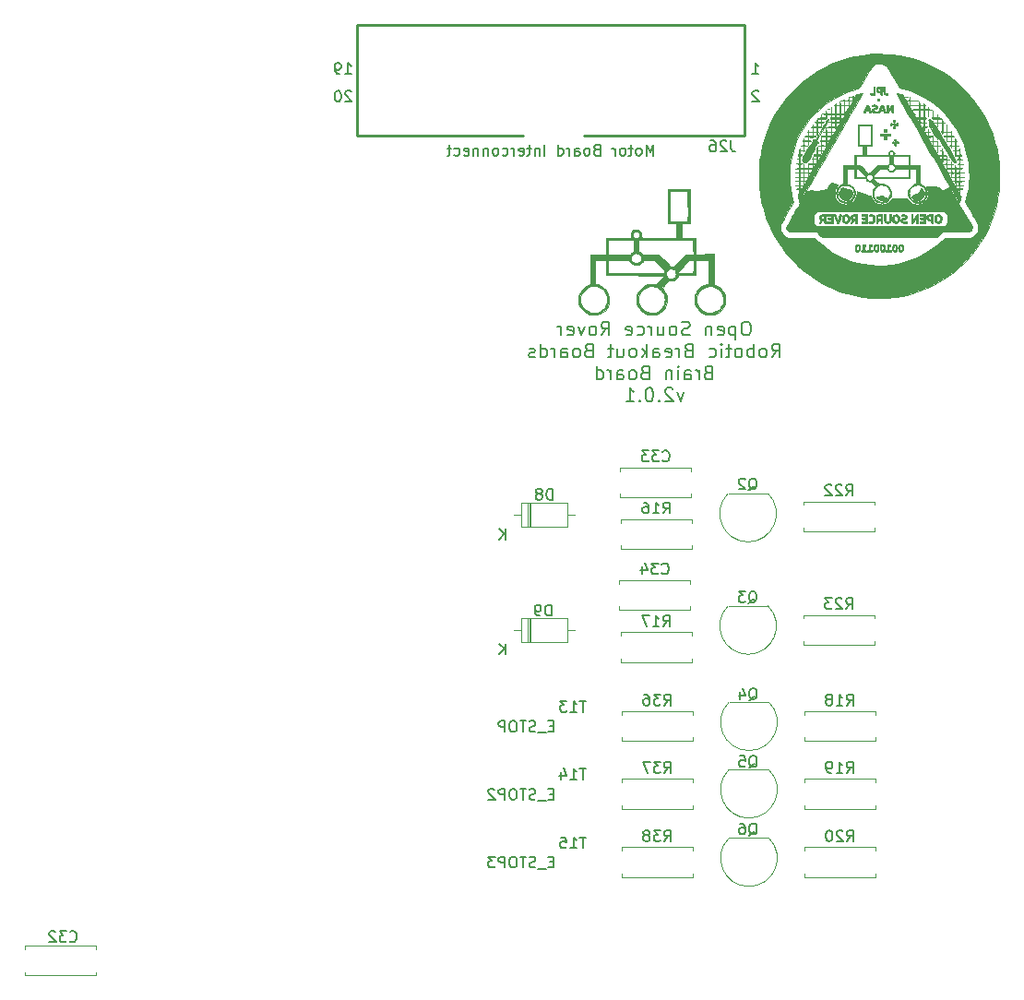
<source format=gbo>
G04 #@! TF.GenerationSoftware,KiCad,Pcbnew,(5.1.10-1-10_14)*
G04 #@! TF.CreationDate,2023-03-19T13:08:02-07:00*
G04 #@! TF.ProjectId,Control_Boards,436f6e74-726f-46c5-9f42-6f617264732e,rev?*
G04 #@! TF.SameCoordinates,Original*
G04 #@! TF.FileFunction,Legend,Bot*
G04 #@! TF.FilePolarity,Positive*
%FSLAX46Y46*%
G04 Gerber Fmt 4.6, Leading zero omitted, Abs format (unit mm)*
G04 Created by KiCad (PCBNEW (5.1.10-1-10_14)) date 2023-03-19 13:08:02*
%MOMM*%
%LPD*%
G01*
G04 APERTURE LIST*
%ADD10C,0.150000*%
%ADD11C,0.010000*%
%ADD12C,0.120000*%
%ADD13C,0.250000*%
G04 APERTURE END LIST*
D10*
X151542380Y-119816571D02*
X151209047Y-119816571D01*
X151066190Y-120340380D02*
X151542380Y-120340380D01*
X151542380Y-119340380D01*
X151066190Y-119340380D01*
X150875714Y-120435619D02*
X150113809Y-120435619D01*
X149923333Y-120292761D02*
X149780476Y-120340380D01*
X149542380Y-120340380D01*
X149447142Y-120292761D01*
X149399523Y-120245142D01*
X149351904Y-120149904D01*
X149351904Y-120054666D01*
X149399523Y-119959428D01*
X149447142Y-119911809D01*
X149542380Y-119864190D01*
X149732857Y-119816571D01*
X149828095Y-119768952D01*
X149875714Y-119721333D01*
X149923333Y-119626095D01*
X149923333Y-119530857D01*
X149875714Y-119435619D01*
X149828095Y-119388000D01*
X149732857Y-119340380D01*
X149494761Y-119340380D01*
X149351904Y-119388000D01*
X149066190Y-119340380D02*
X148494761Y-119340380D01*
X148780476Y-120340380D02*
X148780476Y-119340380D01*
X147970952Y-119340380D02*
X147780476Y-119340380D01*
X147685238Y-119388000D01*
X147590000Y-119483238D01*
X147542380Y-119673714D01*
X147542380Y-120007047D01*
X147590000Y-120197523D01*
X147685238Y-120292761D01*
X147780476Y-120340380D01*
X147970952Y-120340380D01*
X148066190Y-120292761D01*
X148161428Y-120197523D01*
X148209047Y-120007047D01*
X148209047Y-119673714D01*
X148161428Y-119483238D01*
X148066190Y-119388000D01*
X147970952Y-119340380D01*
X147113809Y-120340380D02*
X147113809Y-119340380D01*
X146732857Y-119340380D01*
X146637619Y-119388000D01*
X146590000Y-119435619D01*
X146542380Y-119530857D01*
X146542380Y-119673714D01*
X146590000Y-119768952D01*
X146637619Y-119816571D01*
X146732857Y-119864190D01*
X147113809Y-119864190D01*
X146209047Y-119340380D02*
X145590000Y-119340380D01*
X145923333Y-119721333D01*
X145780476Y-119721333D01*
X145685238Y-119768952D01*
X145637619Y-119816571D01*
X145590000Y-119911809D01*
X145590000Y-120149904D01*
X145637619Y-120245142D01*
X145685238Y-120292761D01*
X145780476Y-120340380D01*
X146066190Y-120340380D01*
X146161428Y-120292761D01*
X146209047Y-120245142D01*
X151542380Y-113587221D02*
X151209047Y-113587221D01*
X151066190Y-114111030D02*
X151542380Y-114111030D01*
X151542380Y-113111030D01*
X151066190Y-113111030D01*
X150875714Y-114206269D02*
X150113809Y-114206269D01*
X149923333Y-114063411D02*
X149780476Y-114111030D01*
X149542380Y-114111030D01*
X149447142Y-114063411D01*
X149399523Y-114015792D01*
X149351904Y-113920554D01*
X149351904Y-113825316D01*
X149399523Y-113730078D01*
X149447142Y-113682459D01*
X149542380Y-113634840D01*
X149732857Y-113587221D01*
X149828095Y-113539602D01*
X149875714Y-113491983D01*
X149923333Y-113396745D01*
X149923333Y-113301507D01*
X149875714Y-113206269D01*
X149828095Y-113158650D01*
X149732857Y-113111030D01*
X149494761Y-113111030D01*
X149351904Y-113158650D01*
X149066190Y-113111030D02*
X148494761Y-113111030D01*
X148780476Y-114111030D02*
X148780476Y-113111030D01*
X147970952Y-113111030D02*
X147780476Y-113111030D01*
X147685238Y-113158650D01*
X147590000Y-113253888D01*
X147542380Y-113444364D01*
X147542380Y-113777697D01*
X147590000Y-113968173D01*
X147685238Y-114063411D01*
X147780476Y-114111030D01*
X147970952Y-114111030D01*
X148066190Y-114063411D01*
X148161428Y-113968173D01*
X148209047Y-113777697D01*
X148209047Y-113444364D01*
X148161428Y-113253888D01*
X148066190Y-113158650D01*
X147970952Y-113111030D01*
X147113809Y-114111030D02*
X147113809Y-113111030D01*
X146732857Y-113111030D01*
X146637619Y-113158650D01*
X146590000Y-113206269D01*
X146542380Y-113301507D01*
X146542380Y-113444364D01*
X146590000Y-113539602D01*
X146637619Y-113587221D01*
X146732857Y-113634840D01*
X147113809Y-113634840D01*
X146161428Y-113206269D02*
X146113809Y-113158650D01*
X146018571Y-113111030D01*
X145780476Y-113111030D01*
X145685238Y-113158650D01*
X145637619Y-113206269D01*
X145590000Y-113301507D01*
X145590000Y-113396745D01*
X145637619Y-113539602D01*
X146209047Y-114111030D01*
X145590000Y-114111030D01*
X151542380Y-107357871D02*
X151209047Y-107357871D01*
X151066190Y-107881680D02*
X151542380Y-107881680D01*
X151542380Y-106881680D01*
X151066190Y-106881680D01*
X150875713Y-107976919D02*
X150113809Y-107976919D01*
X149923332Y-107834061D02*
X149780475Y-107881680D01*
X149542380Y-107881680D01*
X149447142Y-107834061D01*
X149399523Y-107786442D01*
X149351904Y-107691204D01*
X149351904Y-107595966D01*
X149399523Y-107500728D01*
X149447142Y-107453109D01*
X149542380Y-107405490D01*
X149732856Y-107357871D01*
X149828094Y-107310252D01*
X149875713Y-107262633D01*
X149923332Y-107167395D01*
X149923332Y-107072157D01*
X149875713Y-106976919D01*
X149828094Y-106929300D01*
X149732856Y-106881680D01*
X149494761Y-106881680D01*
X149351904Y-106929300D01*
X149066190Y-106881680D02*
X148494761Y-106881680D01*
X148780475Y-107881680D02*
X148780475Y-106881680D01*
X147970951Y-106881680D02*
X147780475Y-106881680D01*
X147685237Y-106929300D01*
X147589999Y-107024538D01*
X147542380Y-107215014D01*
X147542380Y-107548347D01*
X147589999Y-107738823D01*
X147685237Y-107834061D01*
X147780475Y-107881680D01*
X147970951Y-107881680D01*
X148066190Y-107834061D01*
X148161428Y-107738823D01*
X148209047Y-107548347D01*
X148209047Y-107215014D01*
X148161428Y-107024538D01*
X148066190Y-106929300D01*
X147970951Y-106881680D01*
X147113809Y-107881680D02*
X147113809Y-106881680D01*
X146732856Y-106881680D01*
X146637618Y-106929300D01*
X146589999Y-106976919D01*
X146542380Y-107072157D01*
X146542380Y-107215014D01*
X146589999Y-107310252D01*
X146637618Y-107357871D01*
X146732856Y-107405490D01*
X147113809Y-107405490D01*
X160763361Y-54986180D02*
X160763361Y-53986180D01*
X160430028Y-54700466D01*
X160096695Y-53986180D01*
X160096695Y-54986180D01*
X159477647Y-54986180D02*
X159572885Y-54938561D01*
X159620504Y-54890942D01*
X159668123Y-54795704D01*
X159668123Y-54509990D01*
X159620504Y-54414752D01*
X159572885Y-54367133D01*
X159477647Y-54319514D01*
X159334790Y-54319514D01*
X159239552Y-54367133D01*
X159191933Y-54414752D01*
X159144314Y-54509990D01*
X159144314Y-54795704D01*
X159191933Y-54890942D01*
X159239552Y-54938561D01*
X159334790Y-54986180D01*
X159477647Y-54986180D01*
X158858600Y-54319514D02*
X158477647Y-54319514D01*
X158715742Y-53986180D02*
X158715742Y-54843323D01*
X158668123Y-54938561D01*
X158572885Y-54986180D01*
X158477647Y-54986180D01*
X158001457Y-54986180D02*
X158096695Y-54938561D01*
X158144314Y-54890942D01*
X158191933Y-54795704D01*
X158191933Y-54509990D01*
X158144314Y-54414752D01*
X158096695Y-54367133D01*
X158001457Y-54319514D01*
X157858600Y-54319514D01*
X157763361Y-54367133D01*
X157715742Y-54414752D01*
X157668123Y-54509990D01*
X157668123Y-54795704D01*
X157715742Y-54890942D01*
X157763361Y-54938561D01*
X157858600Y-54986180D01*
X158001457Y-54986180D01*
X157239552Y-54986180D02*
X157239552Y-54319514D01*
X157239552Y-54509990D02*
X157191933Y-54414752D01*
X157144314Y-54367133D01*
X157049076Y-54319514D01*
X156953838Y-54319514D01*
X155525266Y-54462371D02*
X155382409Y-54509990D01*
X155334790Y-54557609D01*
X155287171Y-54652847D01*
X155287171Y-54795704D01*
X155334790Y-54890942D01*
X155382409Y-54938561D01*
X155477647Y-54986180D01*
X155858600Y-54986180D01*
X155858600Y-53986180D01*
X155525266Y-53986180D01*
X155430028Y-54033800D01*
X155382409Y-54081419D01*
X155334790Y-54176657D01*
X155334790Y-54271895D01*
X155382409Y-54367133D01*
X155430028Y-54414752D01*
X155525266Y-54462371D01*
X155858600Y-54462371D01*
X154715742Y-54986180D02*
X154810980Y-54938561D01*
X154858600Y-54890942D01*
X154906219Y-54795704D01*
X154906219Y-54509990D01*
X154858600Y-54414752D01*
X154810980Y-54367133D01*
X154715742Y-54319514D01*
X154572885Y-54319514D01*
X154477647Y-54367133D01*
X154430028Y-54414752D01*
X154382409Y-54509990D01*
X154382409Y-54795704D01*
X154430028Y-54890942D01*
X154477647Y-54938561D01*
X154572885Y-54986180D01*
X154715742Y-54986180D01*
X153525266Y-54986180D02*
X153525266Y-54462371D01*
X153572885Y-54367133D01*
X153668123Y-54319514D01*
X153858600Y-54319514D01*
X153953838Y-54367133D01*
X153525266Y-54938561D02*
X153620504Y-54986180D01*
X153858600Y-54986180D01*
X153953838Y-54938561D01*
X154001457Y-54843323D01*
X154001457Y-54748085D01*
X153953838Y-54652847D01*
X153858600Y-54605228D01*
X153620504Y-54605228D01*
X153525266Y-54557609D01*
X153049076Y-54986180D02*
X153049076Y-54319514D01*
X153049076Y-54509990D02*
X153001457Y-54414752D01*
X152953838Y-54367133D01*
X152858600Y-54319514D01*
X152763361Y-54319514D01*
X152001457Y-54986180D02*
X152001457Y-53986180D01*
X152001457Y-54938561D02*
X152096695Y-54986180D01*
X152287171Y-54986180D01*
X152382409Y-54938561D01*
X152430028Y-54890942D01*
X152477647Y-54795704D01*
X152477647Y-54509990D01*
X152430028Y-54414752D01*
X152382409Y-54367133D01*
X152287171Y-54319514D01*
X152096695Y-54319514D01*
X152001457Y-54367133D01*
X150763361Y-54986180D02*
X150763361Y-53986180D01*
X150287171Y-54319514D02*
X150287171Y-54986180D01*
X150287171Y-54414752D02*
X150239552Y-54367133D01*
X150144314Y-54319514D01*
X150001457Y-54319514D01*
X149906219Y-54367133D01*
X149858600Y-54462371D01*
X149858600Y-54986180D01*
X149525266Y-54319514D02*
X149144314Y-54319514D01*
X149382409Y-53986180D02*
X149382409Y-54843323D01*
X149334790Y-54938561D01*
X149239552Y-54986180D01*
X149144314Y-54986180D01*
X148430028Y-54938561D02*
X148525266Y-54986180D01*
X148715742Y-54986180D01*
X148810980Y-54938561D01*
X148858600Y-54843323D01*
X148858600Y-54462371D01*
X148810980Y-54367133D01*
X148715742Y-54319514D01*
X148525266Y-54319514D01*
X148430028Y-54367133D01*
X148382409Y-54462371D01*
X148382409Y-54557609D01*
X148858600Y-54652847D01*
X147953838Y-54986180D02*
X147953838Y-54319514D01*
X147953838Y-54509990D02*
X147906219Y-54414752D01*
X147858600Y-54367133D01*
X147763361Y-54319514D01*
X147668123Y-54319514D01*
X146906219Y-54938561D02*
X147001457Y-54986180D01*
X147191933Y-54986180D01*
X147287171Y-54938561D01*
X147334790Y-54890942D01*
X147382409Y-54795704D01*
X147382409Y-54509990D01*
X147334790Y-54414752D01*
X147287171Y-54367133D01*
X147191933Y-54319514D01*
X147001457Y-54319514D01*
X146906219Y-54367133D01*
X146334790Y-54986180D02*
X146430028Y-54938561D01*
X146477647Y-54890942D01*
X146525266Y-54795704D01*
X146525266Y-54509990D01*
X146477647Y-54414752D01*
X146430028Y-54367133D01*
X146334790Y-54319514D01*
X146191933Y-54319514D01*
X146096695Y-54367133D01*
X146049076Y-54414752D01*
X146001457Y-54509990D01*
X146001457Y-54795704D01*
X146049076Y-54890942D01*
X146096695Y-54938561D01*
X146191933Y-54986180D01*
X146334790Y-54986180D01*
X145572885Y-54319514D02*
X145572885Y-54986180D01*
X145572885Y-54414752D02*
X145525266Y-54367133D01*
X145430028Y-54319514D01*
X145287171Y-54319514D01*
X145191933Y-54367133D01*
X145144314Y-54462371D01*
X145144314Y-54986180D01*
X144668123Y-54319514D02*
X144668123Y-54986180D01*
X144668123Y-54414752D02*
X144620504Y-54367133D01*
X144525266Y-54319514D01*
X144382409Y-54319514D01*
X144287171Y-54367133D01*
X144239552Y-54462371D01*
X144239552Y-54986180D01*
X143382409Y-54938561D02*
X143477647Y-54986180D01*
X143668123Y-54986180D01*
X143763361Y-54938561D01*
X143810980Y-54843323D01*
X143810980Y-54462371D01*
X143763361Y-54367133D01*
X143668123Y-54319514D01*
X143477647Y-54319514D01*
X143382409Y-54367133D01*
X143334790Y-54462371D01*
X143334790Y-54557609D01*
X143810980Y-54652847D01*
X142477647Y-54938561D02*
X142572885Y-54986180D01*
X142763361Y-54986180D01*
X142858600Y-54938561D01*
X142906219Y-54890942D01*
X142953838Y-54795704D01*
X142953838Y-54509990D01*
X142906219Y-54414752D01*
X142858600Y-54367133D01*
X142763361Y-54319514D01*
X142572885Y-54319514D01*
X142477647Y-54367133D01*
X142191933Y-54319514D02*
X141810980Y-54319514D01*
X142049076Y-53986180D02*
X142049076Y-54843323D01*
X142001457Y-54938561D01*
X141906219Y-54986180D01*
X141810980Y-54986180D01*
X169370104Y-70242776D02*
X169132009Y-70242776D01*
X169012961Y-70302300D01*
X168893914Y-70421347D01*
X168834390Y-70659442D01*
X168834390Y-71076109D01*
X168893914Y-71314204D01*
X169012961Y-71433252D01*
X169132009Y-71492776D01*
X169370104Y-71492776D01*
X169489152Y-71433252D01*
X169608200Y-71314204D01*
X169667723Y-71076109D01*
X169667723Y-70659442D01*
X169608200Y-70421347D01*
X169489152Y-70302300D01*
X169370104Y-70242776D01*
X168298676Y-70659442D02*
X168298676Y-71909442D01*
X168298676Y-70718966D02*
X168179628Y-70659442D01*
X167941533Y-70659442D01*
X167822485Y-70718966D01*
X167762961Y-70778490D01*
X167703438Y-70897538D01*
X167703438Y-71254680D01*
X167762961Y-71373728D01*
X167822485Y-71433252D01*
X167941533Y-71492776D01*
X168179628Y-71492776D01*
X168298676Y-71433252D01*
X166691533Y-71433252D02*
X166810580Y-71492776D01*
X167048676Y-71492776D01*
X167167723Y-71433252D01*
X167227247Y-71314204D01*
X167227247Y-70838014D01*
X167167723Y-70718966D01*
X167048676Y-70659442D01*
X166810580Y-70659442D01*
X166691533Y-70718966D01*
X166632009Y-70838014D01*
X166632009Y-70957061D01*
X167227247Y-71076109D01*
X166096295Y-70659442D02*
X166096295Y-71492776D01*
X166096295Y-70778490D02*
X166036771Y-70718966D01*
X165917723Y-70659442D01*
X165739152Y-70659442D01*
X165620104Y-70718966D01*
X165560580Y-70838014D01*
X165560580Y-71492776D01*
X164072485Y-71433252D02*
X163893914Y-71492776D01*
X163596295Y-71492776D01*
X163477247Y-71433252D01*
X163417723Y-71373728D01*
X163358200Y-71254680D01*
X163358200Y-71135633D01*
X163417723Y-71016585D01*
X163477247Y-70957061D01*
X163596295Y-70897538D01*
X163834390Y-70838014D01*
X163953438Y-70778490D01*
X164012961Y-70718966D01*
X164072485Y-70599919D01*
X164072485Y-70480871D01*
X164012961Y-70361823D01*
X163953438Y-70302300D01*
X163834390Y-70242776D01*
X163536771Y-70242776D01*
X163358200Y-70302300D01*
X162643914Y-71492776D02*
X162762961Y-71433252D01*
X162822485Y-71373728D01*
X162882009Y-71254680D01*
X162882009Y-70897538D01*
X162822485Y-70778490D01*
X162762961Y-70718966D01*
X162643914Y-70659442D01*
X162465342Y-70659442D01*
X162346295Y-70718966D01*
X162286771Y-70778490D01*
X162227247Y-70897538D01*
X162227247Y-71254680D01*
X162286771Y-71373728D01*
X162346295Y-71433252D01*
X162465342Y-71492776D01*
X162643914Y-71492776D01*
X161155819Y-70659442D02*
X161155819Y-71492776D01*
X161691533Y-70659442D02*
X161691533Y-71314204D01*
X161632009Y-71433252D01*
X161512961Y-71492776D01*
X161334390Y-71492776D01*
X161215342Y-71433252D01*
X161155819Y-71373728D01*
X160560580Y-71492776D02*
X160560580Y-70659442D01*
X160560580Y-70897538D02*
X160501057Y-70778490D01*
X160441533Y-70718966D01*
X160322485Y-70659442D01*
X160203438Y-70659442D01*
X159251057Y-71433252D02*
X159370104Y-71492776D01*
X159608200Y-71492776D01*
X159727247Y-71433252D01*
X159786771Y-71373728D01*
X159846295Y-71254680D01*
X159846295Y-70897538D01*
X159786771Y-70778490D01*
X159727247Y-70718966D01*
X159608200Y-70659442D01*
X159370104Y-70659442D01*
X159251057Y-70718966D01*
X158239152Y-71433252D02*
X158358200Y-71492776D01*
X158596295Y-71492776D01*
X158715342Y-71433252D01*
X158774866Y-71314204D01*
X158774866Y-70838014D01*
X158715342Y-70718966D01*
X158596295Y-70659442D01*
X158358200Y-70659442D01*
X158239152Y-70718966D01*
X158179628Y-70838014D01*
X158179628Y-70957061D01*
X158774866Y-71076109D01*
X155977247Y-71492776D02*
X156393914Y-70897538D01*
X156691533Y-71492776D02*
X156691533Y-70242776D01*
X156215342Y-70242776D01*
X156096295Y-70302300D01*
X156036771Y-70361823D01*
X155977247Y-70480871D01*
X155977247Y-70659442D01*
X156036771Y-70778490D01*
X156096295Y-70838014D01*
X156215342Y-70897538D01*
X156691533Y-70897538D01*
X155262961Y-71492776D02*
X155382009Y-71433252D01*
X155441533Y-71373728D01*
X155501057Y-71254680D01*
X155501057Y-70897538D01*
X155441533Y-70778490D01*
X155382009Y-70718966D01*
X155262961Y-70659442D01*
X155084390Y-70659442D01*
X154965342Y-70718966D01*
X154905819Y-70778490D01*
X154846295Y-70897538D01*
X154846295Y-71254680D01*
X154905819Y-71373728D01*
X154965342Y-71433252D01*
X155084390Y-71492776D01*
X155262961Y-71492776D01*
X154429628Y-70659442D02*
X154132009Y-71492776D01*
X153834390Y-70659442D01*
X152882009Y-71433252D02*
X153001057Y-71492776D01*
X153239152Y-71492776D01*
X153358200Y-71433252D01*
X153417723Y-71314204D01*
X153417723Y-70838014D01*
X153358200Y-70718966D01*
X153239152Y-70659442D01*
X153001057Y-70659442D01*
X152882009Y-70718966D01*
X152822485Y-70838014D01*
X152822485Y-70957061D01*
X153417723Y-71076109D01*
X152286771Y-71492776D02*
X152286771Y-70659442D01*
X152286771Y-70897538D02*
X152227247Y-70778490D01*
X152167723Y-70718966D01*
X152048676Y-70659442D01*
X151929628Y-70659442D01*
X171632009Y-73517776D02*
X172048676Y-72922538D01*
X172346295Y-73517776D02*
X172346295Y-72267776D01*
X171870104Y-72267776D01*
X171751057Y-72327300D01*
X171691533Y-72386823D01*
X171632009Y-72505871D01*
X171632009Y-72684442D01*
X171691533Y-72803490D01*
X171751057Y-72863014D01*
X171870104Y-72922538D01*
X172346295Y-72922538D01*
X170917723Y-73517776D02*
X171036771Y-73458252D01*
X171096295Y-73398728D01*
X171155819Y-73279680D01*
X171155819Y-72922538D01*
X171096295Y-72803490D01*
X171036771Y-72743966D01*
X170917723Y-72684442D01*
X170739152Y-72684442D01*
X170620104Y-72743966D01*
X170560580Y-72803490D01*
X170501057Y-72922538D01*
X170501057Y-73279680D01*
X170560580Y-73398728D01*
X170620104Y-73458252D01*
X170739152Y-73517776D01*
X170917723Y-73517776D01*
X169965342Y-73517776D02*
X169965342Y-72267776D01*
X169965342Y-72743966D02*
X169846295Y-72684442D01*
X169608200Y-72684442D01*
X169489152Y-72743966D01*
X169429628Y-72803490D01*
X169370104Y-72922538D01*
X169370104Y-73279680D01*
X169429628Y-73398728D01*
X169489152Y-73458252D01*
X169608200Y-73517776D01*
X169846295Y-73517776D01*
X169965342Y-73458252D01*
X168655819Y-73517776D02*
X168774866Y-73458252D01*
X168834390Y-73398728D01*
X168893914Y-73279680D01*
X168893914Y-72922538D01*
X168834390Y-72803490D01*
X168774866Y-72743966D01*
X168655819Y-72684442D01*
X168477247Y-72684442D01*
X168358200Y-72743966D01*
X168298676Y-72803490D01*
X168239152Y-72922538D01*
X168239152Y-73279680D01*
X168298676Y-73398728D01*
X168358200Y-73458252D01*
X168477247Y-73517776D01*
X168655819Y-73517776D01*
X167882009Y-72684442D02*
X167405819Y-72684442D01*
X167703438Y-72267776D02*
X167703438Y-73339204D01*
X167643914Y-73458252D01*
X167524866Y-73517776D01*
X167405819Y-73517776D01*
X166989152Y-73517776D02*
X166989152Y-72684442D01*
X166989152Y-72267776D02*
X167048676Y-72327300D01*
X166989152Y-72386823D01*
X166929628Y-72327300D01*
X166989152Y-72267776D01*
X166989152Y-72386823D01*
X165858200Y-73458252D02*
X165977247Y-73517776D01*
X166215342Y-73517776D01*
X166334390Y-73458252D01*
X166393914Y-73398728D01*
X166453438Y-73279680D01*
X166453438Y-72922538D01*
X166393914Y-72803490D01*
X166334390Y-72743966D01*
X166215342Y-72684442D01*
X165977247Y-72684442D01*
X165858200Y-72743966D01*
X163953438Y-72863014D02*
X163774866Y-72922538D01*
X163715342Y-72982061D01*
X163655819Y-73101109D01*
X163655819Y-73279680D01*
X163715342Y-73398728D01*
X163774866Y-73458252D01*
X163893914Y-73517776D01*
X164370104Y-73517776D01*
X164370104Y-72267776D01*
X163953438Y-72267776D01*
X163834390Y-72327300D01*
X163774866Y-72386823D01*
X163715342Y-72505871D01*
X163715342Y-72624919D01*
X163774866Y-72743966D01*
X163834390Y-72803490D01*
X163953438Y-72863014D01*
X164370104Y-72863014D01*
X163120104Y-73517776D02*
X163120104Y-72684442D01*
X163120104Y-72922538D02*
X163060580Y-72803490D01*
X163001057Y-72743966D01*
X162882009Y-72684442D01*
X162762961Y-72684442D01*
X161870104Y-73458252D02*
X161989152Y-73517776D01*
X162227247Y-73517776D01*
X162346295Y-73458252D01*
X162405819Y-73339204D01*
X162405819Y-72863014D01*
X162346295Y-72743966D01*
X162227247Y-72684442D01*
X161989152Y-72684442D01*
X161870104Y-72743966D01*
X161810580Y-72863014D01*
X161810580Y-72982061D01*
X162405819Y-73101109D01*
X160739152Y-73517776D02*
X160739152Y-72863014D01*
X160798676Y-72743966D01*
X160917723Y-72684442D01*
X161155819Y-72684442D01*
X161274866Y-72743966D01*
X160739152Y-73458252D02*
X160858200Y-73517776D01*
X161155819Y-73517776D01*
X161274866Y-73458252D01*
X161334390Y-73339204D01*
X161334390Y-73220157D01*
X161274866Y-73101109D01*
X161155819Y-73041585D01*
X160858200Y-73041585D01*
X160739152Y-72982061D01*
X160143914Y-73517776D02*
X160143914Y-72267776D01*
X160024866Y-73041585D02*
X159667723Y-73517776D01*
X159667723Y-72684442D02*
X160143914Y-73160633D01*
X158953438Y-73517776D02*
X159072485Y-73458252D01*
X159132009Y-73398728D01*
X159191533Y-73279680D01*
X159191533Y-72922538D01*
X159132009Y-72803490D01*
X159072485Y-72743966D01*
X158953438Y-72684442D01*
X158774866Y-72684442D01*
X158655819Y-72743966D01*
X158596295Y-72803490D01*
X158536771Y-72922538D01*
X158536771Y-73279680D01*
X158596295Y-73398728D01*
X158655819Y-73458252D01*
X158774866Y-73517776D01*
X158953438Y-73517776D01*
X157465342Y-72684442D02*
X157465342Y-73517776D01*
X158001057Y-72684442D02*
X158001057Y-73339204D01*
X157941533Y-73458252D01*
X157822485Y-73517776D01*
X157643914Y-73517776D01*
X157524866Y-73458252D01*
X157465342Y-73398728D01*
X157048676Y-72684442D02*
X156572485Y-72684442D01*
X156870104Y-72267776D02*
X156870104Y-73339204D01*
X156810580Y-73458252D01*
X156691533Y-73517776D01*
X156572485Y-73517776D01*
X154786771Y-72863014D02*
X154608200Y-72922538D01*
X154548676Y-72982061D01*
X154489152Y-73101109D01*
X154489152Y-73279680D01*
X154548676Y-73398728D01*
X154608200Y-73458252D01*
X154727247Y-73517776D01*
X155203438Y-73517776D01*
X155203438Y-72267776D01*
X154786771Y-72267776D01*
X154667723Y-72327300D01*
X154608200Y-72386823D01*
X154548676Y-72505871D01*
X154548676Y-72624919D01*
X154608200Y-72743966D01*
X154667723Y-72803490D01*
X154786771Y-72863014D01*
X155203438Y-72863014D01*
X153774866Y-73517776D02*
X153893914Y-73458252D01*
X153953438Y-73398728D01*
X154012961Y-73279680D01*
X154012961Y-72922538D01*
X153953438Y-72803490D01*
X153893914Y-72743966D01*
X153774866Y-72684442D01*
X153596295Y-72684442D01*
X153477247Y-72743966D01*
X153417723Y-72803490D01*
X153358200Y-72922538D01*
X153358200Y-73279680D01*
X153417723Y-73398728D01*
X153477247Y-73458252D01*
X153596295Y-73517776D01*
X153774866Y-73517776D01*
X152286771Y-73517776D02*
X152286771Y-72863014D01*
X152346295Y-72743966D01*
X152465342Y-72684442D01*
X152703438Y-72684442D01*
X152822485Y-72743966D01*
X152286771Y-73458252D02*
X152405819Y-73517776D01*
X152703438Y-73517776D01*
X152822485Y-73458252D01*
X152882009Y-73339204D01*
X152882009Y-73220157D01*
X152822485Y-73101109D01*
X152703438Y-73041585D01*
X152405819Y-73041585D01*
X152286771Y-72982061D01*
X151691533Y-73517776D02*
X151691533Y-72684442D01*
X151691533Y-72922538D02*
X151632009Y-72803490D01*
X151572485Y-72743966D01*
X151453438Y-72684442D01*
X151334390Y-72684442D01*
X150382009Y-73517776D02*
X150382009Y-72267776D01*
X150382009Y-73458252D02*
X150501057Y-73517776D01*
X150739152Y-73517776D01*
X150858200Y-73458252D01*
X150917723Y-73398728D01*
X150977247Y-73279680D01*
X150977247Y-72922538D01*
X150917723Y-72803490D01*
X150858200Y-72743966D01*
X150739152Y-72684442D01*
X150501057Y-72684442D01*
X150382009Y-72743966D01*
X149846295Y-73458252D02*
X149727247Y-73517776D01*
X149489152Y-73517776D01*
X149370104Y-73458252D01*
X149310580Y-73339204D01*
X149310580Y-73279680D01*
X149370104Y-73160633D01*
X149489152Y-73101109D01*
X149667723Y-73101109D01*
X149786771Y-73041585D01*
X149846295Y-72922538D01*
X149846295Y-72863014D01*
X149786771Y-72743966D01*
X149667723Y-72684442D01*
X149489152Y-72684442D01*
X149370104Y-72743966D01*
X165768914Y-74888014D02*
X165590342Y-74947538D01*
X165530819Y-75007061D01*
X165471295Y-75126109D01*
X165471295Y-75304680D01*
X165530819Y-75423728D01*
X165590342Y-75483252D01*
X165709390Y-75542776D01*
X166185580Y-75542776D01*
X166185580Y-74292776D01*
X165768914Y-74292776D01*
X165649866Y-74352300D01*
X165590342Y-74411823D01*
X165530819Y-74530871D01*
X165530819Y-74649919D01*
X165590342Y-74768966D01*
X165649866Y-74828490D01*
X165768914Y-74888014D01*
X166185580Y-74888014D01*
X164935580Y-75542776D02*
X164935580Y-74709442D01*
X164935580Y-74947538D02*
X164876057Y-74828490D01*
X164816533Y-74768966D01*
X164697485Y-74709442D01*
X164578438Y-74709442D01*
X163626057Y-75542776D02*
X163626057Y-74888014D01*
X163685580Y-74768966D01*
X163804628Y-74709442D01*
X164042723Y-74709442D01*
X164161771Y-74768966D01*
X163626057Y-75483252D02*
X163745104Y-75542776D01*
X164042723Y-75542776D01*
X164161771Y-75483252D01*
X164221295Y-75364204D01*
X164221295Y-75245157D01*
X164161771Y-75126109D01*
X164042723Y-75066585D01*
X163745104Y-75066585D01*
X163626057Y-75007061D01*
X163030819Y-75542776D02*
X163030819Y-74709442D01*
X163030819Y-74292776D02*
X163090342Y-74352300D01*
X163030819Y-74411823D01*
X162971295Y-74352300D01*
X163030819Y-74292776D01*
X163030819Y-74411823D01*
X162435580Y-74709442D02*
X162435580Y-75542776D01*
X162435580Y-74828490D02*
X162376057Y-74768966D01*
X162257009Y-74709442D01*
X162078438Y-74709442D01*
X161959390Y-74768966D01*
X161899866Y-74888014D01*
X161899866Y-75542776D01*
X159935580Y-74888014D02*
X159757009Y-74947538D01*
X159697485Y-75007061D01*
X159637961Y-75126109D01*
X159637961Y-75304680D01*
X159697485Y-75423728D01*
X159757009Y-75483252D01*
X159876057Y-75542776D01*
X160352247Y-75542776D01*
X160352247Y-74292776D01*
X159935580Y-74292776D01*
X159816533Y-74352300D01*
X159757009Y-74411823D01*
X159697485Y-74530871D01*
X159697485Y-74649919D01*
X159757009Y-74768966D01*
X159816533Y-74828490D01*
X159935580Y-74888014D01*
X160352247Y-74888014D01*
X158923676Y-75542776D02*
X159042723Y-75483252D01*
X159102247Y-75423728D01*
X159161771Y-75304680D01*
X159161771Y-74947538D01*
X159102247Y-74828490D01*
X159042723Y-74768966D01*
X158923676Y-74709442D01*
X158745104Y-74709442D01*
X158626057Y-74768966D01*
X158566533Y-74828490D01*
X158507009Y-74947538D01*
X158507009Y-75304680D01*
X158566533Y-75423728D01*
X158626057Y-75483252D01*
X158745104Y-75542776D01*
X158923676Y-75542776D01*
X157435580Y-75542776D02*
X157435580Y-74888014D01*
X157495104Y-74768966D01*
X157614152Y-74709442D01*
X157852247Y-74709442D01*
X157971295Y-74768966D01*
X157435580Y-75483252D02*
X157554628Y-75542776D01*
X157852247Y-75542776D01*
X157971295Y-75483252D01*
X158030819Y-75364204D01*
X158030819Y-75245157D01*
X157971295Y-75126109D01*
X157852247Y-75066585D01*
X157554628Y-75066585D01*
X157435580Y-75007061D01*
X156840342Y-75542776D02*
X156840342Y-74709442D01*
X156840342Y-74947538D02*
X156780819Y-74828490D01*
X156721295Y-74768966D01*
X156602247Y-74709442D01*
X156483200Y-74709442D01*
X155530819Y-75542776D02*
X155530819Y-74292776D01*
X155530819Y-75483252D02*
X155649866Y-75542776D01*
X155887961Y-75542776D01*
X156007009Y-75483252D01*
X156066533Y-75423728D01*
X156126057Y-75304680D01*
X156126057Y-74947538D01*
X156066533Y-74828490D01*
X156007009Y-74768966D01*
X155887961Y-74709442D01*
X155649866Y-74709442D01*
X155530819Y-74768966D01*
X163536771Y-76734442D02*
X163239152Y-77567776D01*
X162941533Y-76734442D01*
X162524866Y-76436823D02*
X162465342Y-76377300D01*
X162346295Y-76317776D01*
X162048676Y-76317776D01*
X161929628Y-76377300D01*
X161870104Y-76436823D01*
X161810580Y-76555871D01*
X161810580Y-76674919D01*
X161870104Y-76853490D01*
X162584390Y-77567776D01*
X161810580Y-77567776D01*
X161274866Y-77448728D02*
X161215342Y-77508252D01*
X161274866Y-77567776D01*
X161334390Y-77508252D01*
X161274866Y-77448728D01*
X161274866Y-77567776D01*
X160441533Y-76317776D02*
X160322485Y-76317776D01*
X160203438Y-76377300D01*
X160143914Y-76436823D01*
X160084390Y-76555871D01*
X160024866Y-76793966D01*
X160024866Y-77091585D01*
X160084390Y-77329680D01*
X160143914Y-77448728D01*
X160203438Y-77508252D01*
X160322485Y-77567776D01*
X160441533Y-77567776D01*
X160560580Y-77508252D01*
X160620104Y-77448728D01*
X160679628Y-77329680D01*
X160739152Y-77091585D01*
X160739152Y-76793966D01*
X160679628Y-76555871D01*
X160620104Y-76436823D01*
X160560580Y-76377300D01*
X160441533Y-76317776D01*
X159489152Y-77448728D02*
X159429628Y-77508252D01*
X159489152Y-77567776D01*
X159548676Y-77508252D01*
X159489152Y-77448728D01*
X159489152Y-77567776D01*
X158239152Y-77567776D02*
X158953438Y-77567776D01*
X158596295Y-77567776D02*
X158596295Y-76317776D01*
X158715342Y-76496347D01*
X158834390Y-76615395D01*
X158953438Y-76674919D01*
D11*
G36*
X162090100Y-61175900D02*
G01*
X162477450Y-61182911D01*
X162864800Y-61189923D01*
X162864800Y-62534800D01*
X161236483Y-62534800D01*
X160908610Y-62534742D01*
X160627943Y-62534502D01*
X160390885Y-62533981D01*
X160193844Y-62533079D01*
X160033224Y-62531697D01*
X159905430Y-62529735D01*
X159806868Y-62527095D01*
X159733943Y-62523677D01*
X159683060Y-62519381D01*
X159650624Y-62514108D01*
X159633041Y-62507759D01*
X159626717Y-62500234D01*
X159628056Y-62491434D01*
X159628532Y-62490350D01*
X159641013Y-62441899D01*
X159652403Y-62362106D01*
X159658697Y-62289848D01*
X159658217Y-62256853D01*
X159464827Y-62256853D01*
X159447367Y-62368485D01*
X159415443Y-62448269D01*
X159378023Y-62495907D01*
X159317837Y-62528672D01*
X159269486Y-62546366D01*
X159149348Y-62565052D01*
X159040620Y-62534310D01*
X158946850Y-62458677D01*
X158897054Y-62387330D01*
X158878199Y-62306245D01*
X158877000Y-62268894D01*
X158890580Y-62140770D01*
X158934118Y-62052234D01*
X159011811Y-61999086D01*
X159127857Y-61977131D01*
X159169895Y-61976000D01*
X159286400Y-61998293D01*
X159378859Y-62058854D01*
X159440569Y-62148200D01*
X159464827Y-62256853D01*
X159658217Y-62256853D01*
X159656872Y-62164434D01*
X159629168Y-62061186D01*
X159568947Y-61964268D01*
X159483197Y-61871063D01*
X159382948Y-61772800D01*
X159166380Y-61772800D01*
X159056785Y-61774361D01*
X158982991Y-61781258D01*
X158930037Y-61796811D01*
X158882965Y-61824340D01*
X158860933Y-61840590D01*
X158758284Y-61943481D01*
X158698228Y-62066177D01*
X158677959Y-62215472D01*
X158679968Y-62278597D01*
X158688728Y-62372041D01*
X158700210Y-62449432D01*
X158710617Y-62490089D01*
X158712726Y-62500539D01*
X158706321Y-62509252D01*
X158687155Y-62516419D01*
X158650981Y-62522232D01*
X158593551Y-62526879D01*
X158510618Y-62530551D01*
X158397934Y-62533440D01*
X158251254Y-62535735D01*
X158066328Y-62537627D01*
X157838910Y-62539307D01*
X157577868Y-62540889D01*
X156425900Y-62547500D01*
X156419167Y-63306853D01*
X156412433Y-64066206D01*
X155682567Y-64056153D01*
X154952700Y-64046100D01*
X154946134Y-65436750D01*
X154944613Y-65738789D01*
X154943046Y-65993940D01*
X154941295Y-66206115D01*
X154939222Y-66379227D01*
X154936690Y-66517186D01*
X154933562Y-66623905D01*
X154929699Y-66703295D01*
X154924964Y-66759269D01*
X154919219Y-66795739D01*
X154912328Y-66816617D01*
X154904152Y-66825813D01*
X154897228Y-66827400D01*
X154837721Y-66841518D01*
X154749524Y-66879414D01*
X154644596Y-66934402D01*
X154534900Y-66999795D01*
X154432394Y-67068906D01*
X154352606Y-67131881D01*
X154216893Y-67270966D01*
X154090181Y-67436371D01*
X153984816Y-67610321D01*
X153920217Y-67754500D01*
X153874145Y-67934914D01*
X153852574Y-68139877D01*
X153856414Y-68348944D01*
X153885363Y-68536675D01*
X153970061Y-68786060D01*
X154095895Y-69009860D01*
X154258188Y-69204439D01*
X154452265Y-69366167D01*
X154673448Y-69491409D01*
X154917063Y-69576533D01*
X155178433Y-69617905D01*
X155281536Y-69621400D01*
X155552426Y-69599395D01*
X155799789Y-69532727D01*
X156026026Y-69420419D01*
X156233540Y-69261491D01*
X156284169Y-69212967D01*
X156455406Y-69009582D01*
X156579734Y-68787944D01*
X156658048Y-68545853D01*
X156691245Y-68281112D01*
X156692600Y-68211700D01*
X156491391Y-68211700D01*
X156469030Y-68466159D01*
X156401923Y-68696575D01*
X156290033Y-68903024D01*
X156133321Y-69085583D01*
X156012239Y-69187854D01*
X155821037Y-69301857D01*
X155605328Y-69379661D01*
X155376891Y-69419486D01*
X155147505Y-69419554D01*
X154928950Y-69378085D01*
X154874031Y-69359796D01*
X154704406Y-69287098D01*
X154563484Y-69200125D01*
X154429166Y-69084826D01*
X154406600Y-69062600D01*
X154249348Y-68872049D01*
X154137108Y-68663762D01*
X154069838Y-68443464D01*
X154047491Y-68216882D01*
X154070025Y-67989741D01*
X154137395Y-67767766D01*
X154249557Y-67556685D01*
X154406466Y-67362223D01*
X154419853Y-67348652D01*
X154612858Y-67188433D01*
X154822906Y-67072959D01*
X155044270Y-67002274D01*
X155271225Y-66976421D01*
X155498045Y-66995445D01*
X155719004Y-67059390D01*
X155928376Y-67168301D01*
X156120435Y-67322221D01*
X156133801Y-67335399D01*
X156291039Y-67521810D01*
X156401418Y-67722031D01*
X156467344Y-67941959D01*
X156491222Y-68187490D01*
X156491391Y-68211700D01*
X156692600Y-68211700D01*
X156670655Y-67941408D01*
X156603905Y-67693961D01*
X156490984Y-67466090D01*
X156330524Y-67254525D01*
X156262146Y-67183000D01*
X156066049Y-67017569D01*
X155854751Y-66897287D01*
X155618796Y-66816825D01*
X155606750Y-66813888D01*
X155422600Y-66769731D01*
X155422600Y-64617600D01*
X156412371Y-64617600D01*
X156419136Y-65297050D01*
X156425900Y-65976500D01*
X159079854Y-65989200D01*
X159509059Y-65991318D01*
X159890243Y-65993364D01*
X160226183Y-65995389D01*
X160519659Y-65997447D01*
X160773448Y-65999590D01*
X160990330Y-66001872D01*
X161173082Y-66004346D01*
X161324483Y-66007065D01*
X161447311Y-66010082D01*
X161544345Y-66013450D01*
X161618362Y-66017221D01*
X161672143Y-66021450D01*
X161708464Y-66026189D01*
X161730104Y-66031490D01*
X161739842Y-66037408D01*
X161741034Y-66040000D01*
X161725918Y-66068810D01*
X161679361Y-66127267D01*
X161606430Y-66209691D01*
X161512192Y-66310405D01*
X161401716Y-66423732D01*
X161371558Y-66453962D01*
X160994856Y-66829825D01*
X160882078Y-66803833D01*
X160746160Y-66784296D01*
X160584675Y-66778640D01*
X160420713Y-66786483D01*
X160277362Y-66807441D01*
X160248793Y-66814326D01*
X160005838Y-66904534D01*
X159782966Y-67037622D01*
X159586069Y-67207694D01*
X159421041Y-67408853D01*
X159293774Y-67635201D01*
X159219274Y-67844551D01*
X159194727Y-67983852D01*
X159184051Y-68151132D01*
X159187208Y-68325510D01*
X159204159Y-68486106D01*
X159220622Y-68565971D01*
X159309001Y-68811386D01*
X159435848Y-69028813D01*
X159595853Y-69216033D01*
X159783704Y-69370829D01*
X159994092Y-69490982D01*
X160221705Y-69574273D01*
X160461233Y-69618484D01*
X160707366Y-69621396D01*
X160954792Y-69580790D01*
X161198201Y-69494449D01*
X161308446Y-69438149D01*
X161439023Y-69348447D01*
X161574860Y-69228352D01*
X161700132Y-69093692D01*
X161799013Y-68960290D01*
X161817950Y-68928645D01*
X161926318Y-68686814D01*
X161987977Y-68433367D01*
X162001401Y-68211700D01*
X161799991Y-68211700D01*
X161777630Y-68466159D01*
X161710523Y-68696575D01*
X161598633Y-68903024D01*
X161441921Y-69085583D01*
X161320839Y-69187854D01*
X161128005Y-69302755D01*
X160910755Y-69380679D01*
X160680704Y-69419889D01*
X160449467Y-69418650D01*
X160228658Y-69375226D01*
X160178991Y-69358512D01*
X159958721Y-69251194D01*
X159765304Y-69101894D01*
X159602895Y-68914077D01*
X159551176Y-68834989D01*
X159457391Y-68645074D01*
X159403337Y-68446023D01*
X159385048Y-68222918D01*
X159385000Y-68209765D01*
X159407299Y-67965994D01*
X159470846Y-67743971D01*
X159570614Y-67545833D01*
X159701577Y-67373715D01*
X159858711Y-67229754D01*
X160036990Y-67116085D01*
X160231388Y-67034844D01*
X160436879Y-66988167D01*
X160648437Y-66978189D01*
X160861037Y-67007047D01*
X161069653Y-67076876D01*
X161269260Y-67189813D01*
X161442401Y-67335399D01*
X161599639Y-67521810D01*
X161710018Y-67722031D01*
X161775944Y-67941959D01*
X161799822Y-68187490D01*
X161799991Y-68211700D01*
X162001401Y-68211700D01*
X162003628Y-68174937D01*
X161973972Y-67918161D01*
X161899707Y-67669673D01*
X161781534Y-67436108D01*
X161640523Y-67246760D01*
X161536111Y-67128141D01*
X161850825Y-66812670D01*
X162165538Y-66497200D01*
X162356419Y-66496642D01*
X162515152Y-66486431D01*
X162633965Y-66456086D01*
X162648900Y-66449676D01*
X162745683Y-66388591D01*
X162843630Y-66299283D01*
X162928028Y-66197570D01*
X162984163Y-66099271D01*
X162990290Y-66082677D01*
X163020900Y-65989928D01*
X164579300Y-65976500D01*
X164580597Y-65846230D01*
X162817629Y-65846230D01*
X162795826Y-66000699D01*
X162734284Y-66127994D01*
X162638803Y-66223452D01*
X162515182Y-66282412D01*
X162369221Y-66300212D01*
X162267900Y-66288089D01*
X162184939Y-66262650D01*
X162113040Y-66227638D01*
X162104370Y-66221740D01*
X162013987Y-66138622D01*
X161959250Y-66041038D01*
X161932771Y-65914438D01*
X161929787Y-65877910D01*
X161934237Y-65726105D01*
X161972160Y-65606687D01*
X162020883Y-65544700D01*
X161771869Y-65544700D01*
X161743793Y-65646300D01*
X161723897Y-65718214D01*
X161709147Y-65771385D01*
X161706809Y-65779772D01*
X161696069Y-65785144D01*
X161665372Y-65789859D01*
X161612213Y-65793943D01*
X161534091Y-65797421D01*
X161428502Y-65800317D01*
X161292942Y-65802655D01*
X161124909Y-65804462D01*
X160921899Y-65805762D01*
X160681410Y-65806580D01*
X160400938Y-65806940D01*
X160077979Y-65806868D01*
X159710032Y-65806388D01*
X159294592Y-65805526D01*
X159150801Y-65805172D01*
X156603700Y-65798700D01*
X156590064Y-64617600D01*
X158516573Y-64617600D01*
X158581228Y-64727925D01*
X158685705Y-64860064D01*
X158824757Y-64967275D01*
X158914295Y-65012600D01*
X159018451Y-65039012D01*
X159149010Y-65048470D01*
X159284642Y-65041400D01*
X159404015Y-65018233D01*
X159448500Y-65001876D01*
X159525983Y-64954005D01*
X159611348Y-64882463D01*
X159691156Y-64800720D01*
X159751967Y-64722249D01*
X159777527Y-64672097D01*
X159784915Y-64653859D01*
X159798342Y-64640224D01*
X159824470Y-64630521D01*
X159869962Y-64624083D01*
X159941479Y-64620241D01*
X160045685Y-64618326D01*
X160189240Y-64617669D01*
X160320420Y-64617600D01*
X160846015Y-64617600D01*
X161771869Y-65544700D01*
X162020883Y-65544700D01*
X162047739Y-65510534D01*
X162124993Y-65452374D01*
X162260582Y-65392553D01*
X162396853Y-65378429D01*
X162526067Y-65405602D01*
X162640486Y-65469670D01*
X162732371Y-65566233D01*
X162793984Y-65690891D01*
X162817585Y-65839244D01*
X162817629Y-65846230D01*
X164580597Y-65846230D01*
X164592830Y-64617600D01*
X164414200Y-64617600D01*
X164414200Y-65197566D01*
X164413472Y-65364348D01*
X164411429Y-65513892D01*
X164408287Y-65638795D01*
X164404261Y-65731655D01*
X164399566Y-65785068D01*
X164396861Y-65794872D01*
X164367811Y-65799244D01*
X164294791Y-65802708D01*
X164184626Y-65805160D01*
X164044140Y-65806497D01*
X163880156Y-65806612D01*
X163704711Y-65805456D01*
X163029900Y-65798700D01*
X163021473Y-65724806D01*
X163022028Y-65700148D01*
X163031704Y-65671528D01*
X163054258Y-65634573D01*
X163093449Y-65584914D01*
X163153034Y-65518179D01*
X163236771Y-65429998D01*
X163348419Y-65316001D01*
X163491735Y-65171815D01*
X163529241Y-65134256D01*
X164045436Y-64617600D01*
X164414200Y-64617600D01*
X164592830Y-64617600D01*
X165811200Y-64617600D01*
X165811200Y-66766436D01*
X165652450Y-66798600D01*
X165411410Y-66872592D01*
X165186505Y-66990581D01*
X164983830Y-67146766D01*
X164809482Y-67335346D01*
X164669558Y-67550521D01*
X164570154Y-67786488D01*
X164553274Y-67844551D01*
X164528727Y-67983852D01*
X164518051Y-68151132D01*
X164521208Y-68325510D01*
X164538159Y-68486106D01*
X164554622Y-68565971D01*
X164644361Y-68812572D01*
X164776777Y-69036107D01*
X164947076Y-69231598D01*
X165150463Y-69394068D01*
X165382146Y-69518539D01*
X165520972Y-69569330D01*
X165688781Y-69604843D01*
X165882613Y-69619951D01*
X166081948Y-69614611D01*
X166266269Y-69588777D01*
X166336681Y-69571098D01*
X166580358Y-69473332D01*
X166801230Y-69333201D01*
X166994012Y-69156025D01*
X167153421Y-68947121D01*
X167274172Y-68711808D01*
X167319645Y-68581739D01*
X167345738Y-68450283D01*
X167358547Y-68289695D01*
X167358210Y-68171658D01*
X167157262Y-68171658D01*
X167153470Y-68339483D01*
X167133867Y-68489815D01*
X167120137Y-68545180D01*
X167026821Y-68770049D01*
X166891107Y-68970666D01*
X166717450Y-69142411D01*
X166510307Y-69280662D01*
X166334370Y-69360066D01*
X166169546Y-69401979D01*
X165979332Y-69420050D01*
X165783175Y-69414315D01*
X165600523Y-69384811D01*
X165512991Y-69358512D01*
X165292721Y-69251194D01*
X165099304Y-69101894D01*
X164936895Y-68914077D01*
X164885176Y-68834989D01*
X164791391Y-68645074D01*
X164737337Y-68446023D01*
X164719048Y-68222918D01*
X164719001Y-68209765D01*
X164741952Y-67963118D01*
X164807559Y-67737331D01*
X164910948Y-67535324D01*
X165047246Y-67360019D01*
X165211582Y-67214338D01*
X165399081Y-67101202D01*
X165604871Y-67023533D01*
X165824080Y-66984252D01*
X166051835Y-66986280D01*
X166283263Y-67032541D01*
X166513491Y-67125954D01*
X166520537Y-67129625D01*
X166682111Y-67238301D01*
X166834384Y-67385035D01*
X166967070Y-67557093D01*
X167069881Y-67741742D01*
X167117717Y-67868800D01*
X167145319Y-68007657D01*
X167157262Y-68171658D01*
X167358210Y-68171658D01*
X167358062Y-68119880D01*
X167344271Y-67960742D01*
X167320053Y-67841660D01*
X167222264Y-67594226D01*
X167083063Y-67368088D01*
X166908190Y-67170202D01*
X166703386Y-67007523D01*
X166566824Y-66928857D01*
X166472180Y-66883366D01*
X166392338Y-66848427D01*
X166339816Y-66829377D01*
X166328959Y-66827400D01*
X166321213Y-66820788D01*
X166314655Y-66798510D01*
X166309192Y-66756897D01*
X166304732Y-66692282D01*
X166301182Y-66600997D01*
X166298450Y-66479376D01*
X166296444Y-66323749D01*
X166295071Y-66130451D01*
X166294238Y-65895813D01*
X166293854Y-65616169D01*
X166293800Y-65432128D01*
X166293800Y-64062961D01*
X164415052Y-64062961D01*
X164096853Y-64054530D01*
X163778654Y-64046100D01*
X163201732Y-64623502D01*
X162624809Y-65200904D01*
X162484455Y-65185933D01*
X162344100Y-65170961D01*
X161784675Y-64613395D01*
X161600352Y-64429684D01*
X159616960Y-64429684D01*
X159590567Y-64565608D01*
X159528061Y-64680959D01*
X159436180Y-64770966D01*
X159321660Y-64830858D01*
X159191239Y-64855866D01*
X159051653Y-64841220D01*
X158909640Y-64782149D01*
X158898160Y-64775228D01*
X158795028Y-64683737D01*
X158728432Y-64565646D01*
X158700590Y-64431806D01*
X158713716Y-64293071D01*
X158770025Y-64160293D01*
X158771975Y-64157192D01*
X158864607Y-64048890D01*
X158980471Y-63983394D01*
X159125134Y-63957795D01*
X159154705Y-63957200D01*
X159314790Y-63976733D01*
X159442484Y-64034870D01*
X159536816Y-64130910D01*
X159596818Y-64264158D01*
X159600502Y-64277955D01*
X159616960Y-64429684D01*
X161600352Y-64429684D01*
X161225249Y-64055829D01*
X160488752Y-64058003D01*
X159752255Y-64060176D01*
X159653924Y-63959477D01*
X159584126Y-63896096D01*
X159514677Y-63845645D01*
X159482997Y-63828707D01*
X159410400Y-63798636D01*
X159410400Y-63777844D01*
X158928826Y-63777844D01*
X158827845Y-63829361D01*
X158744489Y-63884840D01*
X158667822Y-63955919D01*
X158655882Y-63970046D01*
X158584900Y-64059214D01*
X156603700Y-64046100D01*
X156603700Y-62725300D01*
X158915100Y-62725300D01*
X158928826Y-63777844D01*
X159410400Y-63777844D01*
X159410400Y-62712351D01*
X161905950Y-62718825D01*
X164401500Y-62725300D01*
X164408276Y-63394130D01*
X164415052Y-64062961D01*
X166293800Y-64062961D01*
X166293800Y-64036856D01*
X164604700Y-64046100D01*
X164579300Y-62547500D01*
X163360100Y-62522100D01*
X163360100Y-61201300D01*
X164071300Y-61175900D01*
X164071300Y-60314751D01*
X163901719Y-60314751D01*
X163901315Y-60514201D01*
X163900473Y-60684322D01*
X163899212Y-60820320D01*
X163897551Y-60917396D01*
X163895511Y-60970755D01*
X163894412Y-60979407D01*
X163880344Y-60988628D01*
X163843112Y-60995790D01*
X163778351Y-61001028D01*
X163681692Y-61004476D01*
X163548771Y-61006272D01*
X163375219Y-61006549D01*
X163156671Y-61005443D01*
X163075010Y-61004807D01*
X162267900Y-60998100D01*
X162267900Y-58229500D01*
X163893500Y-58229500D01*
X163900102Y-59588400D01*
X163901132Y-59847054D01*
X163901664Y-60090770D01*
X163901719Y-60314751D01*
X164071300Y-60314751D01*
X164071300Y-58051700D01*
X162090100Y-58051700D01*
X162090100Y-61175900D01*
G37*
X162090100Y-61175900D02*
X162477450Y-61182911D01*
X162864800Y-61189923D01*
X162864800Y-62534800D01*
X161236483Y-62534800D01*
X160908610Y-62534742D01*
X160627943Y-62534502D01*
X160390885Y-62533981D01*
X160193844Y-62533079D01*
X160033224Y-62531697D01*
X159905430Y-62529735D01*
X159806868Y-62527095D01*
X159733943Y-62523677D01*
X159683060Y-62519381D01*
X159650624Y-62514108D01*
X159633041Y-62507759D01*
X159626717Y-62500234D01*
X159628056Y-62491434D01*
X159628532Y-62490350D01*
X159641013Y-62441899D01*
X159652403Y-62362106D01*
X159658697Y-62289848D01*
X159658217Y-62256853D01*
X159464827Y-62256853D01*
X159447367Y-62368485D01*
X159415443Y-62448269D01*
X159378023Y-62495907D01*
X159317837Y-62528672D01*
X159269486Y-62546366D01*
X159149348Y-62565052D01*
X159040620Y-62534310D01*
X158946850Y-62458677D01*
X158897054Y-62387330D01*
X158878199Y-62306245D01*
X158877000Y-62268894D01*
X158890580Y-62140770D01*
X158934118Y-62052234D01*
X159011811Y-61999086D01*
X159127857Y-61977131D01*
X159169895Y-61976000D01*
X159286400Y-61998293D01*
X159378859Y-62058854D01*
X159440569Y-62148200D01*
X159464827Y-62256853D01*
X159658217Y-62256853D01*
X159656872Y-62164434D01*
X159629168Y-62061186D01*
X159568947Y-61964268D01*
X159483197Y-61871063D01*
X159382948Y-61772800D01*
X159166380Y-61772800D01*
X159056785Y-61774361D01*
X158982991Y-61781258D01*
X158930037Y-61796811D01*
X158882965Y-61824340D01*
X158860933Y-61840590D01*
X158758284Y-61943481D01*
X158698228Y-62066177D01*
X158677959Y-62215472D01*
X158679968Y-62278597D01*
X158688728Y-62372041D01*
X158700210Y-62449432D01*
X158710617Y-62490089D01*
X158712726Y-62500539D01*
X158706321Y-62509252D01*
X158687155Y-62516419D01*
X158650981Y-62522232D01*
X158593551Y-62526879D01*
X158510618Y-62530551D01*
X158397934Y-62533440D01*
X158251254Y-62535735D01*
X158066328Y-62537627D01*
X157838910Y-62539307D01*
X157577868Y-62540889D01*
X156425900Y-62547500D01*
X156419167Y-63306853D01*
X156412433Y-64066206D01*
X155682567Y-64056153D01*
X154952700Y-64046100D01*
X154946134Y-65436750D01*
X154944613Y-65738789D01*
X154943046Y-65993940D01*
X154941295Y-66206115D01*
X154939222Y-66379227D01*
X154936690Y-66517186D01*
X154933562Y-66623905D01*
X154929699Y-66703295D01*
X154924964Y-66759269D01*
X154919219Y-66795739D01*
X154912328Y-66816617D01*
X154904152Y-66825813D01*
X154897228Y-66827400D01*
X154837721Y-66841518D01*
X154749524Y-66879414D01*
X154644596Y-66934402D01*
X154534900Y-66999795D01*
X154432394Y-67068906D01*
X154352606Y-67131881D01*
X154216893Y-67270966D01*
X154090181Y-67436371D01*
X153984816Y-67610321D01*
X153920217Y-67754500D01*
X153874145Y-67934914D01*
X153852574Y-68139877D01*
X153856414Y-68348944D01*
X153885363Y-68536675D01*
X153970061Y-68786060D01*
X154095895Y-69009860D01*
X154258188Y-69204439D01*
X154452265Y-69366167D01*
X154673448Y-69491409D01*
X154917063Y-69576533D01*
X155178433Y-69617905D01*
X155281536Y-69621400D01*
X155552426Y-69599395D01*
X155799789Y-69532727D01*
X156026026Y-69420419D01*
X156233540Y-69261491D01*
X156284169Y-69212967D01*
X156455406Y-69009582D01*
X156579734Y-68787944D01*
X156658048Y-68545853D01*
X156691245Y-68281112D01*
X156692600Y-68211700D01*
X156491391Y-68211700D01*
X156469030Y-68466159D01*
X156401923Y-68696575D01*
X156290033Y-68903024D01*
X156133321Y-69085583D01*
X156012239Y-69187854D01*
X155821037Y-69301857D01*
X155605328Y-69379661D01*
X155376891Y-69419486D01*
X155147505Y-69419554D01*
X154928950Y-69378085D01*
X154874031Y-69359796D01*
X154704406Y-69287098D01*
X154563484Y-69200125D01*
X154429166Y-69084826D01*
X154406600Y-69062600D01*
X154249348Y-68872049D01*
X154137108Y-68663762D01*
X154069838Y-68443464D01*
X154047491Y-68216882D01*
X154070025Y-67989741D01*
X154137395Y-67767766D01*
X154249557Y-67556685D01*
X154406466Y-67362223D01*
X154419853Y-67348652D01*
X154612858Y-67188433D01*
X154822906Y-67072959D01*
X155044270Y-67002274D01*
X155271225Y-66976421D01*
X155498045Y-66995445D01*
X155719004Y-67059390D01*
X155928376Y-67168301D01*
X156120435Y-67322221D01*
X156133801Y-67335399D01*
X156291039Y-67521810D01*
X156401418Y-67722031D01*
X156467344Y-67941959D01*
X156491222Y-68187490D01*
X156491391Y-68211700D01*
X156692600Y-68211700D01*
X156670655Y-67941408D01*
X156603905Y-67693961D01*
X156490984Y-67466090D01*
X156330524Y-67254525D01*
X156262146Y-67183000D01*
X156066049Y-67017569D01*
X155854751Y-66897287D01*
X155618796Y-66816825D01*
X155606750Y-66813888D01*
X155422600Y-66769731D01*
X155422600Y-64617600D01*
X156412371Y-64617600D01*
X156419136Y-65297050D01*
X156425900Y-65976500D01*
X159079854Y-65989200D01*
X159509059Y-65991318D01*
X159890243Y-65993364D01*
X160226183Y-65995389D01*
X160519659Y-65997447D01*
X160773448Y-65999590D01*
X160990330Y-66001872D01*
X161173082Y-66004346D01*
X161324483Y-66007065D01*
X161447311Y-66010082D01*
X161544345Y-66013450D01*
X161618362Y-66017221D01*
X161672143Y-66021450D01*
X161708464Y-66026189D01*
X161730104Y-66031490D01*
X161739842Y-66037408D01*
X161741034Y-66040000D01*
X161725918Y-66068810D01*
X161679361Y-66127267D01*
X161606430Y-66209691D01*
X161512192Y-66310405D01*
X161401716Y-66423732D01*
X161371558Y-66453962D01*
X160994856Y-66829825D01*
X160882078Y-66803833D01*
X160746160Y-66784296D01*
X160584675Y-66778640D01*
X160420713Y-66786483D01*
X160277362Y-66807441D01*
X160248793Y-66814326D01*
X160005838Y-66904534D01*
X159782966Y-67037622D01*
X159586069Y-67207694D01*
X159421041Y-67408853D01*
X159293774Y-67635201D01*
X159219274Y-67844551D01*
X159194727Y-67983852D01*
X159184051Y-68151132D01*
X159187208Y-68325510D01*
X159204159Y-68486106D01*
X159220622Y-68565971D01*
X159309001Y-68811386D01*
X159435848Y-69028813D01*
X159595853Y-69216033D01*
X159783704Y-69370829D01*
X159994092Y-69490982D01*
X160221705Y-69574273D01*
X160461233Y-69618484D01*
X160707366Y-69621396D01*
X160954792Y-69580790D01*
X161198201Y-69494449D01*
X161308446Y-69438149D01*
X161439023Y-69348447D01*
X161574860Y-69228352D01*
X161700132Y-69093692D01*
X161799013Y-68960290D01*
X161817950Y-68928645D01*
X161926318Y-68686814D01*
X161987977Y-68433367D01*
X162001401Y-68211700D01*
X161799991Y-68211700D01*
X161777630Y-68466159D01*
X161710523Y-68696575D01*
X161598633Y-68903024D01*
X161441921Y-69085583D01*
X161320839Y-69187854D01*
X161128005Y-69302755D01*
X160910755Y-69380679D01*
X160680704Y-69419889D01*
X160449467Y-69418650D01*
X160228658Y-69375226D01*
X160178991Y-69358512D01*
X159958721Y-69251194D01*
X159765304Y-69101894D01*
X159602895Y-68914077D01*
X159551176Y-68834989D01*
X159457391Y-68645074D01*
X159403337Y-68446023D01*
X159385048Y-68222918D01*
X159385000Y-68209765D01*
X159407299Y-67965994D01*
X159470846Y-67743971D01*
X159570614Y-67545833D01*
X159701577Y-67373715D01*
X159858711Y-67229754D01*
X160036990Y-67116085D01*
X160231388Y-67034844D01*
X160436879Y-66988167D01*
X160648437Y-66978189D01*
X160861037Y-67007047D01*
X161069653Y-67076876D01*
X161269260Y-67189813D01*
X161442401Y-67335399D01*
X161599639Y-67521810D01*
X161710018Y-67722031D01*
X161775944Y-67941959D01*
X161799822Y-68187490D01*
X161799991Y-68211700D01*
X162001401Y-68211700D01*
X162003628Y-68174937D01*
X161973972Y-67918161D01*
X161899707Y-67669673D01*
X161781534Y-67436108D01*
X161640523Y-67246760D01*
X161536111Y-67128141D01*
X161850825Y-66812670D01*
X162165538Y-66497200D01*
X162356419Y-66496642D01*
X162515152Y-66486431D01*
X162633965Y-66456086D01*
X162648900Y-66449676D01*
X162745683Y-66388591D01*
X162843630Y-66299283D01*
X162928028Y-66197570D01*
X162984163Y-66099271D01*
X162990290Y-66082677D01*
X163020900Y-65989928D01*
X164579300Y-65976500D01*
X164580597Y-65846230D01*
X162817629Y-65846230D01*
X162795826Y-66000699D01*
X162734284Y-66127994D01*
X162638803Y-66223452D01*
X162515182Y-66282412D01*
X162369221Y-66300212D01*
X162267900Y-66288089D01*
X162184939Y-66262650D01*
X162113040Y-66227638D01*
X162104370Y-66221740D01*
X162013987Y-66138622D01*
X161959250Y-66041038D01*
X161932771Y-65914438D01*
X161929787Y-65877910D01*
X161934237Y-65726105D01*
X161972160Y-65606687D01*
X162020883Y-65544700D01*
X161771869Y-65544700D01*
X161743793Y-65646300D01*
X161723897Y-65718214D01*
X161709147Y-65771385D01*
X161706809Y-65779772D01*
X161696069Y-65785144D01*
X161665372Y-65789859D01*
X161612213Y-65793943D01*
X161534091Y-65797421D01*
X161428502Y-65800317D01*
X161292942Y-65802655D01*
X161124909Y-65804462D01*
X160921899Y-65805762D01*
X160681410Y-65806580D01*
X160400938Y-65806940D01*
X160077979Y-65806868D01*
X159710032Y-65806388D01*
X159294592Y-65805526D01*
X159150801Y-65805172D01*
X156603700Y-65798700D01*
X156590064Y-64617600D01*
X158516573Y-64617600D01*
X158581228Y-64727925D01*
X158685705Y-64860064D01*
X158824757Y-64967275D01*
X158914295Y-65012600D01*
X159018451Y-65039012D01*
X159149010Y-65048470D01*
X159284642Y-65041400D01*
X159404015Y-65018233D01*
X159448500Y-65001876D01*
X159525983Y-64954005D01*
X159611348Y-64882463D01*
X159691156Y-64800720D01*
X159751967Y-64722249D01*
X159777527Y-64672097D01*
X159784915Y-64653859D01*
X159798342Y-64640224D01*
X159824470Y-64630521D01*
X159869962Y-64624083D01*
X159941479Y-64620241D01*
X160045685Y-64618326D01*
X160189240Y-64617669D01*
X160320420Y-64617600D01*
X160846015Y-64617600D01*
X161771869Y-65544700D01*
X162020883Y-65544700D01*
X162047739Y-65510534D01*
X162124993Y-65452374D01*
X162260582Y-65392553D01*
X162396853Y-65378429D01*
X162526067Y-65405602D01*
X162640486Y-65469670D01*
X162732371Y-65566233D01*
X162793984Y-65690891D01*
X162817585Y-65839244D01*
X162817629Y-65846230D01*
X164580597Y-65846230D01*
X164592830Y-64617600D01*
X164414200Y-64617600D01*
X164414200Y-65197566D01*
X164413472Y-65364348D01*
X164411429Y-65513892D01*
X164408287Y-65638795D01*
X164404261Y-65731655D01*
X164399566Y-65785068D01*
X164396861Y-65794872D01*
X164367811Y-65799244D01*
X164294791Y-65802708D01*
X164184626Y-65805160D01*
X164044140Y-65806497D01*
X163880156Y-65806612D01*
X163704711Y-65805456D01*
X163029900Y-65798700D01*
X163021473Y-65724806D01*
X163022028Y-65700148D01*
X163031704Y-65671528D01*
X163054258Y-65634573D01*
X163093449Y-65584914D01*
X163153034Y-65518179D01*
X163236771Y-65429998D01*
X163348419Y-65316001D01*
X163491735Y-65171815D01*
X163529241Y-65134256D01*
X164045436Y-64617600D01*
X164414200Y-64617600D01*
X164592830Y-64617600D01*
X165811200Y-64617600D01*
X165811200Y-66766436D01*
X165652450Y-66798600D01*
X165411410Y-66872592D01*
X165186505Y-66990581D01*
X164983830Y-67146766D01*
X164809482Y-67335346D01*
X164669558Y-67550521D01*
X164570154Y-67786488D01*
X164553274Y-67844551D01*
X164528727Y-67983852D01*
X164518051Y-68151132D01*
X164521208Y-68325510D01*
X164538159Y-68486106D01*
X164554622Y-68565971D01*
X164644361Y-68812572D01*
X164776777Y-69036107D01*
X164947076Y-69231598D01*
X165150463Y-69394068D01*
X165382146Y-69518539D01*
X165520972Y-69569330D01*
X165688781Y-69604843D01*
X165882613Y-69619951D01*
X166081948Y-69614611D01*
X166266269Y-69588777D01*
X166336681Y-69571098D01*
X166580358Y-69473332D01*
X166801230Y-69333201D01*
X166994012Y-69156025D01*
X167153421Y-68947121D01*
X167274172Y-68711808D01*
X167319645Y-68581739D01*
X167345738Y-68450283D01*
X167358547Y-68289695D01*
X167358210Y-68171658D01*
X167157262Y-68171658D01*
X167153470Y-68339483D01*
X167133867Y-68489815D01*
X167120137Y-68545180D01*
X167026821Y-68770049D01*
X166891107Y-68970666D01*
X166717450Y-69142411D01*
X166510307Y-69280662D01*
X166334370Y-69360066D01*
X166169546Y-69401979D01*
X165979332Y-69420050D01*
X165783175Y-69414315D01*
X165600523Y-69384811D01*
X165512991Y-69358512D01*
X165292721Y-69251194D01*
X165099304Y-69101894D01*
X164936895Y-68914077D01*
X164885176Y-68834989D01*
X164791391Y-68645074D01*
X164737337Y-68446023D01*
X164719048Y-68222918D01*
X164719001Y-68209765D01*
X164741952Y-67963118D01*
X164807559Y-67737331D01*
X164910948Y-67535324D01*
X165047246Y-67360019D01*
X165211582Y-67214338D01*
X165399081Y-67101202D01*
X165604871Y-67023533D01*
X165824080Y-66984252D01*
X166051835Y-66986280D01*
X166283263Y-67032541D01*
X166513491Y-67125954D01*
X166520537Y-67129625D01*
X166682111Y-67238301D01*
X166834384Y-67385035D01*
X166967070Y-67557093D01*
X167069881Y-67741742D01*
X167117717Y-67868800D01*
X167145319Y-68007657D01*
X167157262Y-68171658D01*
X167358210Y-68171658D01*
X167358062Y-68119880D01*
X167344271Y-67960742D01*
X167320053Y-67841660D01*
X167222264Y-67594226D01*
X167083063Y-67368088D01*
X166908190Y-67170202D01*
X166703386Y-67007523D01*
X166566824Y-66928857D01*
X166472180Y-66883366D01*
X166392338Y-66848427D01*
X166339816Y-66829377D01*
X166328959Y-66827400D01*
X166321213Y-66820788D01*
X166314655Y-66798510D01*
X166309192Y-66756897D01*
X166304732Y-66692282D01*
X166301182Y-66600997D01*
X166298450Y-66479376D01*
X166296444Y-66323749D01*
X166295071Y-66130451D01*
X166294238Y-65895813D01*
X166293854Y-65616169D01*
X166293800Y-65432128D01*
X166293800Y-64062961D01*
X164415052Y-64062961D01*
X164096853Y-64054530D01*
X163778654Y-64046100D01*
X163201732Y-64623502D01*
X162624809Y-65200904D01*
X162484455Y-65185933D01*
X162344100Y-65170961D01*
X161784675Y-64613395D01*
X161600352Y-64429684D01*
X159616960Y-64429684D01*
X159590567Y-64565608D01*
X159528061Y-64680959D01*
X159436180Y-64770966D01*
X159321660Y-64830858D01*
X159191239Y-64855866D01*
X159051653Y-64841220D01*
X158909640Y-64782149D01*
X158898160Y-64775228D01*
X158795028Y-64683737D01*
X158728432Y-64565646D01*
X158700590Y-64431806D01*
X158713716Y-64293071D01*
X158770025Y-64160293D01*
X158771975Y-64157192D01*
X158864607Y-64048890D01*
X158980471Y-63983394D01*
X159125134Y-63957795D01*
X159154705Y-63957200D01*
X159314790Y-63976733D01*
X159442484Y-64034870D01*
X159536816Y-64130910D01*
X159596818Y-64264158D01*
X159600502Y-64277955D01*
X159616960Y-64429684D01*
X161600352Y-64429684D01*
X161225249Y-64055829D01*
X160488752Y-64058003D01*
X159752255Y-64060176D01*
X159653924Y-63959477D01*
X159584126Y-63896096D01*
X159514677Y-63845645D01*
X159482997Y-63828707D01*
X159410400Y-63798636D01*
X159410400Y-63777844D01*
X158928826Y-63777844D01*
X158827845Y-63829361D01*
X158744489Y-63884840D01*
X158667822Y-63955919D01*
X158655882Y-63970046D01*
X158584900Y-64059214D01*
X156603700Y-64046100D01*
X156603700Y-62725300D01*
X158915100Y-62725300D01*
X158928826Y-63777844D01*
X159410400Y-63777844D01*
X159410400Y-62712351D01*
X161905950Y-62718825D01*
X164401500Y-62725300D01*
X164408276Y-63394130D01*
X164415052Y-64062961D01*
X166293800Y-64062961D01*
X166293800Y-64036856D01*
X164604700Y-64046100D01*
X164579300Y-62547500D01*
X163360100Y-62522100D01*
X163360100Y-61201300D01*
X164071300Y-61175900D01*
X164071300Y-60314751D01*
X163901719Y-60314751D01*
X163901315Y-60514201D01*
X163900473Y-60684322D01*
X163899212Y-60820320D01*
X163897551Y-60917396D01*
X163895511Y-60970755D01*
X163894412Y-60979407D01*
X163880344Y-60988628D01*
X163843112Y-60995790D01*
X163778351Y-61001028D01*
X163681692Y-61004476D01*
X163548771Y-61006272D01*
X163375219Y-61006549D01*
X163156671Y-61005443D01*
X163075010Y-61004807D01*
X162267900Y-60998100D01*
X162267900Y-58229500D01*
X163893500Y-58229500D01*
X163900102Y-59588400D01*
X163901132Y-59847054D01*
X163901664Y-60090770D01*
X163901719Y-60314751D01*
X164071300Y-60314751D01*
X164071300Y-58051700D01*
X162090100Y-58051700D01*
X162090100Y-61175900D01*
G36*
X180910913Y-45668140D02*
G01*
X180326598Y-45710545D01*
X179920900Y-45759999D01*
X179191366Y-45890955D01*
X178475831Y-46070041D01*
X177776406Y-46295999D01*
X177095199Y-46567571D01*
X176434319Y-46883498D01*
X175795876Y-47242523D01*
X175181978Y-47643388D01*
X174594734Y-48084833D01*
X174036254Y-48565601D01*
X173508646Y-49084433D01*
X173014019Y-49640072D01*
X172654967Y-50094864D01*
X172230113Y-50704670D01*
X171846511Y-51342625D01*
X171505543Y-52005398D01*
X171208592Y-52689659D01*
X170957038Y-53392078D01*
X170752264Y-54109323D01*
X170595651Y-54838064D01*
X170536487Y-55201243D01*
X170501067Y-55456535D01*
X170473592Y-55686593D01*
X170453180Y-55904464D01*
X170438949Y-56123198D01*
X170430015Y-56355845D01*
X170425498Y-56615451D01*
X170424470Y-56857900D01*
X170426042Y-57150396D01*
X170431342Y-57405160D01*
X170441245Y-57635177D01*
X170456626Y-57853436D01*
X170478362Y-58072922D01*
X170507327Y-58306622D01*
X170535759Y-58508900D01*
X170669600Y-59250683D01*
X170852132Y-59979222D01*
X171082545Y-60692674D01*
X171360026Y-61389199D01*
X171683766Y-62066955D01*
X172052950Y-62724101D01*
X172466770Y-63358795D01*
X172924411Y-63969196D01*
X172963779Y-64018017D01*
X173095573Y-64173210D01*
X173257954Y-64352676D01*
X173442935Y-64548482D01*
X173642530Y-64752695D01*
X173848753Y-64957381D01*
X174053617Y-65154607D01*
X174249137Y-65336439D01*
X174427325Y-65494944D01*
X174572381Y-65615977D01*
X175184121Y-66072467D01*
X175816397Y-66483198D01*
X176467734Y-66847698D01*
X177136658Y-67165495D01*
X177821695Y-67436116D01*
X178521370Y-67659088D01*
X179234209Y-67833940D01*
X179958737Y-67960199D01*
X180693481Y-68037393D01*
X181436965Y-68065048D01*
X182153390Y-68044805D01*
X182867665Y-67976766D01*
X183579054Y-67859310D01*
X184283934Y-67693815D01*
X184978682Y-67481659D01*
X185659674Y-67224220D01*
X186323285Y-66922875D01*
X186965893Y-66579003D01*
X187583873Y-66193981D01*
X188173601Y-65769187D01*
X188207412Y-65742929D01*
X188779873Y-65264567D01*
X189316939Y-64750807D01*
X189817286Y-64203930D01*
X190279587Y-63626221D01*
X190702516Y-63019964D01*
X191084748Y-62387442D01*
X191424956Y-61730938D01*
X191502664Y-61553406D01*
X190563992Y-61553406D01*
X190557058Y-61721709D01*
X190527574Y-61882646D01*
X190501179Y-61963300D01*
X190419622Y-62113396D01*
X190301454Y-62257477D01*
X190160290Y-62381902D01*
X190009743Y-62473030D01*
X189979300Y-62486222D01*
X189826900Y-62547500D01*
X187444418Y-62562564D01*
X187213259Y-62780647D01*
X186717028Y-63217273D01*
X186203484Y-63606592D01*
X185670474Y-63949781D01*
X185115842Y-64248020D01*
X184537436Y-64502486D01*
X183933099Y-64714358D01*
X183417164Y-64857019D01*
X183242602Y-64896032D01*
X183034631Y-64936506D01*
X182809903Y-64975685D01*
X182585075Y-65010809D01*
X182376801Y-65039121D01*
X182206900Y-65057419D01*
X182106842Y-65063189D01*
X181966813Y-65067225D01*
X181797473Y-65069591D01*
X181609482Y-65070349D01*
X181413497Y-65069565D01*
X181220178Y-65067300D01*
X181040185Y-65063619D01*
X180884175Y-65058585D01*
X180762808Y-65052263D01*
X180717342Y-65048528D01*
X180063527Y-64958591D01*
X179428216Y-64821395D01*
X178812133Y-64637271D01*
X178216002Y-64406547D01*
X177640548Y-64129553D01*
X177086494Y-63806616D01*
X176554564Y-63438067D01*
X176045482Y-63024234D01*
X175827085Y-62826176D01*
X175543269Y-62560200D01*
X174390971Y-62560200D01*
X174095143Y-62559968D01*
X173845275Y-62558954D01*
X173636532Y-62556679D01*
X173464074Y-62552664D01*
X173323063Y-62546430D01*
X173208663Y-62537499D01*
X173116035Y-62525391D01*
X173040341Y-62509627D01*
X172976743Y-62489730D01*
X172920405Y-62465219D01*
X172866487Y-62435617D01*
X172816204Y-62404336D01*
X172671518Y-62291412D01*
X172554950Y-62152616D01*
X172457177Y-61977813D01*
X172415834Y-61881757D01*
X172392572Y-61800411D01*
X172382742Y-61711079D01*
X172381507Y-61608310D01*
X172387631Y-61490153D01*
X172402042Y-61381099D01*
X172421683Y-61302900D01*
X172442194Y-61260024D01*
X172485458Y-61178241D01*
X172548681Y-61062553D01*
X172629072Y-60917960D01*
X172723836Y-60749465D01*
X172830180Y-60562070D01*
X172945310Y-60360776D01*
X173030365Y-60213011D01*
X173600738Y-59224722D01*
X173541927Y-59022433D01*
X173427214Y-58559502D01*
X173341308Y-58064448D01*
X173284733Y-57547348D01*
X173258014Y-57018276D01*
X173261675Y-56487311D01*
X173296240Y-55964526D01*
X173357909Y-55486300D01*
X173484279Y-54863795D01*
X173657354Y-54258246D01*
X173875265Y-53671743D01*
X174136141Y-53106374D01*
X174438112Y-52564230D01*
X174779308Y-52047400D01*
X175157858Y-51557973D01*
X175571892Y-51098038D01*
X176019540Y-50669684D01*
X176498932Y-50275002D01*
X177008197Y-49916081D01*
X177545466Y-49595009D01*
X178108867Y-49313876D01*
X178696530Y-49074772D01*
X179259850Y-48892903D01*
X179386999Y-48855901D01*
X179496226Y-48822386D01*
X179578402Y-48795293D01*
X179624393Y-48777556D01*
X179630620Y-48773730D01*
X179646301Y-48748374D01*
X179684469Y-48683670D01*
X179742379Y-48584360D01*
X179817284Y-48455185D01*
X179906435Y-48300886D01*
X180007088Y-48126204D01*
X180116493Y-47935880D01*
X180163717Y-47853600D01*
X180326232Y-47572565D01*
X180465829Y-47336027D01*
X180582903Y-47143347D01*
X180677851Y-46993888D01*
X180751067Y-46887011D01*
X180802947Y-46822078D01*
X180803298Y-46821703D01*
X180961365Y-46688733D01*
X181142254Y-46596832D01*
X181337927Y-46546714D01*
X181540344Y-46539098D01*
X181741469Y-46574700D01*
X181933261Y-46654236D01*
X182025994Y-46712733D01*
X182065760Y-46741756D01*
X182101530Y-46770436D01*
X182135982Y-46802835D01*
X182171795Y-46843012D01*
X182211647Y-46895028D01*
X182258218Y-46962943D01*
X182314187Y-47050817D01*
X182382232Y-47162711D01*
X182465032Y-47302685D01*
X182565267Y-47474799D01*
X182685615Y-47683114D01*
X182818602Y-47914047D01*
X183317403Y-48780700D01*
X183638452Y-48866308D01*
X184242460Y-49053342D01*
X184827504Y-49286284D01*
X185391220Y-49563032D01*
X185931244Y-49881485D01*
X186445214Y-50239540D01*
X186930767Y-50635096D01*
X187385539Y-51066050D01*
X187807168Y-51530299D01*
X188193290Y-52025743D01*
X188541543Y-52550279D01*
X188849563Y-53101804D01*
X189114988Y-53678218D01*
X189153020Y-53771800D01*
X189368095Y-54377951D01*
X189533568Y-54994556D01*
X189649521Y-55622080D01*
X189716034Y-56260985D01*
X189733188Y-56911737D01*
X189729926Y-57071229D01*
X189715365Y-57414914D01*
X189691700Y-57725653D01*
X189656657Y-58019601D01*
X189607961Y-58312911D01*
X189543339Y-58621739D01*
X189467667Y-58934231D01*
X189378840Y-59283362D01*
X189918144Y-60216931D01*
X190035101Y-60419960D01*
X190145797Y-60613208D01*
X190247255Y-60791400D01*
X190336500Y-60949260D01*
X190410554Y-61081513D01*
X190466441Y-61182883D01*
X190501185Y-61248096D01*
X190509384Y-61264800D01*
X190548170Y-61395261D01*
X190563992Y-61553406D01*
X191502664Y-61553406D01*
X191721816Y-61052736D01*
X191974000Y-60355120D01*
X192180184Y-59640372D01*
X192339041Y-58910778D01*
X192404222Y-58514556D01*
X192441706Y-58242816D01*
X192470460Y-57995534D01*
X192491445Y-57758673D01*
X192505624Y-57518196D01*
X192513956Y-57260067D01*
X192517402Y-56970250D01*
X192517632Y-56857900D01*
X192515679Y-56553565D01*
X192509179Y-56285866D01*
X192497171Y-56040769D01*
X192478695Y-55804235D01*
X192452789Y-55562228D01*
X192418493Y-55300712D01*
X192404222Y-55201243D01*
X192270367Y-54459344D01*
X192087883Y-53731203D01*
X191857460Y-53018395D01*
X191579787Y-52322495D01*
X191255553Y-51645080D01*
X190885447Y-50987725D01*
X190470159Y-50352006D01*
X190020961Y-49752705D01*
X189870052Y-49571948D01*
X189689714Y-49368713D01*
X189489592Y-49152984D01*
X189279332Y-48934744D01*
X189068580Y-48723977D01*
X188866981Y-48530667D01*
X188684182Y-48364798D01*
X188658500Y-48342488D01*
X188070500Y-47868145D01*
X187457132Y-47437483D01*
X186819831Y-47051179D01*
X186160030Y-46709908D01*
X185479164Y-46414346D01*
X184778667Y-46165168D01*
X184059973Y-45963049D01*
X183324517Y-45808666D01*
X183254541Y-45796627D01*
X182695747Y-45720098D01*
X182109521Y-45673071D01*
X181509899Y-45655700D01*
X180910913Y-45668140D01*
G37*
X180910913Y-45668140D02*
X180326598Y-45710545D01*
X179920900Y-45759999D01*
X179191366Y-45890955D01*
X178475831Y-46070041D01*
X177776406Y-46295999D01*
X177095199Y-46567571D01*
X176434319Y-46883498D01*
X175795876Y-47242523D01*
X175181978Y-47643388D01*
X174594734Y-48084833D01*
X174036254Y-48565601D01*
X173508646Y-49084433D01*
X173014019Y-49640072D01*
X172654967Y-50094864D01*
X172230113Y-50704670D01*
X171846511Y-51342625D01*
X171505543Y-52005398D01*
X171208592Y-52689659D01*
X170957038Y-53392078D01*
X170752264Y-54109323D01*
X170595651Y-54838064D01*
X170536487Y-55201243D01*
X170501067Y-55456535D01*
X170473592Y-55686593D01*
X170453180Y-55904464D01*
X170438949Y-56123198D01*
X170430015Y-56355845D01*
X170425498Y-56615451D01*
X170424470Y-56857900D01*
X170426042Y-57150396D01*
X170431342Y-57405160D01*
X170441245Y-57635177D01*
X170456626Y-57853436D01*
X170478362Y-58072922D01*
X170507327Y-58306622D01*
X170535759Y-58508900D01*
X170669600Y-59250683D01*
X170852132Y-59979222D01*
X171082545Y-60692674D01*
X171360026Y-61389199D01*
X171683766Y-62066955D01*
X172052950Y-62724101D01*
X172466770Y-63358795D01*
X172924411Y-63969196D01*
X172963779Y-64018017D01*
X173095573Y-64173210D01*
X173257954Y-64352676D01*
X173442935Y-64548482D01*
X173642530Y-64752695D01*
X173848753Y-64957381D01*
X174053617Y-65154607D01*
X174249137Y-65336439D01*
X174427325Y-65494944D01*
X174572381Y-65615977D01*
X175184121Y-66072467D01*
X175816397Y-66483198D01*
X176467734Y-66847698D01*
X177136658Y-67165495D01*
X177821695Y-67436116D01*
X178521370Y-67659088D01*
X179234209Y-67833940D01*
X179958737Y-67960199D01*
X180693481Y-68037393D01*
X181436965Y-68065048D01*
X182153390Y-68044805D01*
X182867665Y-67976766D01*
X183579054Y-67859310D01*
X184283934Y-67693815D01*
X184978682Y-67481659D01*
X185659674Y-67224220D01*
X186323285Y-66922875D01*
X186965893Y-66579003D01*
X187583873Y-66193981D01*
X188173601Y-65769187D01*
X188207412Y-65742929D01*
X188779873Y-65264567D01*
X189316939Y-64750807D01*
X189817286Y-64203930D01*
X190279587Y-63626221D01*
X190702516Y-63019964D01*
X191084748Y-62387442D01*
X191424956Y-61730938D01*
X191502664Y-61553406D01*
X190563992Y-61553406D01*
X190557058Y-61721709D01*
X190527574Y-61882646D01*
X190501179Y-61963300D01*
X190419622Y-62113396D01*
X190301454Y-62257477D01*
X190160290Y-62381902D01*
X190009743Y-62473030D01*
X189979300Y-62486222D01*
X189826900Y-62547500D01*
X187444418Y-62562564D01*
X187213259Y-62780647D01*
X186717028Y-63217273D01*
X186203484Y-63606592D01*
X185670474Y-63949781D01*
X185115842Y-64248020D01*
X184537436Y-64502486D01*
X183933099Y-64714358D01*
X183417164Y-64857019D01*
X183242602Y-64896032D01*
X183034631Y-64936506D01*
X182809903Y-64975685D01*
X182585075Y-65010809D01*
X182376801Y-65039121D01*
X182206900Y-65057419D01*
X182106842Y-65063189D01*
X181966813Y-65067225D01*
X181797473Y-65069591D01*
X181609482Y-65070349D01*
X181413497Y-65069565D01*
X181220178Y-65067300D01*
X181040185Y-65063619D01*
X180884175Y-65058585D01*
X180762808Y-65052263D01*
X180717342Y-65048528D01*
X180063527Y-64958591D01*
X179428216Y-64821395D01*
X178812133Y-64637271D01*
X178216002Y-64406547D01*
X177640548Y-64129553D01*
X177086494Y-63806616D01*
X176554564Y-63438067D01*
X176045482Y-63024234D01*
X175827085Y-62826176D01*
X175543269Y-62560200D01*
X174390971Y-62560200D01*
X174095143Y-62559968D01*
X173845275Y-62558954D01*
X173636532Y-62556679D01*
X173464074Y-62552664D01*
X173323063Y-62546430D01*
X173208663Y-62537499D01*
X173116035Y-62525391D01*
X173040341Y-62509627D01*
X172976743Y-62489730D01*
X172920405Y-62465219D01*
X172866487Y-62435617D01*
X172816204Y-62404336D01*
X172671518Y-62291412D01*
X172554950Y-62152616D01*
X172457177Y-61977813D01*
X172415834Y-61881757D01*
X172392572Y-61800411D01*
X172382742Y-61711079D01*
X172381507Y-61608310D01*
X172387631Y-61490153D01*
X172402042Y-61381099D01*
X172421683Y-61302900D01*
X172442194Y-61260024D01*
X172485458Y-61178241D01*
X172548681Y-61062553D01*
X172629072Y-60917960D01*
X172723836Y-60749465D01*
X172830180Y-60562070D01*
X172945310Y-60360776D01*
X173030365Y-60213011D01*
X173600738Y-59224722D01*
X173541927Y-59022433D01*
X173427214Y-58559502D01*
X173341308Y-58064448D01*
X173284733Y-57547348D01*
X173258014Y-57018276D01*
X173261675Y-56487311D01*
X173296240Y-55964526D01*
X173357909Y-55486300D01*
X173484279Y-54863795D01*
X173657354Y-54258246D01*
X173875265Y-53671743D01*
X174136141Y-53106374D01*
X174438112Y-52564230D01*
X174779308Y-52047400D01*
X175157858Y-51557973D01*
X175571892Y-51098038D01*
X176019540Y-50669684D01*
X176498932Y-50275002D01*
X177008197Y-49916081D01*
X177545466Y-49595009D01*
X178108867Y-49313876D01*
X178696530Y-49074772D01*
X179259850Y-48892903D01*
X179386999Y-48855901D01*
X179496226Y-48822386D01*
X179578402Y-48795293D01*
X179624393Y-48777556D01*
X179630620Y-48773730D01*
X179646301Y-48748374D01*
X179684469Y-48683670D01*
X179742379Y-48584360D01*
X179817284Y-48455185D01*
X179906435Y-48300886D01*
X180007088Y-48126204D01*
X180116493Y-47935880D01*
X180163717Y-47853600D01*
X180326232Y-47572565D01*
X180465829Y-47336027D01*
X180582903Y-47143347D01*
X180677851Y-46993888D01*
X180751067Y-46887011D01*
X180802947Y-46822078D01*
X180803298Y-46821703D01*
X180961365Y-46688733D01*
X181142254Y-46596832D01*
X181337927Y-46546714D01*
X181540344Y-46539098D01*
X181741469Y-46574700D01*
X181933261Y-46654236D01*
X182025994Y-46712733D01*
X182065760Y-46741756D01*
X182101530Y-46770436D01*
X182135982Y-46802835D01*
X182171795Y-46843012D01*
X182211647Y-46895028D01*
X182258218Y-46962943D01*
X182314187Y-47050817D01*
X182382232Y-47162711D01*
X182465032Y-47302685D01*
X182565267Y-47474799D01*
X182685615Y-47683114D01*
X182818602Y-47914047D01*
X183317403Y-48780700D01*
X183638452Y-48866308D01*
X184242460Y-49053342D01*
X184827504Y-49286284D01*
X185391220Y-49563032D01*
X185931244Y-49881485D01*
X186445214Y-50239540D01*
X186930767Y-50635096D01*
X187385539Y-51066050D01*
X187807168Y-51530299D01*
X188193290Y-52025743D01*
X188541543Y-52550279D01*
X188849563Y-53101804D01*
X189114988Y-53678218D01*
X189153020Y-53771800D01*
X189368095Y-54377951D01*
X189533568Y-54994556D01*
X189649521Y-55622080D01*
X189716034Y-56260985D01*
X189733188Y-56911737D01*
X189729926Y-57071229D01*
X189715365Y-57414914D01*
X189691700Y-57725653D01*
X189656657Y-58019601D01*
X189607961Y-58312911D01*
X189543339Y-58621739D01*
X189467667Y-58934231D01*
X189378840Y-59283362D01*
X189918144Y-60216931D01*
X190035101Y-60419960D01*
X190145797Y-60613208D01*
X190247255Y-60791400D01*
X190336500Y-60949260D01*
X190410554Y-61081513D01*
X190466441Y-61182883D01*
X190501185Y-61248096D01*
X190509384Y-61264800D01*
X190548170Y-61395261D01*
X190563992Y-61553406D01*
X191502664Y-61553406D01*
X191721816Y-61052736D01*
X191974000Y-60355120D01*
X192180184Y-59640372D01*
X192339041Y-58910778D01*
X192404222Y-58514556D01*
X192441706Y-58242816D01*
X192470460Y-57995534D01*
X192491445Y-57758673D01*
X192505624Y-57518196D01*
X192513956Y-57260067D01*
X192517402Y-56970250D01*
X192517632Y-56857900D01*
X192515679Y-56553565D01*
X192509179Y-56285866D01*
X192497171Y-56040769D01*
X192478695Y-55804235D01*
X192452789Y-55562228D01*
X192418493Y-55300712D01*
X192404222Y-55201243D01*
X192270367Y-54459344D01*
X192087883Y-53731203D01*
X191857460Y-53018395D01*
X191579787Y-52322495D01*
X191255553Y-51645080D01*
X190885447Y-50987725D01*
X190470159Y-50352006D01*
X190020961Y-49752705D01*
X189870052Y-49571948D01*
X189689714Y-49368713D01*
X189489592Y-49152984D01*
X189279332Y-48934744D01*
X189068580Y-48723977D01*
X188866981Y-48530667D01*
X188684182Y-48364798D01*
X188658500Y-48342488D01*
X188070500Y-47868145D01*
X187457132Y-47437483D01*
X186819831Y-47051179D01*
X186160030Y-46709908D01*
X185479164Y-46414346D01*
X184778667Y-46165168D01*
X184059973Y-45963049D01*
X183324517Y-45808666D01*
X183254541Y-45796627D01*
X182695747Y-45720098D01*
X182109521Y-45673071D01*
X181509899Y-45655700D01*
X180910913Y-45668140D01*
G36*
X183342824Y-63140923D02*
G01*
X183267573Y-63205547D01*
X183220285Y-63311156D01*
X183209943Y-63361998D01*
X183203404Y-63476754D01*
X183214815Y-63592280D01*
X183241191Y-63691771D01*
X183279548Y-63758423D01*
X183280492Y-63759380D01*
X183345385Y-63798497D01*
X183429657Y-63819554D01*
X183505836Y-63816244D01*
X183515000Y-63813204D01*
X183603280Y-63752795D01*
X183661799Y-63654931D01*
X183688753Y-63524575D01*
X183687390Y-63491029D01*
X183560308Y-63491029D01*
X183545735Y-63581362D01*
X183518684Y-63649241D01*
X183500765Y-63669363D01*
X183449024Y-63699149D01*
X183409806Y-63691635D01*
X183377115Y-63663285D01*
X183354533Y-63614858D01*
X183340826Y-63535418D01*
X183336436Y-63443110D01*
X183341805Y-63356080D01*
X183357377Y-63292475D01*
X183367681Y-63276480D01*
X183428589Y-63245356D01*
X183491783Y-63256523D01*
X183538889Y-63305861D01*
X183543259Y-63315850D01*
X183560212Y-63396454D01*
X183560308Y-63491029D01*
X183687390Y-63491029D01*
X183682336Y-63366687D01*
X183680950Y-63357110D01*
X183644943Y-63238040D01*
X183579443Y-63159196D01*
X183485819Y-63121957D01*
X183444383Y-63119000D01*
X183342824Y-63140923D01*
G37*
X183342824Y-63140923D02*
X183267573Y-63205547D01*
X183220285Y-63311156D01*
X183209943Y-63361998D01*
X183203404Y-63476754D01*
X183214815Y-63592280D01*
X183241191Y-63691771D01*
X183279548Y-63758423D01*
X183280492Y-63759380D01*
X183345385Y-63798497D01*
X183429657Y-63819554D01*
X183505836Y-63816244D01*
X183515000Y-63813204D01*
X183603280Y-63752795D01*
X183661799Y-63654931D01*
X183688753Y-63524575D01*
X183687390Y-63491029D01*
X183560308Y-63491029D01*
X183545735Y-63581362D01*
X183518684Y-63649241D01*
X183500765Y-63669363D01*
X183449024Y-63699149D01*
X183409806Y-63691635D01*
X183377115Y-63663285D01*
X183354533Y-63614858D01*
X183340826Y-63535418D01*
X183336436Y-63443110D01*
X183341805Y-63356080D01*
X183357377Y-63292475D01*
X183367681Y-63276480D01*
X183428589Y-63245356D01*
X183491783Y-63256523D01*
X183538889Y-63305861D01*
X183543259Y-63315850D01*
X183560212Y-63396454D01*
X183560308Y-63491029D01*
X183687390Y-63491029D01*
X183682336Y-63366687D01*
X183680950Y-63357110D01*
X183644943Y-63238040D01*
X183579443Y-63159196D01*
X183485819Y-63121957D01*
X183444383Y-63119000D01*
X183342824Y-63140923D01*
G36*
X182775842Y-63141536D02*
G01*
X182700895Y-63204271D01*
X182650852Y-63301665D01*
X182628971Y-63427372D01*
X182638506Y-63575045D01*
X182638603Y-63575624D01*
X182676799Y-63687005D01*
X182743509Y-63768879D01*
X182829818Y-63815130D01*
X182926810Y-63819645D01*
X182973770Y-63805517D01*
X183049813Y-63749925D01*
X183097324Y-63657366D01*
X183117650Y-63524789D01*
X183118649Y-63477427D01*
X183118323Y-63473340D01*
X182980778Y-63473340D01*
X182977421Y-63564229D01*
X182961925Y-63636916D01*
X182939937Y-63670846D01*
X182897741Y-63696974D01*
X182880000Y-63703200D01*
X182849100Y-63689870D01*
X182820064Y-63670846D01*
X182794226Y-63625487D01*
X182781049Y-63548104D01*
X182779891Y-63455698D01*
X182790107Y-63365271D01*
X182811055Y-63293827D01*
X182835550Y-63261481D01*
X182890457Y-63247178D01*
X182924450Y-63261481D01*
X182953649Y-63304964D01*
X182972640Y-63381251D01*
X182980778Y-63473340D01*
X183118323Y-63473340D01*
X183106703Y-63327892D01*
X183070307Y-63220937D01*
X183007373Y-63153524D01*
X182915810Y-63122617D01*
X182872438Y-63119807D01*
X182775842Y-63141536D01*
G37*
X182775842Y-63141536D02*
X182700895Y-63204271D01*
X182650852Y-63301665D01*
X182628971Y-63427372D01*
X182638506Y-63575045D01*
X182638603Y-63575624D01*
X182676799Y-63687005D01*
X182743509Y-63768879D01*
X182829818Y-63815130D01*
X182926810Y-63819645D01*
X182973770Y-63805517D01*
X183049813Y-63749925D01*
X183097324Y-63657366D01*
X183117650Y-63524789D01*
X183118649Y-63477427D01*
X183118323Y-63473340D01*
X182980778Y-63473340D01*
X182977421Y-63564229D01*
X182961925Y-63636916D01*
X182939937Y-63670846D01*
X182897741Y-63696974D01*
X182880000Y-63703200D01*
X182849100Y-63689870D01*
X182820064Y-63670846D01*
X182794226Y-63625487D01*
X182781049Y-63548104D01*
X182779891Y-63455698D01*
X182790107Y-63365271D01*
X182811055Y-63293827D01*
X182835550Y-63261481D01*
X182890457Y-63247178D01*
X182924450Y-63261481D01*
X182953649Y-63304964D01*
X182972640Y-63381251D01*
X182980778Y-63473340D01*
X183118323Y-63473340D01*
X183106703Y-63327892D01*
X183070307Y-63220937D01*
X183007373Y-63153524D01*
X182915810Y-63122617D01*
X182872438Y-63119807D01*
X182775842Y-63141536D01*
G36*
X181665147Y-63136921D02*
G01*
X181592999Y-63179757D01*
X181555847Y-63216814D01*
X181533378Y-63258572D01*
X181520860Y-63319794D01*
X181513561Y-63415244D01*
X181512795Y-63430015D01*
X181516244Y-63586839D01*
X181545233Y-63701698D01*
X181600668Y-63777055D01*
X181650971Y-63805891D01*
X181743443Y-63827602D01*
X181827206Y-63811163D01*
X181867656Y-63791683D01*
X181935350Y-63726301D01*
X181976743Y-63619147D01*
X181987623Y-63507148D01*
X181861689Y-63507148D01*
X181845793Y-63599831D01*
X181824460Y-63646748D01*
X181771810Y-63695546D01*
X181716316Y-63693787D01*
X181675315Y-63663285D01*
X181651612Y-63612933D01*
X181638041Y-63531512D01*
X181635298Y-63437873D01*
X181644082Y-63350864D01*
X181661694Y-63295130D01*
X181707771Y-63252434D01*
X181766742Y-63247405D01*
X181819431Y-63278312D01*
X181839229Y-63311153D01*
X181859822Y-63403620D01*
X181861689Y-63507148D01*
X181987623Y-63507148D01*
X181990998Y-63472406D01*
X181991000Y-63469993D01*
X181978703Y-63346512D01*
X181945098Y-63241115D01*
X181895113Y-63166750D01*
X181867821Y-63146444D01*
X181768322Y-63119955D01*
X181665147Y-63136921D01*
G37*
X181665147Y-63136921D02*
X181592999Y-63179757D01*
X181555847Y-63216814D01*
X181533378Y-63258572D01*
X181520860Y-63319794D01*
X181513561Y-63415244D01*
X181512795Y-63430015D01*
X181516244Y-63586839D01*
X181545233Y-63701698D01*
X181600668Y-63777055D01*
X181650971Y-63805891D01*
X181743443Y-63827602D01*
X181827206Y-63811163D01*
X181867656Y-63791683D01*
X181935350Y-63726301D01*
X181976743Y-63619147D01*
X181987623Y-63507148D01*
X181861689Y-63507148D01*
X181845793Y-63599831D01*
X181824460Y-63646748D01*
X181771810Y-63695546D01*
X181716316Y-63693787D01*
X181675315Y-63663285D01*
X181651612Y-63612933D01*
X181638041Y-63531512D01*
X181635298Y-63437873D01*
X181644082Y-63350864D01*
X181661694Y-63295130D01*
X181707771Y-63252434D01*
X181766742Y-63247405D01*
X181819431Y-63278312D01*
X181839229Y-63311153D01*
X181859822Y-63403620D01*
X181861689Y-63507148D01*
X181987623Y-63507148D01*
X181990998Y-63472406D01*
X181991000Y-63469993D01*
X181978703Y-63346512D01*
X181945098Y-63241115D01*
X181895113Y-63166750D01*
X181867821Y-63146444D01*
X181768322Y-63119955D01*
X181665147Y-63136921D01*
G36*
X181088358Y-63128715D02*
G01*
X181027346Y-63163100D01*
X180989765Y-63217328D01*
X180950438Y-63330404D01*
X180935240Y-63457290D01*
X180943364Y-63582421D01*
X180974006Y-63690236D01*
X181017692Y-63757180D01*
X181093522Y-63802427D01*
X181188287Y-63819680D01*
X181271970Y-63805517D01*
X181343737Y-63749699D01*
X181395269Y-63658420D01*
X181423657Y-63543972D01*
X181424812Y-63481928D01*
X181289838Y-63481928D01*
X181284385Y-63577273D01*
X181268945Y-63635390D01*
X181240828Y-63668879D01*
X181198796Y-63696962D01*
X181168567Y-63697996D01*
X181125731Y-63676906D01*
X181098787Y-63654316D01*
X181083747Y-63614436D01*
X181077469Y-63544604D01*
X181076600Y-63478786D01*
X181082423Y-63363233D01*
X181101910Y-63290546D01*
X181138091Y-63253918D01*
X181180170Y-63246000D01*
X181238513Y-63267104D01*
X181274734Y-63331367D01*
X181289497Y-63440214D01*
X181289838Y-63481928D01*
X181424812Y-63481928D01*
X181425991Y-63418650D01*
X181399361Y-63294746D01*
X181395406Y-63283984D01*
X181347837Y-63190038D01*
X181287619Y-63138126D01*
X181203436Y-63119501D01*
X181181948Y-63119000D01*
X181088358Y-63128715D01*
G37*
X181088358Y-63128715D02*
X181027346Y-63163100D01*
X180989765Y-63217328D01*
X180950438Y-63330404D01*
X180935240Y-63457290D01*
X180943364Y-63582421D01*
X180974006Y-63690236D01*
X181017692Y-63757180D01*
X181093522Y-63802427D01*
X181188287Y-63819680D01*
X181271970Y-63805517D01*
X181343737Y-63749699D01*
X181395269Y-63658420D01*
X181423657Y-63543972D01*
X181424812Y-63481928D01*
X181289838Y-63481928D01*
X181284385Y-63577273D01*
X181268945Y-63635390D01*
X181240828Y-63668879D01*
X181198796Y-63696962D01*
X181168567Y-63697996D01*
X181125731Y-63676906D01*
X181098787Y-63654316D01*
X181083747Y-63614436D01*
X181077469Y-63544604D01*
X181076600Y-63478786D01*
X181082423Y-63363233D01*
X181101910Y-63290546D01*
X181138091Y-63253918D01*
X181180170Y-63246000D01*
X181238513Y-63267104D01*
X181274734Y-63331367D01*
X181289497Y-63440214D01*
X181289838Y-63481928D01*
X181424812Y-63481928D01*
X181425991Y-63418650D01*
X181399361Y-63294746D01*
X181395406Y-63283984D01*
X181347837Y-63190038D01*
X181287619Y-63138126D01*
X181203436Y-63119501D01*
X181181948Y-63119000D01*
X181088358Y-63128715D01*
G36*
X179371605Y-63145024D02*
G01*
X179325434Y-63180974D01*
X179275222Y-63264470D01*
X179245731Y-63375558D01*
X179237251Y-63498254D01*
X179250071Y-63616576D01*
X179284481Y-63714538D01*
X179315003Y-63756291D01*
X179381916Y-63797596D01*
X179467237Y-63819643D01*
X179544240Y-63816030D01*
X179552600Y-63813204D01*
X179598895Y-63785669D01*
X179646812Y-63747315D01*
X179694452Y-63673976D01*
X179721269Y-63570135D01*
X179727435Y-63451546D01*
X179724474Y-63427220D01*
X179599251Y-63427220D01*
X179595070Y-63518011D01*
X179574680Y-63602771D01*
X179539008Y-63668326D01*
X179488981Y-63701502D01*
X179473360Y-63703200D01*
X179442370Y-63687186D01*
X179414715Y-63663285D01*
X179388588Y-63612836D01*
X179376249Y-63523690D01*
X179374800Y-63463195D01*
X179381841Y-63351184D01*
X179405327Y-63282525D01*
X179448801Y-63251438D01*
X179505251Y-63250400D01*
X179555269Y-63280240D01*
X179586293Y-63343572D01*
X179599251Y-63427220D01*
X179724474Y-63427220D01*
X179713122Y-63333966D01*
X179678501Y-63233150D01*
X179640620Y-63179310D01*
X179558381Y-63129100D01*
X179462791Y-63117703D01*
X179371605Y-63145024D01*
G37*
X179371605Y-63145024D02*
X179325434Y-63180974D01*
X179275222Y-63264470D01*
X179245731Y-63375558D01*
X179237251Y-63498254D01*
X179250071Y-63616576D01*
X179284481Y-63714538D01*
X179315003Y-63756291D01*
X179381916Y-63797596D01*
X179467237Y-63819643D01*
X179544240Y-63816030D01*
X179552600Y-63813204D01*
X179598895Y-63785669D01*
X179646812Y-63747315D01*
X179694452Y-63673976D01*
X179721269Y-63570135D01*
X179727435Y-63451546D01*
X179724474Y-63427220D01*
X179599251Y-63427220D01*
X179595070Y-63518011D01*
X179574680Y-63602771D01*
X179539008Y-63668326D01*
X179488981Y-63701502D01*
X179473360Y-63703200D01*
X179442370Y-63687186D01*
X179414715Y-63663285D01*
X179388588Y-63612836D01*
X179376249Y-63523690D01*
X179374800Y-63463195D01*
X179381841Y-63351184D01*
X179405327Y-63282525D01*
X179448801Y-63251438D01*
X179505251Y-63250400D01*
X179555269Y-63280240D01*
X179586293Y-63343572D01*
X179599251Y-63427220D01*
X179724474Y-63427220D01*
X179713122Y-63333966D01*
X179678501Y-63233150D01*
X179640620Y-63179310D01*
X179558381Y-63129100D01*
X179462791Y-63117703D01*
X179371605Y-63145024D01*
G36*
X182219600Y-63674425D02*
G01*
X182149750Y-63682462D01*
X182092315Y-63703509D01*
X182071784Y-63747650D01*
X182070216Y-63774047D01*
X182080698Y-63790735D01*
X182112375Y-63799938D01*
X182174393Y-63803880D01*
X182275898Y-63804787D01*
X182306734Y-63804800D01*
X182419009Y-63804367D01*
X182489965Y-63801417D01*
X182529083Y-63793474D01*
X182545844Y-63778059D01*
X182549728Y-63752698D01*
X182549800Y-63741300D01*
X182544255Y-63700388D01*
X182518098Y-63682204D01*
X182457048Y-63677822D01*
X182448200Y-63677800D01*
X182346600Y-63677800D01*
X182346600Y-63267363D01*
X182424892Y-63284559D01*
X182478334Y-63292524D01*
X182496588Y-63278013D01*
X182494742Y-63243837D01*
X182487092Y-63213180D01*
X182467839Y-63191240D01*
X182426405Y-63172426D01*
X182352212Y-63151148D01*
X182289450Y-63135338D01*
X182219600Y-63118032D01*
X182219600Y-63674425D01*
G37*
X182219600Y-63674425D02*
X182149750Y-63682462D01*
X182092315Y-63703509D01*
X182071784Y-63747650D01*
X182070216Y-63774047D01*
X182080698Y-63790735D01*
X182112375Y-63799938D01*
X182174393Y-63803880D01*
X182275898Y-63804787D01*
X182306734Y-63804800D01*
X182419009Y-63804367D01*
X182489965Y-63801417D01*
X182529083Y-63793474D01*
X182545844Y-63778059D01*
X182549728Y-63752698D01*
X182549800Y-63741300D01*
X182544255Y-63700388D01*
X182518098Y-63682204D01*
X182457048Y-63677822D01*
X182448200Y-63677800D01*
X182346600Y-63677800D01*
X182346600Y-63267363D01*
X182424892Y-63284559D01*
X182478334Y-63292524D01*
X182496588Y-63278013D01*
X182494742Y-63243837D01*
X182487092Y-63213180D01*
X182467839Y-63191240D01*
X182426405Y-63172426D01*
X182352212Y-63151148D01*
X182289450Y-63135338D01*
X182219600Y-63118032D01*
X182219600Y-63674425D01*
G36*
X180517800Y-63674425D02*
G01*
X180447950Y-63682462D01*
X180390515Y-63703509D01*
X180369984Y-63747650D01*
X180368416Y-63774047D01*
X180378898Y-63790735D01*
X180410575Y-63799938D01*
X180472593Y-63803880D01*
X180574098Y-63804787D01*
X180604934Y-63804800D01*
X180717209Y-63804367D01*
X180788165Y-63801417D01*
X180827283Y-63793474D01*
X180844044Y-63778059D01*
X180847928Y-63752698D01*
X180848000Y-63741300D01*
X180842455Y-63700388D01*
X180816298Y-63682204D01*
X180755248Y-63677822D01*
X180746400Y-63677800D01*
X180644800Y-63677800D01*
X180644800Y-63267363D01*
X180721000Y-63284100D01*
X180774197Y-63291189D01*
X180794422Y-63273466D01*
X180797200Y-63238493D01*
X180784747Y-63189401D01*
X180738312Y-63164724D01*
X180723964Y-63161502D01*
X180643268Y-63144127D01*
X180584264Y-63130174D01*
X180517800Y-63113492D01*
X180517800Y-63674425D01*
G37*
X180517800Y-63674425D02*
X180447950Y-63682462D01*
X180390515Y-63703509D01*
X180369984Y-63747650D01*
X180368416Y-63774047D01*
X180378898Y-63790735D01*
X180410575Y-63799938D01*
X180472593Y-63803880D01*
X180574098Y-63804787D01*
X180604934Y-63804800D01*
X180717209Y-63804367D01*
X180788165Y-63801417D01*
X180827283Y-63793474D01*
X180844044Y-63778059D01*
X180847928Y-63752698D01*
X180848000Y-63741300D01*
X180842455Y-63700388D01*
X180816298Y-63682204D01*
X180755248Y-63677822D01*
X180746400Y-63677800D01*
X180644800Y-63677800D01*
X180644800Y-63267363D01*
X180721000Y-63284100D01*
X180774197Y-63291189D01*
X180794422Y-63273466D01*
X180797200Y-63238493D01*
X180784747Y-63189401D01*
X180738312Y-63164724D01*
X180723964Y-63161502D01*
X180643268Y-63144127D01*
X180584264Y-63130174D01*
X180517800Y-63113492D01*
X180517800Y-63674425D01*
G36*
X179959000Y-63677800D02*
G01*
X179882800Y-63677800D01*
X179828342Y-63684634D01*
X179808420Y-63713686D01*
X179806600Y-63741300D01*
X179808257Y-63770631D01*
X179819548Y-63789168D01*
X179849954Y-63799387D01*
X179908957Y-63803766D01*
X180006036Y-63804781D01*
X180049667Y-63804800D01*
X180161868Y-63804287D01*
X180232415Y-63801265D01*
X180270454Y-63793510D01*
X180285131Y-63778796D01*
X180285592Y-63754900D01*
X180284617Y-63747650D01*
X180268388Y-63707688D01*
X180225020Y-63688210D01*
X180181250Y-63682616D01*
X180086000Y-63674733D01*
X180086000Y-63267363D01*
X180164292Y-63284559D01*
X180217734Y-63292524D01*
X180235988Y-63278013D01*
X180234142Y-63243837D01*
X180226492Y-63213180D01*
X180207239Y-63191240D01*
X180165805Y-63172426D01*
X180091612Y-63151148D01*
X180028850Y-63135338D01*
X179959000Y-63118032D01*
X179959000Y-63677800D01*
G37*
X179959000Y-63677800D02*
X179882800Y-63677800D01*
X179828342Y-63684634D01*
X179808420Y-63713686D01*
X179806600Y-63741300D01*
X179808257Y-63770631D01*
X179819548Y-63789168D01*
X179849954Y-63799387D01*
X179908957Y-63803766D01*
X180006036Y-63804781D01*
X180049667Y-63804800D01*
X180161868Y-63804287D01*
X180232415Y-63801265D01*
X180270454Y-63793510D01*
X180285131Y-63778796D01*
X180285592Y-63754900D01*
X180284617Y-63747650D01*
X180268388Y-63707688D01*
X180225020Y-63688210D01*
X180181250Y-63682616D01*
X180086000Y-63674733D01*
X180086000Y-63267363D01*
X180164292Y-63284559D01*
X180217734Y-63292524D01*
X180235988Y-63278013D01*
X180234142Y-63243837D01*
X180226492Y-63213180D01*
X180207239Y-63191240D01*
X180165805Y-63172426D01*
X180091612Y-63151148D01*
X180028850Y-63135338D01*
X179959000Y-63118032D01*
X179959000Y-63677800D01*
G36*
X175996600Y-62268100D02*
G01*
X176211379Y-62484000D01*
X186780022Y-62484000D01*
X186994800Y-62268100D01*
X187209579Y-62052200D01*
X175781822Y-62052200D01*
X175996600Y-62268100D01*
G37*
X175996600Y-62268100D02*
X176211379Y-62484000D01*
X186780022Y-62484000D01*
X186994800Y-62268100D01*
X187209579Y-62052200D01*
X175781822Y-62052200D01*
X175996600Y-62268100D01*
G36*
X177169967Y-57494497D02*
G01*
X177133171Y-57507127D01*
X176977274Y-57587051D01*
X176855381Y-57686043D01*
X176773747Y-57798138D01*
X176744688Y-57877604D01*
X176728744Y-57946058D01*
X176717182Y-57992175D01*
X176692585Y-58026560D01*
X176635036Y-58059858D01*
X176540385Y-58093478D01*
X176404479Y-58128830D01*
X176223169Y-58167322D01*
X176171804Y-58177305D01*
X175983646Y-58210976D01*
X175833283Y-58231497D01*
X175709554Y-58239269D01*
X175601293Y-58234694D01*
X175497339Y-58218172D01*
X175436436Y-58203746D01*
X175362602Y-58186367D01*
X175301393Y-58178928D01*
X175236760Y-58182016D01*
X175152654Y-58196213D01*
X175052596Y-58217736D01*
X174950373Y-58241034D01*
X174869002Y-58260577D01*
X174819697Y-58273620D01*
X174810250Y-58277084D01*
X174796011Y-58300391D01*
X174758933Y-58363462D01*
X174701485Y-58462017D01*
X174626135Y-58591771D01*
X174535353Y-58748443D01*
X174431607Y-58927749D01*
X174317365Y-59125407D01*
X174195096Y-59337136D01*
X174067269Y-59558651D01*
X173936352Y-59785671D01*
X173804814Y-60013913D01*
X173675123Y-60239095D01*
X173549748Y-60456934D01*
X173431158Y-60663147D01*
X173321822Y-60853452D01*
X173224207Y-61023567D01*
X173140783Y-61169208D01*
X173074018Y-61286094D01*
X173026381Y-61369941D01*
X173000340Y-61416468D01*
X172997093Y-61422538D01*
X172954706Y-61554302D01*
X172958936Y-61684410D01*
X173007173Y-61803167D01*
X173096804Y-61900877D01*
X173132518Y-61925337D01*
X173140683Y-61930033D01*
X173150363Y-61934427D01*
X173163202Y-61938531D01*
X173180844Y-61942352D01*
X173204932Y-61945902D01*
X173237109Y-61949189D01*
X173279018Y-61952223D01*
X173332303Y-61955015D01*
X173398607Y-61957572D01*
X173479573Y-61959906D01*
X173576844Y-61962026D01*
X173692064Y-61963941D01*
X173826875Y-61965661D01*
X173982922Y-61967196D01*
X174161848Y-61968555D01*
X174365295Y-61969748D01*
X174594907Y-61970785D01*
X174852327Y-61971675D01*
X175139199Y-61972429D01*
X175457165Y-61973055D01*
X175807870Y-61973563D01*
X176192956Y-61973963D01*
X176614066Y-61974265D01*
X177072844Y-61974478D01*
X177570934Y-61974612D01*
X178109977Y-61974676D01*
X178691618Y-61974680D01*
X179317500Y-61974635D01*
X179989267Y-61974549D01*
X180708560Y-61974432D01*
X181470300Y-61974295D01*
X182115201Y-61974112D01*
X182747208Y-61973806D01*
X183364421Y-61973382D01*
X183964937Y-61972846D01*
X184546854Y-61972202D01*
X185108271Y-61971456D01*
X185647286Y-61970613D01*
X186161997Y-61969678D01*
X186650502Y-61968656D01*
X187110899Y-61967552D01*
X187541287Y-61966372D01*
X187939764Y-61965121D01*
X188304428Y-61963804D01*
X188633377Y-61962426D01*
X188924710Y-61960993D01*
X189176524Y-61959509D01*
X189386918Y-61957980D01*
X189553990Y-61956411D01*
X189675838Y-61954807D01*
X189750560Y-61953173D01*
X189776100Y-61951629D01*
X189825806Y-61919899D01*
X189885986Y-61867439D01*
X189900964Y-61852201D01*
X189950487Y-61786673D01*
X189976802Y-61710390D01*
X189986471Y-61635934D01*
X189997914Y-61497944D01*
X189584794Y-60782200D01*
X187731117Y-60782200D01*
X187722850Y-60980332D01*
X187696105Y-61136848D01*
X187647965Y-61258490D01*
X187575514Y-61352000D01*
X187475834Y-61424117D01*
X187446826Y-61439343D01*
X187337700Y-61493359D01*
X181583632Y-61493379D01*
X175829564Y-61493400D01*
X175716572Y-61436250D01*
X175619772Y-61369416D01*
X175535298Y-61280400D01*
X175527040Y-61268970D01*
X175494515Y-61219556D01*
X175472406Y-61174390D01*
X175458299Y-61121730D01*
X175449782Y-61049836D01*
X175444440Y-60946965D01*
X175441355Y-60852133D01*
X175439848Y-60698670D01*
X175444633Y-60569459D01*
X175455171Y-60475264D01*
X175461550Y-60447491D01*
X175511976Y-60341094D01*
X175591903Y-60236659D01*
X175684782Y-60154333D01*
X175719710Y-60133202D01*
X175732719Y-60129079D01*
X175756436Y-60125268D01*
X175792745Y-60121758D01*
X175843528Y-60118537D01*
X175910670Y-60115592D01*
X175996054Y-60112912D01*
X176101562Y-60110485D01*
X176229078Y-60108300D01*
X176380486Y-60106344D01*
X176557668Y-60104605D01*
X176762508Y-60103073D01*
X176996890Y-60101734D01*
X177262696Y-60100577D01*
X177561810Y-60099590D01*
X177896115Y-60098762D01*
X178267495Y-60098080D01*
X178677833Y-60097533D01*
X179129011Y-60097108D01*
X179622914Y-60096795D01*
X180161425Y-60096581D01*
X180746426Y-60096454D01*
X181379802Y-60096402D01*
X181571455Y-60096400D01*
X182217299Y-60096360D01*
X182814296Y-60096278D01*
X183364400Y-60096204D01*
X183869565Y-60096192D01*
X184331744Y-60096292D01*
X184752891Y-60096557D01*
X185134958Y-60097039D01*
X185479900Y-60097790D01*
X185789670Y-60098862D01*
X186066222Y-60100308D01*
X186311508Y-60102179D01*
X186527483Y-60104527D01*
X186716100Y-60107405D01*
X186879312Y-60110864D01*
X187019073Y-60114957D01*
X187137336Y-60119736D01*
X187236056Y-60125252D01*
X187317184Y-60131559D01*
X187382676Y-60138707D01*
X187434484Y-60146749D01*
X187474561Y-60155737D01*
X187504863Y-60165723D01*
X187527340Y-60176760D01*
X187543948Y-60188899D01*
X187556640Y-60202192D01*
X187567369Y-60216692D01*
X187578089Y-60232450D01*
X187590753Y-60249518D01*
X187597062Y-60257022D01*
X187654853Y-60335121D01*
X187694231Y-60422142D01*
X187718077Y-60529359D01*
X187729266Y-60668049D01*
X187731117Y-60782200D01*
X189584794Y-60782200D01*
X188951331Y-59684707D01*
X187904747Y-57871469D01*
X187646624Y-58005182D01*
X187537189Y-58059111D01*
X187438422Y-58102791D01*
X187362238Y-58131247D01*
X187324302Y-58139747D01*
X187256945Y-58127384D01*
X187179748Y-58085273D01*
X187084545Y-58008480D01*
X187041669Y-57968914D01*
X186988446Y-57922528D01*
X186939390Y-57894938D01*
X186877280Y-57880084D01*
X186784898Y-57871907D01*
X186762269Y-57870595D01*
X186634488Y-57861246D01*
X186494622Y-57847700D01*
X186397900Y-57836115D01*
X186279509Y-57821725D01*
X186153078Y-57809050D01*
X186028623Y-57798750D01*
X185916155Y-57791488D01*
X185825688Y-57787926D01*
X185767236Y-57788727D01*
X185750200Y-57793295D01*
X185763241Y-57821570D01*
X185796047Y-57875169D01*
X185812589Y-57900078D01*
X185903804Y-58063348D01*
X185956763Y-58233806D01*
X185975248Y-58425790D01*
X185973851Y-58511484D01*
X185947962Y-58723838D01*
X185886420Y-58906626D01*
X185784152Y-59070842D01*
X185649029Y-59215626D01*
X185508524Y-59330069D01*
X185368736Y-59407333D01*
X185215398Y-59452771D01*
X185034241Y-59471735D01*
X184962800Y-59473106D01*
X184842762Y-59471733D01*
X184755548Y-59464595D01*
X184683237Y-59448263D01*
X184607905Y-59419306D01*
X184555197Y-59395106D01*
X184375545Y-59293305D01*
X184233830Y-59172697D01*
X184122135Y-59029594D01*
X184042956Y-58907401D01*
X183727813Y-58889224D01*
X183537158Y-58883541D01*
X183323586Y-58885839D01*
X183114282Y-58895695D01*
X183062934Y-58899523D01*
X182931049Y-58909979D01*
X182814251Y-58918716D01*
X182723472Y-58924953D01*
X182669648Y-58927910D01*
X182663248Y-58928045D01*
X182615185Y-58951279D01*
X182558046Y-59016912D01*
X182540841Y-59042782D01*
X182417968Y-59192136D01*
X182252480Y-59321681D01*
X182103526Y-59403101D01*
X182023003Y-59437457D01*
X181950666Y-59458428D01*
X181868975Y-59469135D01*
X181760389Y-59472698D01*
X181711600Y-59472833D01*
X181576178Y-59469489D01*
X181472852Y-59458050D01*
X181383197Y-59435724D01*
X181323372Y-59413989D01*
X181157298Y-59323696D01*
X181002015Y-59193721D01*
X180868976Y-59035174D01*
X180784201Y-58890976D01*
X180696304Y-58708231D01*
X180422902Y-58625241D01*
X180282076Y-58580074D01*
X180130996Y-58527722D01*
X179993077Y-58476446D01*
X179933600Y-58452646D01*
X179813765Y-58405221D01*
X179689138Y-58359626D01*
X179582583Y-58324145D01*
X179561931Y-58317966D01*
X179406161Y-58272890D01*
X179395641Y-58492934D01*
X179361621Y-58726155D01*
X179283979Y-58934477D01*
X179164219Y-59115571D01*
X179003844Y-59267109D01*
X178825219Y-59376695D01*
X178616845Y-59453183D01*
X178404644Y-59482229D01*
X178195046Y-59466148D01*
X177994481Y-59407251D01*
X177809379Y-59307852D01*
X177646171Y-59170263D01*
X177511286Y-58996797D01*
X177449060Y-58881726D01*
X177417733Y-58808339D01*
X177397840Y-58740716D01*
X177386846Y-58663464D01*
X177382217Y-58561185D01*
X177381415Y-58470800D01*
X177382652Y-58343577D01*
X177388568Y-58251973D01*
X177401599Y-58180857D01*
X177424182Y-58115097D01*
X177446860Y-58064400D01*
X177502362Y-57963000D01*
X177570531Y-57859799D01*
X177606829Y-57812888D01*
X177654170Y-57749803D01*
X177680010Y-57701518D01*
X177680569Y-57682248D01*
X177649579Y-57664626D01*
X177583153Y-57632887D01*
X177492769Y-57592400D01*
X177437971Y-57568761D01*
X177332295Y-57524886D01*
X177260590Y-57499540D01*
X177210574Y-57490238D01*
X177169967Y-57494497D01*
G37*
X177169967Y-57494497D02*
X177133171Y-57507127D01*
X176977274Y-57587051D01*
X176855381Y-57686043D01*
X176773747Y-57798138D01*
X176744688Y-57877604D01*
X176728744Y-57946058D01*
X176717182Y-57992175D01*
X176692585Y-58026560D01*
X176635036Y-58059858D01*
X176540385Y-58093478D01*
X176404479Y-58128830D01*
X176223169Y-58167322D01*
X176171804Y-58177305D01*
X175983646Y-58210976D01*
X175833283Y-58231497D01*
X175709554Y-58239269D01*
X175601293Y-58234694D01*
X175497339Y-58218172D01*
X175436436Y-58203746D01*
X175362602Y-58186367D01*
X175301393Y-58178928D01*
X175236760Y-58182016D01*
X175152654Y-58196213D01*
X175052596Y-58217736D01*
X174950373Y-58241034D01*
X174869002Y-58260577D01*
X174819697Y-58273620D01*
X174810250Y-58277084D01*
X174796011Y-58300391D01*
X174758933Y-58363462D01*
X174701485Y-58462017D01*
X174626135Y-58591771D01*
X174535353Y-58748443D01*
X174431607Y-58927749D01*
X174317365Y-59125407D01*
X174195096Y-59337136D01*
X174067269Y-59558651D01*
X173936352Y-59785671D01*
X173804814Y-60013913D01*
X173675123Y-60239095D01*
X173549748Y-60456934D01*
X173431158Y-60663147D01*
X173321822Y-60853452D01*
X173224207Y-61023567D01*
X173140783Y-61169208D01*
X173074018Y-61286094D01*
X173026381Y-61369941D01*
X173000340Y-61416468D01*
X172997093Y-61422538D01*
X172954706Y-61554302D01*
X172958936Y-61684410D01*
X173007173Y-61803167D01*
X173096804Y-61900877D01*
X173132518Y-61925337D01*
X173140683Y-61930033D01*
X173150363Y-61934427D01*
X173163202Y-61938531D01*
X173180844Y-61942352D01*
X173204932Y-61945902D01*
X173237109Y-61949189D01*
X173279018Y-61952223D01*
X173332303Y-61955015D01*
X173398607Y-61957572D01*
X173479573Y-61959906D01*
X173576844Y-61962026D01*
X173692064Y-61963941D01*
X173826875Y-61965661D01*
X173982922Y-61967196D01*
X174161848Y-61968555D01*
X174365295Y-61969748D01*
X174594907Y-61970785D01*
X174852327Y-61971675D01*
X175139199Y-61972429D01*
X175457165Y-61973055D01*
X175807870Y-61973563D01*
X176192956Y-61973963D01*
X176614066Y-61974265D01*
X177072844Y-61974478D01*
X177570934Y-61974612D01*
X178109977Y-61974676D01*
X178691618Y-61974680D01*
X179317500Y-61974635D01*
X179989267Y-61974549D01*
X180708560Y-61974432D01*
X181470300Y-61974295D01*
X182115201Y-61974112D01*
X182747208Y-61973806D01*
X183364421Y-61973382D01*
X183964937Y-61972846D01*
X184546854Y-61972202D01*
X185108271Y-61971456D01*
X185647286Y-61970613D01*
X186161997Y-61969678D01*
X186650502Y-61968656D01*
X187110899Y-61967552D01*
X187541287Y-61966372D01*
X187939764Y-61965121D01*
X188304428Y-61963804D01*
X188633377Y-61962426D01*
X188924710Y-61960993D01*
X189176524Y-61959509D01*
X189386918Y-61957980D01*
X189553990Y-61956411D01*
X189675838Y-61954807D01*
X189750560Y-61953173D01*
X189776100Y-61951629D01*
X189825806Y-61919899D01*
X189885986Y-61867439D01*
X189900964Y-61852201D01*
X189950487Y-61786673D01*
X189976802Y-61710390D01*
X189986471Y-61635934D01*
X189997914Y-61497944D01*
X189584794Y-60782200D01*
X187731117Y-60782200D01*
X187722850Y-60980332D01*
X187696105Y-61136848D01*
X187647965Y-61258490D01*
X187575514Y-61352000D01*
X187475834Y-61424117D01*
X187446826Y-61439343D01*
X187337700Y-61493359D01*
X181583632Y-61493379D01*
X175829564Y-61493400D01*
X175716572Y-61436250D01*
X175619772Y-61369416D01*
X175535298Y-61280400D01*
X175527040Y-61268970D01*
X175494515Y-61219556D01*
X175472406Y-61174390D01*
X175458299Y-61121730D01*
X175449782Y-61049836D01*
X175444440Y-60946965D01*
X175441355Y-60852133D01*
X175439848Y-60698670D01*
X175444633Y-60569459D01*
X175455171Y-60475264D01*
X175461550Y-60447491D01*
X175511976Y-60341094D01*
X175591903Y-60236659D01*
X175684782Y-60154333D01*
X175719710Y-60133202D01*
X175732719Y-60129079D01*
X175756436Y-60125268D01*
X175792745Y-60121758D01*
X175843528Y-60118537D01*
X175910670Y-60115592D01*
X175996054Y-60112912D01*
X176101562Y-60110485D01*
X176229078Y-60108300D01*
X176380486Y-60106344D01*
X176557668Y-60104605D01*
X176762508Y-60103073D01*
X176996890Y-60101734D01*
X177262696Y-60100577D01*
X177561810Y-60099590D01*
X177896115Y-60098762D01*
X178267495Y-60098080D01*
X178677833Y-60097533D01*
X179129011Y-60097108D01*
X179622914Y-60096795D01*
X180161425Y-60096581D01*
X180746426Y-60096454D01*
X181379802Y-60096402D01*
X181571455Y-60096400D01*
X182217299Y-60096360D01*
X182814296Y-60096278D01*
X183364400Y-60096204D01*
X183869565Y-60096192D01*
X184331744Y-60096292D01*
X184752891Y-60096557D01*
X185134958Y-60097039D01*
X185479900Y-60097790D01*
X185789670Y-60098862D01*
X186066222Y-60100308D01*
X186311508Y-60102179D01*
X186527483Y-60104527D01*
X186716100Y-60107405D01*
X186879312Y-60110864D01*
X187019073Y-60114957D01*
X187137336Y-60119736D01*
X187236056Y-60125252D01*
X187317184Y-60131559D01*
X187382676Y-60138707D01*
X187434484Y-60146749D01*
X187474561Y-60155737D01*
X187504863Y-60165723D01*
X187527340Y-60176760D01*
X187543948Y-60188899D01*
X187556640Y-60202192D01*
X187567369Y-60216692D01*
X187578089Y-60232450D01*
X187590753Y-60249518D01*
X187597062Y-60257022D01*
X187654853Y-60335121D01*
X187694231Y-60422142D01*
X187718077Y-60529359D01*
X187729266Y-60668049D01*
X187731117Y-60782200D01*
X189584794Y-60782200D01*
X188951331Y-59684707D01*
X187904747Y-57871469D01*
X187646624Y-58005182D01*
X187537189Y-58059111D01*
X187438422Y-58102791D01*
X187362238Y-58131247D01*
X187324302Y-58139747D01*
X187256945Y-58127384D01*
X187179748Y-58085273D01*
X187084545Y-58008480D01*
X187041669Y-57968914D01*
X186988446Y-57922528D01*
X186939390Y-57894938D01*
X186877280Y-57880084D01*
X186784898Y-57871907D01*
X186762269Y-57870595D01*
X186634488Y-57861246D01*
X186494622Y-57847700D01*
X186397900Y-57836115D01*
X186279509Y-57821725D01*
X186153078Y-57809050D01*
X186028623Y-57798750D01*
X185916155Y-57791488D01*
X185825688Y-57787926D01*
X185767236Y-57788727D01*
X185750200Y-57793295D01*
X185763241Y-57821570D01*
X185796047Y-57875169D01*
X185812589Y-57900078D01*
X185903804Y-58063348D01*
X185956763Y-58233806D01*
X185975248Y-58425790D01*
X185973851Y-58511484D01*
X185947962Y-58723838D01*
X185886420Y-58906626D01*
X185784152Y-59070842D01*
X185649029Y-59215626D01*
X185508524Y-59330069D01*
X185368736Y-59407333D01*
X185215398Y-59452771D01*
X185034241Y-59471735D01*
X184962800Y-59473106D01*
X184842762Y-59471733D01*
X184755548Y-59464595D01*
X184683237Y-59448263D01*
X184607905Y-59419306D01*
X184555197Y-59395106D01*
X184375545Y-59293305D01*
X184233830Y-59172697D01*
X184122135Y-59029594D01*
X184042956Y-58907401D01*
X183727813Y-58889224D01*
X183537158Y-58883541D01*
X183323586Y-58885839D01*
X183114282Y-58895695D01*
X183062934Y-58899523D01*
X182931049Y-58909979D01*
X182814251Y-58918716D01*
X182723472Y-58924953D01*
X182669648Y-58927910D01*
X182663248Y-58928045D01*
X182615185Y-58951279D01*
X182558046Y-59016912D01*
X182540841Y-59042782D01*
X182417968Y-59192136D01*
X182252480Y-59321681D01*
X182103526Y-59403101D01*
X182023003Y-59437457D01*
X181950666Y-59458428D01*
X181868975Y-59469135D01*
X181760389Y-59472698D01*
X181711600Y-59472833D01*
X181576178Y-59469489D01*
X181472852Y-59458050D01*
X181383197Y-59435724D01*
X181323372Y-59413989D01*
X181157298Y-59323696D01*
X181002015Y-59193721D01*
X180868976Y-59035174D01*
X180784201Y-58890976D01*
X180696304Y-58708231D01*
X180422902Y-58625241D01*
X180282076Y-58580074D01*
X180130996Y-58527722D01*
X179993077Y-58476446D01*
X179933600Y-58452646D01*
X179813765Y-58405221D01*
X179689138Y-58359626D01*
X179582583Y-58324145D01*
X179561931Y-58317966D01*
X179406161Y-58272890D01*
X179395641Y-58492934D01*
X179361621Y-58726155D01*
X179283979Y-58934477D01*
X179164219Y-59115571D01*
X179003844Y-59267109D01*
X178825219Y-59376695D01*
X178616845Y-59453183D01*
X178404644Y-59482229D01*
X178195046Y-59466148D01*
X177994481Y-59407251D01*
X177809379Y-59307852D01*
X177646171Y-59170263D01*
X177511286Y-58996797D01*
X177449060Y-58881726D01*
X177417733Y-58808339D01*
X177397840Y-58740716D01*
X177386846Y-58663464D01*
X177382217Y-58561185D01*
X177381415Y-58470800D01*
X177382652Y-58343577D01*
X177388568Y-58251973D01*
X177401599Y-58180857D01*
X177424182Y-58115097D01*
X177446860Y-58064400D01*
X177502362Y-57963000D01*
X177570531Y-57859799D01*
X177606829Y-57812888D01*
X177654170Y-57749803D01*
X177680010Y-57701518D01*
X177680569Y-57682248D01*
X177649579Y-57664626D01*
X177583153Y-57632887D01*
X177492769Y-57592400D01*
X177437971Y-57568761D01*
X177332295Y-57524886D01*
X177260590Y-57499540D01*
X177210574Y-57490238D01*
X177169967Y-57494497D01*
G36*
X179552600Y-54102000D02*
G01*
X179984400Y-54102000D01*
X179984400Y-54940200D01*
X179222400Y-54940200D01*
X179222400Y-55880000D01*
X178155600Y-55880000D01*
X178155600Y-57596241D01*
X178003383Y-57668531D01*
X177833299Y-57776703D01*
X177689843Y-57924284D01*
X177580314Y-58103706D01*
X177577146Y-58110554D01*
X177538947Y-58206996D01*
X177519076Y-58298819D01*
X177512872Y-58410299D01*
X177512921Y-58445203D01*
X177537634Y-58661883D01*
X177605892Y-58854697D01*
X177714876Y-59020028D01*
X177861766Y-59154256D01*
X178043743Y-59253763D01*
X178176974Y-59297467D01*
X178374403Y-59323345D01*
X178566180Y-59303018D01*
X178745979Y-59241075D01*
X178907472Y-59142108D01*
X179044333Y-59010706D01*
X179150233Y-58851460D01*
X179218847Y-58668959D01*
X179241657Y-58525062D01*
X179237261Y-58415666D01*
X179143022Y-58415666D01*
X179140620Y-58509455D01*
X179105074Y-58700072D01*
X179027947Y-58869035D01*
X178915059Y-59011130D01*
X178772229Y-59121137D01*
X178605274Y-59193841D01*
X178420015Y-59224025D01*
X178344546Y-59223174D01*
X178233690Y-59207907D01*
X178119895Y-59178977D01*
X178065146Y-59158694D01*
X177916375Y-59068926D01*
X177784571Y-58943921D01*
X177684951Y-58798776D01*
X177668762Y-58765410D01*
X177622743Y-58611303D01*
X177608948Y-58439664D01*
X177627225Y-58269915D01*
X177673733Y-58128971D01*
X177774369Y-57972366D01*
X177910101Y-57837051D01*
X178033897Y-57754739D01*
X178099544Y-57725077D01*
X178169270Y-57707328D01*
X178259088Y-57698732D01*
X178371500Y-57696535D01*
X178547460Y-57707136D01*
X178690387Y-57743538D01*
X178813932Y-57811518D01*
X178931749Y-57916849D01*
X178956985Y-57944193D01*
X179060480Y-58086436D01*
X179121341Y-58240050D01*
X179143022Y-58415666D01*
X179237261Y-58415666D01*
X179233222Y-58315179D01*
X179179800Y-58120373D01*
X179085455Y-57946602D01*
X178954255Y-57799823D01*
X178790265Y-57685992D01*
X178622484Y-57617930D01*
X178485800Y-57578195D01*
X178485800Y-56210200D01*
X179222400Y-56210200D01*
X179222400Y-57073800D01*
X180200300Y-57075110D01*
X180246314Y-57174950D01*
X180321963Y-57282168D01*
X180429984Y-57352936D01*
X180563492Y-57383046D01*
X180588021Y-57383818D01*
X180641607Y-57385800D01*
X180685319Y-57395227D01*
X180729028Y-57418271D01*
X180782605Y-57461103D01*
X180855918Y-57529897D01*
X180916653Y-57589315D01*
X181125005Y-57794194D01*
X181034441Y-57894438D01*
X180939664Y-58015757D01*
X180878586Y-58138761D01*
X180845889Y-58278580D01*
X180836253Y-58450343D01*
X180836272Y-58458100D01*
X180838862Y-58576716D01*
X180847849Y-58662878D01*
X180866854Y-58734856D01*
X180899499Y-58810920D01*
X180910747Y-58833778D01*
X181022326Y-59004556D01*
X181164591Y-59140422D01*
X181330188Y-59239640D01*
X181511757Y-59300477D01*
X181701942Y-59321196D01*
X181893386Y-59300064D01*
X182078732Y-59235345D01*
X182226840Y-59144117D01*
X182357336Y-59015341D01*
X182461149Y-58854590D01*
X182532689Y-58675010D01*
X182562420Y-58511438D01*
X182466027Y-58511438D01*
X182423625Y-58701206D01*
X182342048Y-58867662D01*
X182227762Y-59007019D01*
X182087235Y-59115488D01*
X181926934Y-59189282D01*
X181753326Y-59224612D01*
X181572878Y-59217691D01*
X181392057Y-59164730D01*
X181368700Y-59154191D01*
X181202543Y-59049543D01*
X181072538Y-58911954D01*
X180982198Y-58747410D01*
X180935036Y-58561895D01*
X180930429Y-58407300D01*
X180965098Y-58207992D01*
X181042077Y-58036793D01*
X181161281Y-57893826D01*
X181322623Y-57779217D01*
X181390468Y-57745168D01*
X181475835Y-57709472D01*
X181548228Y-57690495D01*
X181628932Y-57684753D01*
X181736269Y-57688593D01*
X181857294Y-57699947D01*
X181950179Y-57721458D01*
X182037407Y-57759065D01*
X182070102Y-57776758D01*
X182218458Y-57886557D01*
X182337264Y-58028182D01*
X182421076Y-58191531D01*
X182464447Y-58366499D01*
X182466027Y-58511438D01*
X182562420Y-58511438D01*
X182566363Y-58489748D01*
X182563188Y-58353207D01*
X182516234Y-58169461D01*
X182426822Y-57993563D01*
X182303183Y-57836720D01*
X182153547Y-57710137D01*
X182046263Y-57649404D01*
X181974329Y-57621481D01*
X181895946Y-57604378D01*
X181795702Y-57595736D01*
X181679130Y-57593271D01*
X181430760Y-57592007D01*
X181202880Y-57365183D01*
X181116426Y-57276702D01*
X181045035Y-57199016D01*
X180995643Y-57140013D01*
X180975188Y-57107577D01*
X180975000Y-57106079D01*
X180984094Y-57099399D01*
X181013452Y-57093651D01*
X181066196Y-57088774D01*
X181145443Y-57084708D01*
X181254312Y-57081390D01*
X181395923Y-57078761D01*
X181573394Y-57076760D01*
X181789844Y-57075325D01*
X182048393Y-57074395D01*
X182352159Y-57073909D01*
X182626000Y-57073800D01*
X184277000Y-57073800D01*
X184277000Y-56210200D01*
X184175400Y-56210200D01*
X184175400Y-56972200D01*
X181008924Y-56972200D01*
X181006148Y-56963153D01*
X180895835Y-56963153D01*
X180883040Y-57075535D01*
X180828859Y-57175638D01*
X180737473Y-57252193D01*
X180708300Y-57266776D01*
X180634872Y-57294201D01*
X180576071Y-57297536D01*
X180506109Y-57276674D01*
X180479441Y-57265828D01*
X180393741Y-57207020D01*
X180326861Y-57118972D01*
X180291724Y-57020434D01*
X180289295Y-56989988D01*
X180301585Y-56925817D01*
X180199569Y-56925817D01*
X180198673Y-56929182D01*
X180187601Y-56945072D01*
X180163627Y-56956540D01*
X180119506Y-56964285D01*
X180047991Y-56969007D01*
X179941839Y-56971405D01*
X179793804Y-56972178D01*
X179753083Y-56972200D01*
X179324000Y-56972200D01*
X179324000Y-56210200D01*
X179432303Y-56210200D01*
X179471522Y-56211562D01*
X179506628Y-56218859D01*
X179543973Y-56236910D01*
X179589906Y-56270531D01*
X179650780Y-56324539D01*
X179732944Y-56403751D01*
X179842750Y-56512984D01*
X179877893Y-56548182D01*
X180004812Y-56677186D01*
X180097301Y-56775725D01*
X180158498Y-56847524D01*
X180191541Y-56896312D01*
X180199569Y-56925817D01*
X180301585Y-56925817D01*
X180310504Y-56879253D01*
X180367586Y-56792156D01*
X180450236Y-56731218D01*
X180548149Y-56698956D01*
X180651020Y-56697888D01*
X180748543Y-56730534D01*
X180830414Y-56799411D01*
X180863060Y-56849763D01*
X180895835Y-56963153D01*
X181006148Y-56963153D01*
X180982481Y-56886042D01*
X180956039Y-56799884D01*
X181547263Y-56210200D01*
X181864382Y-56211178D01*
X182181500Y-56212156D01*
X182232300Y-56292780D01*
X182327502Y-56401151D01*
X182447233Y-56468197D01*
X182575201Y-56489600D01*
X182710973Y-56465395D01*
X182829437Y-56395721D01*
X182918100Y-56292780D01*
X182968900Y-56212156D01*
X184175400Y-56210200D01*
X184277000Y-56210200D01*
X184277000Y-56208587D01*
X184575450Y-56215743D01*
X184873900Y-56222900D01*
X184880659Y-56899231D01*
X184887418Y-57575563D01*
X184766359Y-57605756D01*
X184578056Y-57678235D01*
X184412306Y-57794100D01*
X184274041Y-57949091D01*
X184180082Y-58112151D01*
X184132662Y-58262683D01*
X184113042Y-58435582D01*
X184122459Y-58609915D01*
X184144595Y-58713602D01*
X184220733Y-58887511D01*
X184336375Y-59038922D01*
X184483431Y-59163094D01*
X184653808Y-59255286D01*
X184839417Y-59310756D01*
X185032165Y-59324765D01*
X185160349Y-59308788D01*
X185339563Y-59246522D01*
X185506405Y-59141308D01*
X185651312Y-59000920D01*
X185764720Y-58833133D01*
X185778223Y-58806495D01*
X185819153Y-58681132D01*
X185839544Y-58528223D01*
X185839330Y-58407300D01*
X185743972Y-58407300D01*
X185732772Y-58604522D01*
X185676112Y-58784887D01*
X185578052Y-58942873D01*
X185442652Y-59072960D01*
X185273969Y-59169627D01*
X185153300Y-59210657D01*
X185038580Y-59224354D01*
X184901103Y-59216894D01*
X184763114Y-59190686D01*
X184667820Y-59158069D01*
X184503810Y-59060086D01*
X184373941Y-58930528D01*
X184280113Y-58777080D01*
X184224226Y-58607427D01*
X184208182Y-58429253D01*
X184233881Y-58250242D01*
X184303223Y-58078080D01*
X184374294Y-57971337D01*
X184508408Y-57837306D01*
X184666029Y-57746647D01*
X184851058Y-57697408D01*
X184940060Y-57688482D01*
X185049228Y-57684751D01*
X185129602Y-57691071D01*
X185202772Y-57711001D01*
X185283933Y-57745168D01*
X185460309Y-57849616D01*
X185594578Y-57982465D01*
X185686653Y-58143591D01*
X185736449Y-58332870D01*
X185743972Y-58407300D01*
X185839330Y-58407300D01*
X185839257Y-58366746D01*
X185818152Y-58215678D01*
X185783370Y-58108830D01*
X185704771Y-57977885D01*
X185596705Y-57850621D01*
X185473319Y-57741168D01*
X185348758Y-57663654D01*
X185328818Y-57654808D01*
X185191400Y-57597852D01*
X185191400Y-56153288D01*
X182873596Y-56153288D01*
X182824842Y-56258696D01*
X182756958Y-56330723D01*
X182674624Y-56372452D01*
X182571027Y-56388350D01*
X182468675Y-56377296D01*
X182402907Y-56348358D01*
X182331978Y-56272884D01*
X182283917Y-56172413D01*
X182270495Y-56090811D01*
X182293360Y-55990976D01*
X182353598Y-55896985D01*
X182439063Y-55826015D01*
X182467807Y-55811780D01*
X182580341Y-55789899D01*
X182689744Y-55814570D01*
X182784978Y-55882165D01*
X182822022Y-55928206D01*
X182872870Y-56041798D01*
X182873596Y-56153288D01*
X185191400Y-56153288D01*
X185191400Y-55906572D01*
X184289700Y-55892700D01*
X184277355Y-55041800D01*
X184175400Y-55041800D01*
X184175400Y-55905400D01*
X182943500Y-55903382D01*
X182822850Y-55792316D01*
X182702200Y-55681249D01*
X182702200Y-55041800D01*
X182422800Y-55041800D01*
X182422800Y-55700365D01*
X182206900Y-55904129D01*
X181736648Y-55904764D01*
X181266395Y-55905400D01*
X180925326Y-56247171D01*
X180815448Y-56355137D01*
X180714646Y-56450195D01*
X180629474Y-56526478D01*
X180566484Y-56578122D01*
X180532228Y-56599260D01*
X180531979Y-56599312D01*
X180483743Y-56609251D01*
X180466672Y-56613140D01*
X180445644Y-56597043D01*
X180394427Y-56550104D01*
X180318539Y-56477612D01*
X180223502Y-56384859D01*
X180114833Y-56277133D01*
X180086000Y-56248300D01*
X179718358Y-55880000D01*
X179324000Y-55880000D01*
X179324000Y-55041800D01*
X182422800Y-55041800D01*
X182702200Y-55041800D01*
X184175400Y-55041800D01*
X184277355Y-55041800D01*
X184275880Y-54940200D01*
X182831843Y-54940200D01*
X182859232Y-54861630D01*
X182874141Y-54750318D01*
X182870214Y-54736123D01*
X182746783Y-54736123D01*
X182746518Y-54817418D01*
X182709054Y-54891256D01*
X182686075Y-54912956D01*
X182626858Y-54949678D01*
X182576371Y-54965582D01*
X182575200Y-54965600D01*
X182525458Y-54950587D01*
X182466089Y-54914331D01*
X182464326Y-54912956D01*
X182411978Y-54844946D01*
X182397875Y-54764777D01*
X182417551Y-54686070D01*
X182466539Y-54622445D01*
X182540373Y-54587522D01*
X182572003Y-54584600D01*
X182654762Y-54606005D01*
X182714610Y-54661083D01*
X182746783Y-54736123D01*
X182870214Y-54736123D01*
X182845577Y-54647069D01*
X182780839Y-54561615D01*
X182687228Y-54503687D01*
X182575200Y-54483000D01*
X182460476Y-54504747D01*
X182367513Y-54563501D01*
X182303611Y-54649532D01*
X182276068Y-54753108D01*
X182291169Y-54861630D01*
X182318558Y-54940200D01*
X180289200Y-54940200D01*
X180289200Y-54102000D01*
X180771800Y-54102000D01*
X180771800Y-54000400D01*
X180670200Y-54000400D01*
X179628134Y-54000400D01*
X179641500Y-52260500D01*
X180670200Y-52246748D01*
X180670200Y-54000400D01*
X180771800Y-54000400D01*
X180771800Y-52171600D01*
X179552600Y-52171600D01*
X179552600Y-54102000D01*
G37*
X179552600Y-54102000D02*
X179984400Y-54102000D01*
X179984400Y-54940200D01*
X179222400Y-54940200D01*
X179222400Y-55880000D01*
X178155600Y-55880000D01*
X178155600Y-57596241D01*
X178003383Y-57668531D01*
X177833299Y-57776703D01*
X177689843Y-57924284D01*
X177580314Y-58103706D01*
X177577146Y-58110554D01*
X177538947Y-58206996D01*
X177519076Y-58298819D01*
X177512872Y-58410299D01*
X177512921Y-58445203D01*
X177537634Y-58661883D01*
X177605892Y-58854697D01*
X177714876Y-59020028D01*
X177861766Y-59154256D01*
X178043743Y-59253763D01*
X178176974Y-59297467D01*
X178374403Y-59323345D01*
X178566180Y-59303018D01*
X178745979Y-59241075D01*
X178907472Y-59142108D01*
X179044333Y-59010706D01*
X179150233Y-58851460D01*
X179218847Y-58668959D01*
X179241657Y-58525062D01*
X179237261Y-58415666D01*
X179143022Y-58415666D01*
X179140620Y-58509455D01*
X179105074Y-58700072D01*
X179027947Y-58869035D01*
X178915059Y-59011130D01*
X178772229Y-59121137D01*
X178605274Y-59193841D01*
X178420015Y-59224025D01*
X178344546Y-59223174D01*
X178233690Y-59207907D01*
X178119895Y-59178977D01*
X178065146Y-59158694D01*
X177916375Y-59068926D01*
X177784571Y-58943921D01*
X177684951Y-58798776D01*
X177668762Y-58765410D01*
X177622743Y-58611303D01*
X177608948Y-58439664D01*
X177627225Y-58269915D01*
X177673733Y-58128971D01*
X177774369Y-57972366D01*
X177910101Y-57837051D01*
X178033897Y-57754739D01*
X178099544Y-57725077D01*
X178169270Y-57707328D01*
X178259088Y-57698732D01*
X178371500Y-57696535D01*
X178547460Y-57707136D01*
X178690387Y-57743538D01*
X178813932Y-57811518D01*
X178931749Y-57916849D01*
X178956985Y-57944193D01*
X179060480Y-58086436D01*
X179121341Y-58240050D01*
X179143022Y-58415666D01*
X179237261Y-58415666D01*
X179233222Y-58315179D01*
X179179800Y-58120373D01*
X179085455Y-57946602D01*
X178954255Y-57799823D01*
X178790265Y-57685992D01*
X178622484Y-57617930D01*
X178485800Y-57578195D01*
X178485800Y-56210200D01*
X179222400Y-56210200D01*
X179222400Y-57073800D01*
X180200300Y-57075110D01*
X180246314Y-57174950D01*
X180321963Y-57282168D01*
X180429984Y-57352936D01*
X180563492Y-57383046D01*
X180588021Y-57383818D01*
X180641607Y-57385800D01*
X180685319Y-57395227D01*
X180729028Y-57418271D01*
X180782605Y-57461103D01*
X180855918Y-57529897D01*
X180916653Y-57589315D01*
X181125005Y-57794194D01*
X181034441Y-57894438D01*
X180939664Y-58015757D01*
X180878586Y-58138761D01*
X180845889Y-58278580D01*
X180836253Y-58450343D01*
X180836272Y-58458100D01*
X180838862Y-58576716D01*
X180847849Y-58662878D01*
X180866854Y-58734856D01*
X180899499Y-58810920D01*
X180910747Y-58833778D01*
X181022326Y-59004556D01*
X181164591Y-59140422D01*
X181330188Y-59239640D01*
X181511757Y-59300477D01*
X181701942Y-59321196D01*
X181893386Y-59300064D01*
X182078732Y-59235345D01*
X182226840Y-59144117D01*
X182357336Y-59015341D01*
X182461149Y-58854590D01*
X182532689Y-58675010D01*
X182562420Y-58511438D01*
X182466027Y-58511438D01*
X182423625Y-58701206D01*
X182342048Y-58867662D01*
X182227762Y-59007019D01*
X182087235Y-59115488D01*
X181926934Y-59189282D01*
X181753326Y-59224612D01*
X181572878Y-59217691D01*
X181392057Y-59164730D01*
X181368700Y-59154191D01*
X181202543Y-59049543D01*
X181072538Y-58911954D01*
X180982198Y-58747410D01*
X180935036Y-58561895D01*
X180930429Y-58407300D01*
X180965098Y-58207992D01*
X181042077Y-58036793D01*
X181161281Y-57893826D01*
X181322623Y-57779217D01*
X181390468Y-57745168D01*
X181475835Y-57709472D01*
X181548228Y-57690495D01*
X181628932Y-57684753D01*
X181736269Y-57688593D01*
X181857294Y-57699947D01*
X181950179Y-57721458D01*
X182037407Y-57759065D01*
X182070102Y-57776758D01*
X182218458Y-57886557D01*
X182337264Y-58028182D01*
X182421076Y-58191531D01*
X182464447Y-58366499D01*
X182466027Y-58511438D01*
X182562420Y-58511438D01*
X182566363Y-58489748D01*
X182563188Y-58353207D01*
X182516234Y-58169461D01*
X182426822Y-57993563D01*
X182303183Y-57836720D01*
X182153547Y-57710137D01*
X182046263Y-57649404D01*
X181974329Y-57621481D01*
X181895946Y-57604378D01*
X181795702Y-57595736D01*
X181679130Y-57593271D01*
X181430760Y-57592007D01*
X181202880Y-57365183D01*
X181116426Y-57276702D01*
X181045035Y-57199016D01*
X180995643Y-57140013D01*
X180975188Y-57107577D01*
X180975000Y-57106079D01*
X180984094Y-57099399D01*
X181013452Y-57093651D01*
X181066196Y-57088774D01*
X181145443Y-57084708D01*
X181254312Y-57081390D01*
X181395923Y-57078761D01*
X181573394Y-57076760D01*
X181789844Y-57075325D01*
X182048393Y-57074395D01*
X182352159Y-57073909D01*
X182626000Y-57073800D01*
X184277000Y-57073800D01*
X184277000Y-56210200D01*
X184175400Y-56210200D01*
X184175400Y-56972200D01*
X181008924Y-56972200D01*
X181006148Y-56963153D01*
X180895835Y-56963153D01*
X180883040Y-57075535D01*
X180828859Y-57175638D01*
X180737473Y-57252193D01*
X180708300Y-57266776D01*
X180634872Y-57294201D01*
X180576071Y-57297536D01*
X180506109Y-57276674D01*
X180479441Y-57265828D01*
X180393741Y-57207020D01*
X180326861Y-57118972D01*
X180291724Y-57020434D01*
X180289295Y-56989988D01*
X180301585Y-56925817D01*
X180199569Y-56925817D01*
X180198673Y-56929182D01*
X180187601Y-56945072D01*
X180163627Y-56956540D01*
X180119506Y-56964285D01*
X180047991Y-56969007D01*
X179941839Y-56971405D01*
X179793804Y-56972178D01*
X179753083Y-56972200D01*
X179324000Y-56972200D01*
X179324000Y-56210200D01*
X179432303Y-56210200D01*
X179471522Y-56211562D01*
X179506628Y-56218859D01*
X179543973Y-56236910D01*
X179589906Y-56270531D01*
X179650780Y-56324539D01*
X179732944Y-56403751D01*
X179842750Y-56512984D01*
X179877893Y-56548182D01*
X180004812Y-56677186D01*
X180097301Y-56775725D01*
X180158498Y-56847524D01*
X180191541Y-56896312D01*
X180199569Y-56925817D01*
X180301585Y-56925817D01*
X180310504Y-56879253D01*
X180367586Y-56792156D01*
X180450236Y-56731218D01*
X180548149Y-56698956D01*
X180651020Y-56697888D01*
X180748543Y-56730534D01*
X180830414Y-56799411D01*
X180863060Y-56849763D01*
X180895835Y-56963153D01*
X181006148Y-56963153D01*
X180982481Y-56886042D01*
X180956039Y-56799884D01*
X181547263Y-56210200D01*
X181864382Y-56211178D01*
X182181500Y-56212156D01*
X182232300Y-56292780D01*
X182327502Y-56401151D01*
X182447233Y-56468197D01*
X182575201Y-56489600D01*
X182710973Y-56465395D01*
X182829437Y-56395721D01*
X182918100Y-56292780D01*
X182968900Y-56212156D01*
X184175400Y-56210200D01*
X184277000Y-56210200D01*
X184277000Y-56208587D01*
X184575450Y-56215743D01*
X184873900Y-56222900D01*
X184880659Y-56899231D01*
X184887418Y-57575563D01*
X184766359Y-57605756D01*
X184578056Y-57678235D01*
X184412306Y-57794100D01*
X184274041Y-57949091D01*
X184180082Y-58112151D01*
X184132662Y-58262683D01*
X184113042Y-58435582D01*
X184122459Y-58609915D01*
X184144595Y-58713602D01*
X184220733Y-58887511D01*
X184336375Y-59038922D01*
X184483431Y-59163094D01*
X184653808Y-59255286D01*
X184839417Y-59310756D01*
X185032165Y-59324765D01*
X185160349Y-59308788D01*
X185339563Y-59246522D01*
X185506405Y-59141308D01*
X185651312Y-59000920D01*
X185764720Y-58833133D01*
X185778223Y-58806495D01*
X185819153Y-58681132D01*
X185839544Y-58528223D01*
X185839330Y-58407300D01*
X185743972Y-58407300D01*
X185732772Y-58604522D01*
X185676112Y-58784887D01*
X185578052Y-58942873D01*
X185442652Y-59072960D01*
X185273969Y-59169627D01*
X185153300Y-59210657D01*
X185038580Y-59224354D01*
X184901103Y-59216894D01*
X184763114Y-59190686D01*
X184667820Y-59158069D01*
X184503810Y-59060086D01*
X184373941Y-58930528D01*
X184280113Y-58777080D01*
X184224226Y-58607427D01*
X184208182Y-58429253D01*
X184233881Y-58250242D01*
X184303223Y-58078080D01*
X184374294Y-57971337D01*
X184508408Y-57837306D01*
X184666029Y-57746647D01*
X184851058Y-57697408D01*
X184940060Y-57688482D01*
X185049228Y-57684751D01*
X185129602Y-57691071D01*
X185202772Y-57711001D01*
X185283933Y-57745168D01*
X185460309Y-57849616D01*
X185594578Y-57982465D01*
X185686653Y-58143591D01*
X185736449Y-58332870D01*
X185743972Y-58407300D01*
X185839330Y-58407300D01*
X185839257Y-58366746D01*
X185818152Y-58215678D01*
X185783370Y-58108830D01*
X185704771Y-57977885D01*
X185596705Y-57850621D01*
X185473319Y-57741168D01*
X185348758Y-57663654D01*
X185328818Y-57654808D01*
X185191400Y-57597852D01*
X185191400Y-56153288D01*
X182873596Y-56153288D01*
X182824842Y-56258696D01*
X182756958Y-56330723D01*
X182674624Y-56372452D01*
X182571027Y-56388350D01*
X182468675Y-56377296D01*
X182402907Y-56348358D01*
X182331978Y-56272884D01*
X182283917Y-56172413D01*
X182270495Y-56090811D01*
X182293360Y-55990976D01*
X182353598Y-55896985D01*
X182439063Y-55826015D01*
X182467807Y-55811780D01*
X182580341Y-55789899D01*
X182689744Y-55814570D01*
X182784978Y-55882165D01*
X182822022Y-55928206D01*
X182872870Y-56041798D01*
X182873596Y-56153288D01*
X185191400Y-56153288D01*
X185191400Y-55906572D01*
X184289700Y-55892700D01*
X184277355Y-55041800D01*
X184175400Y-55041800D01*
X184175400Y-55905400D01*
X182943500Y-55903382D01*
X182822850Y-55792316D01*
X182702200Y-55681249D01*
X182702200Y-55041800D01*
X182422800Y-55041800D01*
X182422800Y-55700365D01*
X182206900Y-55904129D01*
X181736648Y-55904764D01*
X181266395Y-55905400D01*
X180925326Y-56247171D01*
X180815448Y-56355137D01*
X180714646Y-56450195D01*
X180629474Y-56526478D01*
X180566484Y-56578122D01*
X180532228Y-56599260D01*
X180531979Y-56599312D01*
X180483743Y-56609251D01*
X180466672Y-56613140D01*
X180445644Y-56597043D01*
X180394427Y-56550104D01*
X180318539Y-56477612D01*
X180223502Y-56384859D01*
X180114833Y-56277133D01*
X180086000Y-56248300D01*
X179718358Y-55880000D01*
X179324000Y-55880000D01*
X179324000Y-55041800D01*
X182422800Y-55041800D01*
X182702200Y-55041800D01*
X184175400Y-55041800D01*
X184277355Y-55041800D01*
X184275880Y-54940200D01*
X182831843Y-54940200D01*
X182859232Y-54861630D01*
X182874141Y-54750318D01*
X182870214Y-54736123D01*
X182746783Y-54736123D01*
X182746518Y-54817418D01*
X182709054Y-54891256D01*
X182686075Y-54912956D01*
X182626858Y-54949678D01*
X182576371Y-54965582D01*
X182575200Y-54965600D01*
X182525458Y-54950587D01*
X182466089Y-54914331D01*
X182464326Y-54912956D01*
X182411978Y-54844946D01*
X182397875Y-54764777D01*
X182417551Y-54686070D01*
X182466539Y-54622445D01*
X182540373Y-54587522D01*
X182572003Y-54584600D01*
X182654762Y-54606005D01*
X182714610Y-54661083D01*
X182746783Y-54736123D01*
X182870214Y-54736123D01*
X182845577Y-54647069D01*
X182780839Y-54561615D01*
X182687228Y-54503687D01*
X182575200Y-54483000D01*
X182460476Y-54504747D01*
X182367513Y-54563501D01*
X182303611Y-54649532D01*
X182276068Y-54753108D01*
X182291169Y-54861630D01*
X182318558Y-54940200D01*
X180289200Y-54940200D01*
X180289200Y-54102000D01*
X180771800Y-54102000D01*
X180771800Y-54000400D01*
X180670200Y-54000400D01*
X179628134Y-54000400D01*
X179641500Y-52260500D01*
X180670200Y-52246748D01*
X180670200Y-54000400D01*
X180771800Y-54000400D01*
X180771800Y-52171600D01*
X179552600Y-52171600D01*
X179552600Y-54102000D01*
G36*
X183047993Y-49279350D02*
G01*
X183081879Y-49344084D01*
X183139450Y-49449611D01*
X183219808Y-49594356D01*
X183322054Y-49776743D01*
X183445291Y-49995194D01*
X183588619Y-50248134D01*
X183751141Y-50533986D01*
X183931957Y-50851175D01*
X184130170Y-51198124D01*
X184344880Y-51573256D01*
X184575190Y-51974996D01*
X184820201Y-52401767D01*
X185079015Y-52851992D01*
X185350732Y-53324096D01*
X185634455Y-53816503D01*
X185897615Y-54272756D01*
X186166832Y-54739241D01*
X186429409Y-55194121D01*
X186684212Y-55635435D01*
X186930108Y-56061222D01*
X187165961Y-56469522D01*
X187390638Y-56858374D01*
X187603005Y-57225817D01*
X187801928Y-57569891D01*
X187986273Y-57888636D01*
X188154906Y-58180090D01*
X188306692Y-58442294D01*
X188440499Y-58673286D01*
X188555191Y-58871105D01*
X188649634Y-59033792D01*
X188722696Y-59159386D01*
X188773241Y-59245925D01*
X188800135Y-59291450D01*
X188804406Y-59298272D01*
X188817926Y-59282440D01*
X188842018Y-59227113D01*
X188872990Y-59141551D01*
X188899685Y-59059339D01*
X188932957Y-58948648D01*
X188959796Y-58852559D01*
X188976816Y-58783590D01*
X188981075Y-58758223D01*
X188968759Y-58732076D01*
X188932170Y-58664010D01*
X188872476Y-58556071D01*
X188790847Y-58410308D01*
X188688454Y-58228769D01*
X188566467Y-58013502D01*
X188426054Y-57766556D01*
X188268387Y-57489978D01*
X188094634Y-57185817D01*
X187905967Y-56856121D01*
X187703554Y-56502937D01*
X187488566Y-56128315D01*
X187262173Y-55734302D01*
X187025544Y-55322947D01*
X186779850Y-54896297D01*
X186526260Y-54456401D01*
X186292440Y-54051200D01*
X183601636Y-49390300D01*
X183336068Y-49320487D01*
X183224506Y-49292454D01*
X183129706Y-49271035D01*
X183063276Y-49258709D01*
X183038692Y-49256987D01*
X183047993Y-49279350D01*
G37*
X183047993Y-49279350D02*
X183081879Y-49344084D01*
X183139450Y-49449611D01*
X183219808Y-49594356D01*
X183322054Y-49776743D01*
X183445291Y-49995194D01*
X183588619Y-50248134D01*
X183751141Y-50533986D01*
X183931957Y-50851175D01*
X184130170Y-51198124D01*
X184344880Y-51573256D01*
X184575190Y-51974996D01*
X184820201Y-52401767D01*
X185079015Y-52851992D01*
X185350732Y-53324096D01*
X185634455Y-53816503D01*
X185897615Y-54272756D01*
X186166832Y-54739241D01*
X186429409Y-55194121D01*
X186684212Y-55635435D01*
X186930108Y-56061222D01*
X187165961Y-56469522D01*
X187390638Y-56858374D01*
X187603005Y-57225817D01*
X187801928Y-57569891D01*
X187986273Y-57888636D01*
X188154906Y-58180090D01*
X188306692Y-58442294D01*
X188440499Y-58673286D01*
X188555191Y-58871105D01*
X188649634Y-59033792D01*
X188722696Y-59159386D01*
X188773241Y-59245925D01*
X188800135Y-59291450D01*
X188804406Y-59298272D01*
X188817926Y-59282440D01*
X188842018Y-59227113D01*
X188872990Y-59141551D01*
X188899685Y-59059339D01*
X188932957Y-58948648D01*
X188959796Y-58852559D01*
X188976816Y-58783590D01*
X188981075Y-58758223D01*
X188968759Y-58732076D01*
X188932170Y-58664010D01*
X188872476Y-58556071D01*
X188790847Y-58410308D01*
X188688454Y-58228769D01*
X188566467Y-58013502D01*
X188426054Y-57766556D01*
X188268387Y-57489978D01*
X188094634Y-57185817D01*
X187905967Y-56856121D01*
X187703554Y-56502937D01*
X187488566Y-56128315D01*
X187262173Y-55734302D01*
X187025544Y-55322947D01*
X186779850Y-54896297D01*
X186526260Y-54456401D01*
X186292440Y-54051200D01*
X183601636Y-49390300D01*
X183336068Y-49320487D01*
X183224506Y-49292454D01*
X183129706Y-49271035D01*
X183063276Y-49258709D01*
X183038692Y-49256987D01*
X183047993Y-49279350D01*
G36*
X179902351Y-49265820D02*
G01*
X179839160Y-49278730D01*
X179750552Y-49298730D01*
X179648391Y-49322939D01*
X179544543Y-49348479D01*
X179450874Y-49372471D01*
X179379249Y-49392036D01*
X179341533Y-49404293D01*
X179338748Y-49405925D01*
X179334563Y-49412634D01*
X179323267Y-49431701D01*
X179304161Y-49464340D01*
X179276541Y-49511768D01*
X179239706Y-49575199D01*
X179192955Y-49655848D01*
X179135587Y-49754932D01*
X179066899Y-49873665D01*
X178986191Y-50013262D01*
X178892760Y-50174938D01*
X178785906Y-50359910D01*
X178664926Y-50569391D01*
X178529119Y-50804598D01*
X178377784Y-51066745D01*
X178210218Y-51357048D01*
X178025721Y-51676722D01*
X177823591Y-52026982D01*
X177603127Y-52409044D01*
X177363626Y-52824122D01*
X177104387Y-53273433D01*
X176824709Y-53758190D01*
X176523891Y-54279610D01*
X176201229Y-54838907D01*
X175856025Y-55437298D01*
X175487574Y-56075996D01*
X175095177Y-56756218D01*
X174678131Y-57479178D01*
X174659781Y-57510989D01*
X174531853Y-57733182D01*
X174411936Y-57942285D01*
X174302379Y-58134143D01*
X174205534Y-58304599D01*
X174123752Y-58449498D01*
X174059383Y-58564682D01*
X174014778Y-58645997D01*
X173992287Y-58689286D01*
X173990000Y-58695159D01*
X173996742Y-58729779D01*
X174014567Y-58799070D01*
X174039874Y-58890668D01*
X174069064Y-58992210D01*
X174098536Y-59091332D01*
X174124690Y-59175670D01*
X174143924Y-59232862D01*
X174151755Y-59250621D01*
X174172089Y-59240938D01*
X174201615Y-59203253D01*
X174222077Y-59169086D01*
X174266073Y-59093993D01*
X174332224Y-58980366D01*
X174419153Y-58830597D01*
X174525481Y-58647078D01*
X174649830Y-58432201D01*
X174790823Y-58188358D01*
X174947082Y-57917941D01*
X175117228Y-57623342D01*
X175299883Y-57306953D01*
X175493670Y-56971166D01*
X175697210Y-56618372D01*
X175909125Y-56250965D01*
X176128038Y-55871335D01*
X176352570Y-55481876D01*
X176581343Y-55084978D01*
X176812979Y-54683034D01*
X177046101Y-54278435D01*
X177279330Y-53873575D01*
X177511288Y-53470844D01*
X177740598Y-53072635D01*
X177965880Y-52681340D01*
X178185758Y-52299350D01*
X178398853Y-51929058D01*
X178603787Y-51572856D01*
X178799182Y-51233135D01*
X178983660Y-50912288D01*
X179155843Y-50612707D01*
X179314354Y-50336783D01*
X179457813Y-50086908D01*
X179584843Y-49865476D01*
X179694066Y-49674877D01*
X179784104Y-49517503D01*
X179853579Y-49395747D01*
X179901114Y-49312000D01*
X179925328Y-49268655D01*
X179928259Y-49262878D01*
X179902351Y-49265820D01*
G37*
X179902351Y-49265820D02*
X179839160Y-49278730D01*
X179750552Y-49298730D01*
X179648391Y-49322939D01*
X179544543Y-49348479D01*
X179450874Y-49372471D01*
X179379249Y-49392036D01*
X179341533Y-49404293D01*
X179338748Y-49405925D01*
X179334563Y-49412634D01*
X179323267Y-49431701D01*
X179304161Y-49464340D01*
X179276541Y-49511768D01*
X179239706Y-49575199D01*
X179192955Y-49655848D01*
X179135587Y-49754932D01*
X179066899Y-49873665D01*
X178986191Y-50013262D01*
X178892760Y-50174938D01*
X178785906Y-50359910D01*
X178664926Y-50569391D01*
X178529119Y-50804598D01*
X178377784Y-51066745D01*
X178210218Y-51357048D01*
X178025721Y-51676722D01*
X177823591Y-52026982D01*
X177603127Y-52409044D01*
X177363626Y-52824122D01*
X177104387Y-53273433D01*
X176824709Y-53758190D01*
X176523891Y-54279610D01*
X176201229Y-54838907D01*
X175856025Y-55437298D01*
X175487574Y-56075996D01*
X175095177Y-56756218D01*
X174678131Y-57479178D01*
X174659781Y-57510989D01*
X174531853Y-57733182D01*
X174411936Y-57942285D01*
X174302379Y-58134143D01*
X174205534Y-58304599D01*
X174123752Y-58449498D01*
X174059383Y-58564682D01*
X174014778Y-58645997D01*
X173992287Y-58689286D01*
X173990000Y-58695159D01*
X173996742Y-58729779D01*
X174014567Y-58799070D01*
X174039874Y-58890668D01*
X174069064Y-58992210D01*
X174098536Y-59091332D01*
X174124690Y-59175670D01*
X174143924Y-59232862D01*
X174151755Y-59250621D01*
X174172089Y-59240938D01*
X174201615Y-59203253D01*
X174222077Y-59169086D01*
X174266073Y-59093993D01*
X174332224Y-58980366D01*
X174419153Y-58830597D01*
X174525481Y-58647078D01*
X174649830Y-58432201D01*
X174790823Y-58188358D01*
X174947082Y-57917941D01*
X175117228Y-57623342D01*
X175299883Y-57306953D01*
X175493670Y-56971166D01*
X175697210Y-56618372D01*
X175909125Y-56250965D01*
X176128038Y-55871335D01*
X176352570Y-55481876D01*
X176581343Y-55084978D01*
X176812979Y-54683034D01*
X177046101Y-54278435D01*
X177279330Y-53873575D01*
X177511288Y-53470844D01*
X177740598Y-53072635D01*
X177965880Y-52681340D01*
X178185758Y-52299350D01*
X178398853Y-51929058D01*
X178603787Y-51572856D01*
X178799182Y-51233135D01*
X178983660Y-50912288D01*
X179155843Y-50612707D01*
X179314354Y-50336783D01*
X179457813Y-50086908D01*
X179584843Y-49865476D01*
X179694066Y-49674877D01*
X179784104Y-49517503D01*
X179853579Y-49395747D01*
X179901114Y-49312000D01*
X179925328Y-49268655D01*
X179928259Y-49262878D01*
X179902351Y-49265820D01*
G36*
X186368781Y-50874935D02*
G01*
X186364415Y-50935273D01*
X186361311Y-51028715D01*
X186359859Y-51146414D01*
X186359800Y-51176766D01*
X186357917Y-51320906D01*
X186352506Y-51427740D01*
X186343927Y-51492585D01*
X186334185Y-51511199D01*
X186325038Y-51528557D01*
X186340295Y-51561999D01*
X186362534Y-51587476D01*
X186397854Y-51602784D01*
X186457955Y-51610385D01*
X186554536Y-51612741D01*
X186581810Y-51612799D01*
X186791600Y-51612800D01*
X186791600Y-51940079D01*
X186683650Y-51949801D01*
X186575700Y-51959524D01*
X186682490Y-51963962D01*
X186789279Y-51968400D01*
X186807051Y-52311300D01*
X186812026Y-52139850D01*
X186817000Y-51968400D01*
X187195823Y-51968400D01*
X187195823Y-52380323D01*
X187194471Y-52552025D01*
X187190221Y-52677035D01*
X187182788Y-52759396D01*
X187171883Y-52803149D01*
X187165162Y-52811734D01*
X187148099Y-52828367D01*
X187166250Y-52831611D01*
X187194053Y-52852574D01*
X187198000Y-52871769D01*
X187209965Y-52924447D01*
X187229063Y-52967019D01*
X187250173Y-53000139D01*
X187261917Y-52994862D01*
X187271684Y-52945636D01*
X187273513Y-52933600D01*
X187286900Y-52844700D01*
X187617100Y-52844700D01*
X187632122Y-53187600D01*
X187503067Y-53187600D01*
X187428157Y-53189113D01*
X187394054Y-53196968D01*
X187390784Y-53216141D01*
X187401200Y-53238400D01*
X187438293Y-53275123D01*
X187505530Y-53288725D01*
X187527882Y-53289200D01*
X187627376Y-53289200D01*
X187645412Y-53606700D01*
X187655200Y-53289200D01*
X188036200Y-53289200D01*
X188036200Y-53642663D01*
X187839350Y-53651319D01*
X187642500Y-53659976D01*
X188036200Y-53670200D01*
X188036200Y-53871633D01*
X188035185Y-53972474D01*
X188030174Y-54033488D01*
X188018218Y-54065640D01*
X187996366Y-54079891D01*
X187979050Y-54084074D01*
X187938609Y-54092665D01*
X187947524Y-54096480D01*
X187977441Y-54098540D01*
X188019415Y-54114178D01*
X188039923Y-54162928D01*
X188043226Y-54184550D01*
X188053471Y-54267100D01*
X188057536Y-54184550D01*
X188061600Y-54102000D01*
X188442600Y-54102000D01*
X188442600Y-54530879D01*
X188334650Y-54540601D01*
X188226700Y-54550324D01*
X188442600Y-54559200D01*
X188442600Y-55016400D01*
X188800736Y-55016400D01*
X188785500Y-55308500D01*
X188556900Y-55338970D01*
X188798200Y-55346600D01*
X188798200Y-55537918D01*
X188796858Y-55636569D01*
X188790695Y-55696446D01*
X188776512Y-55729552D01*
X188751108Y-55747886D01*
X188741050Y-55752208D01*
X188683900Y-55775179D01*
X188741050Y-55776789D01*
X188770172Y-55780936D01*
X188787245Y-55798499D01*
X188795467Y-55840228D01*
X188798037Y-55916870D01*
X188798200Y-55968900D01*
X188798200Y-56159400D01*
X188470536Y-56159400D01*
X188452206Y-55867300D01*
X188442600Y-56159400D01*
X188061600Y-56159400D01*
X188061600Y-55778400D01*
X188036200Y-55778400D01*
X188036200Y-56159400D01*
X187655200Y-56159400D01*
X187655200Y-55778400D01*
X188036200Y-55778400D01*
X188061600Y-55778400D01*
X188169550Y-55774795D01*
X188277500Y-55771191D01*
X188175900Y-55755745D01*
X188109226Y-55740980D01*
X188076246Y-55713702D01*
X188059924Y-55658758D01*
X188058594Y-55651400D01*
X188042888Y-55562500D01*
X188036200Y-55753000D01*
X187655200Y-55753000D01*
X187655200Y-55349520D01*
X187763150Y-55339798D01*
X187871100Y-55330075D01*
X187764478Y-55325637D01*
X187657855Y-55321200D01*
X187648526Y-55187850D01*
X187639198Y-55054500D01*
X187629800Y-55321200D01*
X187274200Y-55321200D01*
X187274200Y-55016400D01*
X187440194Y-55016400D01*
X187528488Y-55015420D01*
X187575421Y-55010182D01*
X187590425Y-54997232D01*
X187582932Y-54973120D01*
X187579000Y-54965600D01*
X187552835Y-54935126D01*
X187506989Y-54919661D01*
X187427141Y-54914866D01*
X187411274Y-54914800D01*
X187270734Y-54914800D01*
X187277060Y-54705250D01*
X187276285Y-54569203D01*
X187263839Y-54476325D01*
X187247044Y-54432200D01*
X187210700Y-54368700D01*
X187202853Y-54449752D01*
X187189804Y-54507787D01*
X187154477Y-54533431D01*
X187113953Y-54540937D01*
X187032900Y-54551070D01*
X187198000Y-54559200D01*
X187198000Y-54914800D01*
X187032900Y-54914800D01*
X186948820Y-54917651D01*
X186889355Y-54925112D01*
X186867800Y-54935119D01*
X186891372Y-54979259D01*
X186958977Y-55006997D01*
X187063380Y-55016400D01*
X187198000Y-55016400D01*
X187198000Y-55167033D01*
X187196076Y-55251975D01*
X187187284Y-55298983D01*
X187167094Y-55320867D01*
X187140850Y-55328674D01*
X187083700Y-55339681D01*
X187140850Y-55343140D01*
X187180866Y-55354865D01*
X187196366Y-55393339D01*
X187198000Y-55430645D01*
X187209189Y-55505318D01*
X187235293Y-55563995D01*
X187256828Y-55588119D01*
X187268095Y-55581908D01*
X187272523Y-55537794D01*
X187273393Y-55479950D01*
X187274200Y-55346600D01*
X187631937Y-55346600D01*
X187624519Y-55543450D01*
X187617100Y-55740300D01*
X187477400Y-55755209D01*
X187337700Y-55770119D01*
X187485478Y-55774259D01*
X187633255Y-55778400D01*
X187626678Y-56006383D01*
X187625595Y-56109489D01*
X187628257Y-56192571D01*
X187634104Y-56243106D01*
X187637651Y-56251917D01*
X187652369Y-56247286D01*
X187655200Y-56227133D01*
X187662591Y-56205178D01*
X187691408Y-56192282D01*
X187751623Y-56186229D01*
X187845700Y-56184800D01*
X188036200Y-56184800D01*
X188036200Y-56515000D01*
X187909998Y-56515000D01*
X187834681Y-56517875D01*
X187800384Y-56528679D01*
X187797539Y-56550677D01*
X187798415Y-56553100D01*
X187834388Y-56581111D01*
X187915422Y-56591149D01*
X187923550Y-56591200D01*
X188034064Y-56591200D01*
X188048900Y-56984900D01*
X188442600Y-56999736D01*
X188442600Y-57324733D01*
X188347350Y-57334696D01*
X188252100Y-57344660D01*
X188346190Y-57348930D01*
X188440279Y-57353200D01*
X188458051Y-57696100D01*
X188463026Y-57523437D01*
X188468000Y-57350775D01*
X188626750Y-57358337D01*
X188785500Y-57365900D01*
X188785500Y-57721500D01*
X188480700Y-57751060D01*
X188798200Y-57759600D01*
X188798200Y-57886600D01*
X188796514Y-57961785D01*
X188786270Y-57999278D01*
X188759690Y-58012180D01*
X188722798Y-58013600D01*
X188670050Y-58020518D01*
X188659490Y-58044084D01*
X188661445Y-58050214D01*
X188695528Y-58083051D01*
X188730498Y-58094664D01*
X188769424Y-58112117D01*
X188791299Y-58159125D01*
X188799357Y-58204100D01*
X188815826Y-58283359D01*
X188838610Y-58348155D01*
X188843035Y-58356500D01*
X188859227Y-58376926D01*
X188868479Y-58364635D01*
X188872679Y-58312973D01*
X188873628Y-58248550D01*
X188874400Y-58089800D01*
X189001400Y-58089800D01*
X189081266Y-58085721D01*
X189120274Y-58071599D01*
X189128400Y-58051700D01*
X189114805Y-58027740D01*
X189067732Y-58016038D01*
X189001400Y-58013600D01*
X188874400Y-58013600D01*
X188874400Y-57762024D01*
X189191900Y-57743988D01*
X188874400Y-57734200D01*
X188874400Y-57355521D01*
X189217300Y-57337749D01*
X189045850Y-57332774D01*
X188874400Y-57327800D01*
X188874400Y-56999825D01*
X188921141Y-56997600D01*
X188798200Y-56997600D01*
X188798200Y-57327800D01*
X188468000Y-57327800D01*
X188468000Y-56997600D01*
X188798200Y-56997600D01*
X188921141Y-56997600D01*
X189242700Y-56982293D01*
X189058550Y-56977246D01*
X188955600Y-56974425D01*
X188442600Y-56974425D01*
X188258450Y-56966962D01*
X188074300Y-56959500D01*
X188074300Y-56603900D01*
X188442600Y-56588974D01*
X188442600Y-56974425D01*
X188955600Y-56974425D01*
X188874400Y-56972200D01*
X188874400Y-56858758D01*
X188796617Y-56858758D01*
X188788274Y-56923347D01*
X188760380Y-56957160D01*
X188705120Y-56970132D01*
X188621198Y-56972200D01*
X188468000Y-56972200D01*
X188468000Y-56588775D01*
X188626750Y-56596337D01*
X188785500Y-56603900D01*
X188793223Y-56753455D01*
X188796617Y-56858758D01*
X188874400Y-56858758D01*
X188874400Y-56591200D01*
X189052200Y-56591200D01*
X189148802Y-56588959D01*
X189204090Y-56580902D01*
X189227408Y-56565027D01*
X189230000Y-56553100D01*
X189219544Y-56532399D01*
X189181946Y-56520552D01*
X189132623Y-56517225D01*
X188442600Y-56517225D01*
X188258450Y-56509762D01*
X188074300Y-56502300D01*
X188074300Y-56197500D01*
X188442600Y-56182574D01*
X188442600Y-56517225D01*
X189132623Y-56517225D01*
X189107864Y-56515555D01*
X189052200Y-56515000D01*
X188874400Y-56515000D01*
X188874400Y-56419046D01*
X188796576Y-56419046D01*
X188784577Y-56476829D01*
X188748073Y-56505085D01*
X188677763Y-56514278D01*
X188621198Y-56515000D01*
X188468000Y-56515000D01*
X188468000Y-56182375D01*
X188626750Y-56189937D01*
X188785500Y-56197500D01*
X188793370Y-56321272D01*
X188796576Y-56419046D01*
X188874400Y-56419046D01*
X188874400Y-56187866D01*
X188969650Y-56177903D01*
X189064900Y-56167939D01*
X188969650Y-56163669D01*
X188874400Y-56159400D01*
X188874400Y-55780935D01*
X189166500Y-55762605D01*
X189020450Y-55757802D01*
X188874400Y-55753000D01*
X188874400Y-55349520D01*
X188982350Y-55339798D01*
X189090300Y-55330075D01*
X188982350Y-55325637D01*
X188874400Y-55321200D01*
X188874400Y-55168800D01*
X188875687Y-55084371D01*
X188882963Y-55038792D01*
X188901350Y-55020119D01*
X188935971Y-55016408D01*
X188939763Y-55016400D01*
X188986726Y-55001848D01*
X188998069Y-54969416D01*
X188975262Y-54935934D01*
X188931291Y-54919383D01*
X188902343Y-54911578D01*
X188885334Y-54891044D01*
X188877119Y-54846706D01*
X188874552Y-54767492D01*
X188874400Y-54719130D01*
X188870043Y-54607929D01*
X188864824Y-54559200D01*
X188798200Y-54559200D01*
X188798200Y-54914800D01*
X188468000Y-54914800D01*
X188468000Y-54559200D01*
X188798200Y-54559200D01*
X188864824Y-54559200D01*
X188858620Y-54501276D01*
X188842650Y-54422446D01*
X188810900Y-54317900D01*
X188785500Y-54521100D01*
X188468000Y-54536224D01*
X188468000Y-54104654D01*
X188601350Y-54095325D01*
X188734700Y-54085997D01*
X188601350Y-54081298D01*
X188468000Y-54076600D01*
X188468000Y-53875262D01*
X188469624Y-53772190D01*
X188475954Y-53709372D01*
X188489179Y-53676326D01*
X188499110Y-53670200D01*
X188442600Y-53670200D01*
X188442600Y-54078825D01*
X188258450Y-54071362D01*
X188074300Y-54063900D01*
X188059464Y-53670200D01*
X188442600Y-53670200D01*
X188499110Y-53670200D01*
X188511486Y-53662567D01*
X188512450Y-53662308D01*
X188542421Y-53652663D01*
X188523448Y-53648438D01*
X188513984Y-53647746D01*
X188480579Y-53626006D01*
X188462594Y-53562229D01*
X188461104Y-53549550D01*
X188451140Y-53454300D01*
X188442600Y-53644800D01*
X188061600Y-53644800D01*
X188061600Y-53289200D01*
X188214894Y-53289200D01*
X188298786Y-53288077D01*
X188341511Y-53282123D01*
X188352697Y-53267461D01*
X188341967Y-53240213D01*
X188341000Y-53238400D01*
X188312563Y-53206452D01*
X188262160Y-53191160D01*
X188185975Y-53187600D01*
X188058137Y-53187600D01*
X188065032Y-52985330D01*
X188066166Y-52888315D01*
X188063846Y-52832000D01*
X188036200Y-52832000D01*
X188036200Y-53187600D01*
X187655200Y-53187600D01*
X187655200Y-52832000D01*
X188036200Y-52832000D01*
X188063846Y-52832000D01*
X188063009Y-52811709D01*
X188056234Y-52768991D01*
X188054064Y-52765196D01*
X188037657Y-52766734D01*
X188036200Y-52776966D01*
X188012289Y-52794411D01*
X187939899Y-52804191D01*
X187845700Y-52806600D01*
X187655200Y-52806600D01*
X187655200Y-52472166D01*
X187654116Y-52350158D01*
X187651145Y-52250439D01*
X187646712Y-52181816D01*
X187641240Y-52153092D01*
X187639834Y-52153100D01*
X187634198Y-52182982D01*
X187629929Y-52253437D01*
X187627414Y-52354248D01*
X187627043Y-52475196D01*
X187627134Y-52487533D01*
X187629802Y-52806600D01*
X187276135Y-52806600D01*
X187276317Y-52387500D01*
X187276498Y-51968400D01*
X187383299Y-51964795D01*
X187490100Y-51961191D01*
X187388500Y-51945745D01*
X187325431Y-51933256D01*
X187294658Y-51910661D01*
X187282553Y-51862068D01*
X187278873Y-51817898D01*
X187265681Y-51735620D01*
X187242562Y-51667553D01*
X187234423Y-51653496D01*
X187215238Y-51630539D01*
X187204281Y-51635256D01*
X187199292Y-51675011D01*
X187198012Y-51757172D01*
X187198000Y-51772248D01*
X187198000Y-51943000D01*
X186817000Y-51943000D01*
X186817000Y-51612800D01*
X186994800Y-51612800D01*
X187082435Y-51610142D01*
X187145937Y-51603149D01*
X187172460Y-51593289D01*
X187172600Y-51592479D01*
X187148903Y-51548325D01*
X187079745Y-51520853D01*
X186968034Y-51511203D01*
X186965533Y-51511199D01*
X186819425Y-51511200D01*
X186801389Y-51193700D01*
X186796495Y-51352450D01*
X186791600Y-51511200D01*
X186387619Y-51511200D01*
X186387924Y-51190980D01*
X186386973Y-51068528D01*
X186384156Y-50965351D01*
X186379895Y-50891600D01*
X186374612Y-50857427D01*
X186374015Y-50856547D01*
X186368781Y-50874935D01*
G37*
X186368781Y-50874935D02*
X186364415Y-50935273D01*
X186361311Y-51028715D01*
X186359859Y-51146414D01*
X186359800Y-51176766D01*
X186357917Y-51320906D01*
X186352506Y-51427740D01*
X186343927Y-51492585D01*
X186334185Y-51511199D01*
X186325038Y-51528557D01*
X186340295Y-51561999D01*
X186362534Y-51587476D01*
X186397854Y-51602784D01*
X186457955Y-51610385D01*
X186554536Y-51612741D01*
X186581810Y-51612799D01*
X186791600Y-51612800D01*
X186791600Y-51940079D01*
X186683650Y-51949801D01*
X186575700Y-51959524D01*
X186682490Y-51963962D01*
X186789279Y-51968400D01*
X186807051Y-52311300D01*
X186812026Y-52139850D01*
X186817000Y-51968400D01*
X187195823Y-51968400D01*
X187195823Y-52380323D01*
X187194471Y-52552025D01*
X187190221Y-52677035D01*
X187182788Y-52759396D01*
X187171883Y-52803149D01*
X187165162Y-52811734D01*
X187148099Y-52828367D01*
X187166250Y-52831611D01*
X187194053Y-52852574D01*
X187198000Y-52871769D01*
X187209965Y-52924447D01*
X187229063Y-52967019D01*
X187250173Y-53000139D01*
X187261917Y-52994862D01*
X187271684Y-52945636D01*
X187273513Y-52933600D01*
X187286900Y-52844700D01*
X187617100Y-52844700D01*
X187632122Y-53187600D01*
X187503067Y-53187600D01*
X187428157Y-53189113D01*
X187394054Y-53196968D01*
X187390784Y-53216141D01*
X187401200Y-53238400D01*
X187438293Y-53275123D01*
X187505530Y-53288725D01*
X187527882Y-53289200D01*
X187627376Y-53289200D01*
X187645412Y-53606700D01*
X187655200Y-53289200D01*
X188036200Y-53289200D01*
X188036200Y-53642663D01*
X187839350Y-53651319D01*
X187642500Y-53659976D01*
X188036200Y-53670200D01*
X188036200Y-53871633D01*
X188035185Y-53972474D01*
X188030174Y-54033488D01*
X188018218Y-54065640D01*
X187996366Y-54079891D01*
X187979050Y-54084074D01*
X187938609Y-54092665D01*
X187947524Y-54096480D01*
X187977441Y-54098540D01*
X188019415Y-54114178D01*
X188039923Y-54162928D01*
X188043226Y-54184550D01*
X188053471Y-54267100D01*
X188057536Y-54184550D01*
X188061600Y-54102000D01*
X188442600Y-54102000D01*
X188442600Y-54530879D01*
X188334650Y-54540601D01*
X188226700Y-54550324D01*
X188442600Y-54559200D01*
X188442600Y-55016400D01*
X188800736Y-55016400D01*
X188785500Y-55308500D01*
X188556900Y-55338970D01*
X188798200Y-55346600D01*
X188798200Y-55537918D01*
X188796858Y-55636569D01*
X188790695Y-55696446D01*
X188776512Y-55729552D01*
X188751108Y-55747886D01*
X188741050Y-55752208D01*
X188683900Y-55775179D01*
X188741050Y-55776789D01*
X188770172Y-55780936D01*
X188787245Y-55798499D01*
X188795467Y-55840228D01*
X188798037Y-55916870D01*
X188798200Y-55968900D01*
X188798200Y-56159400D01*
X188470536Y-56159400D01*
X188452206Y-55867300D01*
X188442600Y-56159400D01*
X188061600Y-56159400D01*
X188061600Y-55778400D01*
X188036200Y-55778400D01*
X188036200Y-56159400D01*
X187655200Y-56159400D01*
X187655200Y-55778400D01*
X188036200Y-55778400D01*
X188061600Y-55778400D01*
X188169550Y-55774795D01*
X188277500Y-55771191D01*
X188175900Y-55755745D01*
X188109226Y-55740980D01*
X188076246Y-55713702D01*
X188059924Y-55658758D01*
X188058594Y-55651400D01*
X188042888Y-55562500D01*
X188036200Y-55753000D01*
X187655200Y-55753000D01*
X187655200Y-55349520D01*
X187763150Y-55339798D01*
X187871100Y-55330075D01*
X187764478Y-55325637D01*
X187657855Y-55321200D01*
X187648526Y-55187850D01*
X187639198Y-55054500D01*
X187629800Y-55321200D01*
X187274200Y-55321200D01*
X187274200Y-55016400D01*
X187440194Y-55016400D01*
X187528488Y-55015420D01*
X187575421Y-55010182D01*
X187590425Y-54997232D01*
X187582932Y-54973120D01*
X187579000Y-54965600D01*
X187552835Y-54935126D01*
X187506989Y-54919661D01*
X187427141Y-54914866D01*
X187411274Y-54914800D01*
X187270734Y-54914800D01*
X187277060Y-54705250D01*
X187276285Y-54569203D01*
X187263839Y-54476325D01*
X187247044Y-54432200D01*
X187210700Y-54368700D01*
X187202853Y-54449752D01*
X187189804Y-54507787D01*
X187154477Y-54533431D01*
X187113953Y-54540937D01*
X187032900Y-54551070D01*
X187198000Y-54559200D01*
X187198000Y-54914800D01*
X187032900Y-54914800D01*
X186948820Y-54917651D01*
X186889355Y-54925112D01*
X186867800Y-54935119D01*
X186891372Y-54979259D01*
X186958977Y-55006997D01*
X187063380Y-55016400D01*
X187198000Y-55016400D01*
X187198000Y-55167033D01*
X187196076Y-55251975D01*
X187187284Y-55298983D01*
X187167094Y-55320867D01*
X187140850Y-55328674D01*
X187083700Y-55339681D01*
X187140850Y-55343140D01*
X187180866Y-55354865D01*
X187196366Y-55393339D01*
X187198000Y-55430645D01*
X187209189Y-55505318D01*
X187235293Y-55563995D01*
X187256828Y-55588119D01*
X187268095Y-55581908D01*
X187272523Y-55537794D01*
X187273393Y-55479950D01*
X187274200Y-55346600D01*
X187631937Y-55346600D01*
X187624519Y-55543450D01*
X187617100Y-55740300D01*
X187477400Y-55755209D01*
X187337700Y-55770119D01*
X187485478Y-55774259D01*
X187633255Y-55778400D01*
X187626678Y-56006383D01*
X187625595Y-56109489D01*
X187628257Y-56192571D01*
X187634104Y-56243106D01*
X187637651Y-56251917D01*
X187652369Y-56247286D01*
X187655200Y-56227133D01*
X187662591Y-56205178D01*
X187691408Y-56192282D01*
X187751623Y-56186229D01*
X187845700Y-56184800D01*
X188036200Y-56184800D01*
X188036200Y-56515000D01*
X187909998Y-56515000D01*
X187834681Y-56517875D01*
X187800384Y-56528679D01*
X187797539Y-56550677D01*
X187798415Y-56553100D01*
X187834388Y-56581111D01*
X187915422Y-56591149D01*
X187923550Y-56591200D01*
X188034064Y-56591200D01*
X188048900Y-56984900D01*
X188442600Y-56999736D01*
X188442600Y-57324733D01*
X188347350Y-57334696D01*
X188252100Y-57344660D01*
X188346190Y-57348930D01*
X188440279Y-57353200D01*
X188458051Y-57696100D01*
X188463026Y-57523437D01*
X188468000Y-57350775D01*
X188626750Y-57358337D01*
X188785500Y-57365900D01*
X188785500Y-57721500D01*
X188480700Y-57751060D01*
X188798200Y-57759600D01*
X188798200Y-57886600D01*
X188796514Y-57961785D01*
X188786270Y-57999278D01*
X188759690Y-58012180D01*
X188722798Y-58013600D01*
X188670050Y-58020518D01*
X188659490Y-58044084D01*
X188661445Y-58050214D01*
X188695528Y-58083051D01*
X188730498Y-58094664D01*
X188769424Y-58112117D01*
X188791299Y-58159125D01*
X188799357Y-58204100D01*
X188815826Y-58283359D01*
X188838610Y-58348155D01*
X188843035Y-58356500D01*
X188859227Y-58376926D01*
X188868479Y-58364635D01*
X188872679Y-58312973D01*
X188873628Y-58248550D01*
X188874400Y-58089800D01*
X189001400Y-58089800D01*
X189081266Y-58085721D01*
X189120274Y-58071599D01*
X189128400Y-58051700D01*
X189114805Y-58027740D01*
X189067732Y-58016038D01*
X189001400Y-58013600D01*
X188874400Y-58013600D01*
X188874400Y-57762024D01*
X189191900Y-57743988D01*
X188874400Y-57734200D01*
X188874400Y-57355521D01*
X189217300Y-57337749D01*
X189045850Y-57332774D01*
X188874400Y-57327800D01*
X188874400Y-56999825D01*
X188921141Y-56997600D01*
X188798200Y-56997600D01*
X188798200Y-57327800D01*
X188468000Y-57327800D01*
X188468000Y-56997600D01*
X188798200Y-56997600D01*
X188921141Y-56997600D01*
X189242700Y-56982293D01*
X189058550Y-56977246D01*
X188955600Y-56974425D01*
X188442600Y-56974425D01*
X188258450Y-56966962D01*
X188074300Y-56959500D01*
X188074300Y-56603900D01*
X188442600Y-56588974D01*
X188442600Y-56974425D01*
X188955600Y-56974425D01*
X188874400Y-56972200D01*
X188874400Y-56858758D01*
X188796617Y-56858758D01*
X188788274Y-56923347D01*
X188760380Y-56957160D01*
X188705120Y-56970132D01*
X188621198Y-56972200D01*
X188468000Y-56972200D01*
X188468000Y-56588775D01*
X188626750Y-56596337D01*
X188785500Y-56603900D01*
X188793223Y-56753455D01*
X188796617Y-56858758D01*
X188874400Y-56858758D01*
X188874400Y-56591200D01*
X189052200Y-56591200D01*
X189148802Y-56588959D01*
X189204090Y-56580902D01*
X189227408Y-56565027D01*
X189230000Y-56553100D01*
X189219544Y-56532399D01*
X189181946Y-56520552D01*
X189132623Y-56517225D01*
X188442600Y-56517225D01*
X188258450Y-56509762D01*
X188074300Y-56502300D01*
X188074300Y-56197500D01*
X188442600Y-56182574D01*
X188442600Y-56517225D01*
X189132623Y-56517225D01*
X189107864Y-56515555D01*
X189052200Y-56515000D01*
X188874400Y-56515000D01*
X188874400Y-56419046D01*
X188796576Y-56419046D01*
X188784577Y-56476829D01*
X188748073Y-56505085D01*
X188677763Y-56514278D01*
X188621198Y-56515000D01*
X188468000Y-56515000D01*
X188468000Y-56182375D01*
X188626750Y-56189937D01*
X188785500Y-56197500D01*
X188793370Y-56321272D01*
X188796576Y-56419046D01*
X188874400Y-56419046D01*
X188874400Y-56187866D01*
X188969650Y-56177903D01*
X189064900Y-56167939D01*
X188969650Y-56163669D01*
X188874400Y-56159400D01*
X188874400Y-55780935D01*
X189166500Y-55762605D01*
X189020450Y-55757802D01*
X188874400Y-55753000D01*
X188874400Y-55349520D01*
X188982350Y-55339798D01*
X189090300Y-55330075D01*
X188982350Y-55325637D01*
X188874400Y-55321200D01*
X188874400Y-55168800D01*
X188875687Y-55084371D01*
X188882963Y-55038792D01*
X188901350Y-55020119D01*
X188935971Y-55016408D01*
X188939763Y-55016400D01*
X188986726Y-55001848D01*
X188998069Y-54969416D01*
X188975262Y-54935934D01*
X188931291Y-54919383D01*
X188902343Y-54911578D01*
X188885334Y-54891044D01*
X188877119Y-54846706D01*
X188874552Y-54767492D01*
X188874400Y-54719130D01*
X188870043Y-54607929D01*
X188864824Y-54559200D01*
X188798200Y-54559200D01*
X188798200Y-54914800D01*
X188468000Y-54914800D01*
X188468000Y-54559200D01*
X188798200Y-54559200D01*
X188864824Y-54559200D01*
X188858620Y-54501276D01*
X188842650Y-54422446D01*
X188810900Y-54317900D01*
X188785500Y-54521100D01*
X188468000Y-54536224D01*
X188468000Y-54104654D01*
X188601350Y-54095325D01*
X188734700Y-54085997D01*
X188601350Y-54081298D01*
X188468000Y-54076600D01*
X188468000Y-53875262D01*
X188469624Y-53772190D01*
X188475954Y-53709372D01*
X188489179Y-53676326D01*
X188499110Y-53670200D01*
X188442600Y-53670200D01*
X188442600Y-54078825D01*
X188258450Y-54071362D01*
X188074300Y-54063900D01*
X188059464Y-53670200D01*
X188442600Y-53670200D01*
X188499110Y-53670200D01*
X188511486Y-53662567D01*
X188512450Y-53662308D01*
X188542421Y-53652663D01*
X188523448Y-53648438D01*
X188513984Y-53647746D01*
X188480579Y-53626006D01*
X188462594Y-53562229D01*
X188461104Y-53549550D01*
X188451140Y-53454300D01*
X188442600Y-53644800D01*
X188061600Y-53644800D01*
X188061600Y-53289200D01*
X188214894Y-53289200D01*
X188298786Y-53288077D01*
X188341511Y-53282123D01*
X188352697Y-53267461D01*
X188341967Y-53240213D01*
X188341000Y-53238400D01*
X188312563Y-53206452D01*
X188262160Y-53191160D01*
X188185975Y-53187600D01*
X188058137Y-53187600D01*
X188065032Y-52985330D01*
X188066166Y-52888315D01*
X188063846Y-52832000D01*
X188036200Y-52832000D01*
X188036200Y-53187600D01*
X187655200Y-53187600D01*
X187655200Y-52832000D01*
X188036200Y-52832000D01*
X188063846Y-52832000D01*
X188063009Y-52811709D01*
X188056234Y-52768991D01*
X188054064Y-52765196D01*
X188037657Y-52766734D01*
X188036200Y-52776966D01*
X188012289Y-52794411D01*
X187939899Y-52804191D01*
X187845700Y-52806600D01*
X187655200Y-52806600D01*
X187655200Y-52472166D01*
X187654116Y-52350158D01*
X187651145Y-52250439D01*
X187646712Y-52181816D01*
X187641240Y-52153092D01*
X187639834Y-52153100D01*
X187634198Y-52182982D01*
X187629929Y-52253437D01*
X187627414Y-52354248D01*
X187627043Y-52475196D01*
X187627134Y-52487533D01*
X187629802Y-52806600D01*
X187276135Y-52806600D01*
X187276317Y-52387500D01*
X187276498Y-51968400D01*
X187383299Y-51964795D01*
X187490100Y-51961191D01*
X187388500Y-51945745D01*
X187325431Y-51933256D01*
X187294658Y-51910661D01*
X187282553Y-51862068D01*
X187278873Y-51817898D01*
X187265681Y-51735620D01*
X187242562Y-51667553D01*
X187234423Y-51653496D01*
X187215238Y-51630539D01*
X187204281Y-51635256D01*
X187199292Y-51675011D01*
X187198012Y-51757172D01*
X187198000Y-51772248D01*
X187198000Y-51943000D01*
X186817000Y-51943000D01*
X186817000Y-51612800D01*
X186994800Y-51612800D01*
X187082435Y-51610142D01*
X187145937Y-51603149D01*
X187172460Y-51593289D01*
X187172600Y-51592479D01*
X187148903Y-51548325D01*
X187079745Y-51520853D01*
X186968034Y-51511203D01*
X186965533Y-51511199D01*
X186819425Y-51511200D01*
X186801389Y-51193700D01*
X186796495Y-51352450D01*
X186791600Y-51511200D01*
X186387619Y-51511200D01*
X186387924Y-51190980D01*
X186386973Y-51068528D01*
X186384156Y-50965351D01*
X186379895Y-50891600D01*
X186374612Y-50857427D01*
X186374015Y-50856547D01*
X186368781Y-50874935D01*
G36*
X178676300Y-49898300D02*
G01*
X178466750Y-49905677D01*
X178363243Y-49908205D01*
X178300471Y-49905630D01*
X178268477Y-49896149D01*
X178257303Y-49877959D01*
X178256428Y-49867577D01*
X178253482Y-49836034D01*
X178239860Y-49849573D01*
X178229766Y-49866550D01*
X178182430Y-49901801D01*
X178122588Y-49911900D01*
X178042172Y-49924342D01*
X177977800Y-49949100D01*
X177946743Y-49968772D01*
X177945194Y-49979751D01*
X177979922Y-49984681D01*
X178057693Y-49986204D01*
X178073050Y-49986299D01*
X178231800Y-49987200D01*
X178231800Y-50342800D01*
X177878522Y-50342800D01*
X177860750Y-49999900D01*
X177850800Y-50342800D01*
X177685700Y-50342800D01*
X177596950Y-50341686D01*
X177547517Y-50335403D01*
X177525924Y-50319536D01*
X177520696Y-50289671D01*
X177520600Y-50279300D01*
X177509817Y-50227608D01*
X177484126Y-50220438D01*
X177453517Y-50258029D01*
X177445090Y-50277485D01*
X177398909Y-50333214D01*
X177350469Y-50349879D01*
X177305333Y-50357354D01*
X177306968Y-50361211D01*
X177357324Y-50364239D01*
X177360628Y-50364394D01*
X177441956Y-50368200D01*
X177442160Y-50761900D01*
X177442363Y-51155600D01*
X177063400Y-51155600D01*
X177063400Y-50833866D01*
X177062275Y-50714448D01*
X177059198Y-50617555D01*
X177054618Y-50552141D01*
X177048986Y-50527163D01*
X177048034Y-50527500D01*
X177042286Y-50557471D01*
X177037956Y-50627778D01*
X177035460Y-50727967D01*
X177035215Y-50847585D01*
X177035228Y-50849233D01*
X177037789Y-51155599D01*
X176608625Y-51155599D01*
X176599607Y-50996849D01*
X176590589Y-50838100D01*
X176585695Y-50995737D01*
X176580800Y-51153374D01*
X176212500Y-51170906D01*
X176580800Y-51181000D01*
X176580800Y-51511200D01*
X176176936Y-51511200D01*
X176158606Y-51219100D01*
X176149000Y-51511200D01*
X176014053Y-51511200D01*
X175927057Y-51515632D01*
X175869339Y-51533867D01*
X175819781Y-51573307D01*
X175810853Y-51582439D01*
X175767384Y-51638542D01*
X175747187Y-51701547D01*
X175742600Y-51784248D01*
X175742600Y-51914816D01*
X175621950Y-51924329D01*
X175501300Y-51933843D01*
X175621950Y-51938421D01*
X175742600Y-51943000D01*
X175742600Y-52349400D01*
X175389784Y-52349400D01*
X175380271Y-52228750D01*
X175370757Y-52108100D01*
X175366179Y-52227216D01*
X175361400Y-52299568D01*
X175346817Y-52335827D01*
X175311077Y-52350673D01*
X175266350Y-52356296D01*
X175171100Y-52366260D01*
X175361600Y-52374800D01*
X175361600Y-52806600D01*
X175172788Y-52806600D01*
X175076293Y-52805817D01*
X175019228Y-52800812D01*
X174990225Y-52787604D01*
X174977912Y-52762209D01*
X174973393Y-52736750D01*
X174962812Y-52666900D01*
X174959006Y-52734887D01*
X174940106Y-52793486D01*
X174910750Y-52814491D01*
X174879446Y-52824144D01*
X174897484Y-52828124D01*
X174910750Y-52829053D01*
X174934411Y-52837775D01*
X174947958Y-52867103D01*
X174954005Y-52927663D01*
X174955200Y-53009800D01*
X174955200Y-53187600D01*
X174816394Y-53187600D01*
X174730657Y-53191271D01*
X174680973Y-53205226D01*
X174652937Y-53233873D01*
X174650400Y-53238400D01*
X174639052Y-53265581D01*
X174648023Y-53280802D01*
X174686745Y-53287515D01*
X174764650Y-53289171D01*
X174789207Y-53289200D01*
X174955200Y-53289200D01*
X174955200Y-53619400D01*
X174552019Y-53619400D01*
X174541775Y-53536850D01*
X174531530Y-53454300D01*
X174527465Y-53534987D01*
X174510122Y-53603554D01*
X174478950Y-53627291D01*
X174447646Y-53636944D01*
X174465684Y-53640924D01*
X174478950Y-53641853D01*
X174501398Y-53649802D01*
X174514826Y-53676696D01*
X174521422Y-53732615D01*
X174523373Y-53827636D01*
X174523400Y-53846672D01*
X174523400Y-54048545D01*
X174390050Y-54057874D01*
X174256700Y-54067202D01*
X174523400Y-54076600D01*
X174523400Y-54508400D01*
X174196267Y-54508400D01*
X174179455Y-54317900D01*
X174135528Y-54455860D01*
X174109345Y-54566822D01*
X174093627Y-54688888D01*
X174091600Y-54738647D01*
X174089012Y-54823024D01*
X174078474Y-54869690D01*
X174055825Y-54891592D01*
X174040800Y-54896759D01*
X173999491Y-54924553D01*
X173990000Y-54950522D01*
X174011214Y-54984120D01*
X174040800Y-54991000D01*
X174069286Y-54996616D01*
X174084615Y-55021243D01*
X174090716Y-55076547D01*
X174091600Y-55141866D01*
X174091600Y-55292733D01*
X173996350Y-55302696D01*
X173901100Y-55312660D01*
X174091600Y-55321200D01*
X174091600Y-55724945D01*
X173958250Y-55734274D01*
X173824900Y-55743602D01*
X174091600Y-55753000D01*
X174091600Y-56156975D01*
X173774100Y-56175011D01*
X173932850Y-56179905D01*
X174091600Y-56184800D01*
X174091600Y-56515000D01*
X173926500Y-56515000D01*
X173833893Y-56517543D01*
X173782422Y-56526632D01*
X173762609Y-56544453D01*
X173761400Y-56553100D01*
X173772423Y-56574470D01*
X173811807Y-56586348D01*
X173889031Y-56590921D01*
X173926500Y-56591200D01*
X174091600Y-56591200D01*
X174091600Y-56944478D01*
X173748700Y-56962250D01*
X174091600Y-56972200D01*
X174091600Y-57325375D01*
X173774100Y-57343411D01*
X173932850Y-57348305D01*
X174091600Y-57353200D01*
X174091600Y-57706264D01*
X173799500Y-57724594D01*
X174091600Y-57734200D01*
X174091600Y-58013600D01*
X173977300Y-58013600D01*
X173901964Y-58018586D01*
X173867648Y-58035540D01*
X173863000Y-58051700D01*
X173878125Y-58076944D01*
X173929434Y-58088343D01*
X173975973Y-58089800D01*
X174088946Y-58089800D01*
X174104300Y-58356500D01*
X174148750Y-58275211D01*
X174179013Y-58205852D01*
X174193075Y-58146002D01*
X174193200Y-58141861D01*
X174207624Y-58099984D01*
X174228583Y-58089800D01*
X174267795Y-58069311D01*
X174278586Y-58051700D01*
X174274456Y-58020375D01*
X174243203Y-58013600D01*
X174214165Y-58007247D01*
X174199102Y-57980170D01*
X174193667Y-57920337D01*
X174193200Y-57875227D01*
X174193200Y-57736854D01*
X174326550Y-57727525D01*
X174459900Y-57718197D01*
X174326550Y-57713498D01*
X174193200Y-57708800D01*
X174193200Y-57353200D01*
X174520617Y-57353200D01*
X174530130Y-57473850D01*
X174539644Y-57594500D01*
X174544222Y-57475537D01*
X174549879Y-57402428D01*
X174565102Y-57365371D01*
X174598357Y-57349629D01*
X174618650Y-57345992D01*
X174688500Y-57335411D01*
X174618650Y-57331605D01*
X174582083Y-57327496D01*
X174561205Y-57312593D01*
X174551620Y-57275535D01*
X174548932Y-57204959D01*
X174548800Y-57151112D01*
X174548800Y-56974425D01*
X174595541Y-56972200D01*
X174523400Y-56972200D01*
X174523400Y-57327800D01*
X174193200Y-57327800D01*
X174193200Y-56972200D01*
X174523400Y-56972200D01*
X174595541Y-56972200D01*
X174917100Y-56956893D01*
X174732950Y-56951846D01*
X174548800Y-56946800D01*
X174548800Y-56591200D01*
X174523400Y-56591200D01*
X174523400Y-56946800D01*
X174193200Y-56946800D01*
X174193200Y-56591200D01*
X174523400Y-56591200D01*
X174548800Y-56591200D01*
X174952546Y-56591200D01*
X174961875Y-56724550D01*
X174971203Y-56857900D01*
X174975902Y-56724550D01*
X174980291Y-56646965D01*
X174991344Y-56607397D01*
X175016551Y-56593072D01*
X175054083Y-56591200D01*
X175113598Y-56578995D01*
X175142186Y-56553100D01*
X175140533Y-56526810D01*
X175102184Y-56516040D01*
X175068703Y-56515000D01*
X174980600Y-56515000D01*
X174980600Y-56186936D01*
X175037282Y-56184800D01*
X174955200Y-56184800D01*
X174955200Y-56515000D01*
X174548800Y-56515000D01*
X174548800Y-56184800D01*
X174523400Y-56184800D01*
X174523400Y-56515000D01*
X174193200Y-56515000D01*
X174193200Y-56184800D01*
X174523400Y-56184800D01*
X174548800Y-56184800D01*
X174955200Y-56184800D01*
X175037282Y-56184800D01*
X175374300Y-56172100D01*
X175381656Y-55963900D01*
X175389011Y-55755701D01*
X175423124Y-55753000D01*
X175361600Y-55753000D01*
X175361600Y-56159400D01*
X174980600Y-56159400D01*
X174980600Y-55753000D01*
X175361600Y-55753000D01*
X175423124Y-55753000D01*
X175508656Y-55746228D01*
X175628300Y-55736756D01*
X175387000Y-55727600D01*
X175387000Y-55321200D01*
X175742600Y-55321200D01*
X175744634Y-55511700D01*
X175786416Y-55435500D01*
X175811808Y-55365227D01*
X175822341Y-55267638D01*
X175821779Y-55175150D01*
X175815361Y-54991000D01*
X175930487Y-54991000D01*
X176010178Y-54985077D01*
X176055376Y-54963668D01*
X176072800Y-54940200D01*
X176084634Y-54911384D01*
X176073911Y-54896210D01*
X176030832Y-54890332D01*
X175958234Y-54889400D01*
X175816479Y-54889400D01*
X175823990Y-54717950D01*
X175831500Y-54546500D01*
X176146264Y-54531446D01*
X176155634Y-54665973D01*
X176165003Y-54800500D01*
X176169702Y-54668837D01*
X176174669Y-54591166D01*
X176187245Y-54550368D01*
X176214728Y-54532518D01*
X176244250Y-54526592D01*
X176314100Y-54516011D01*
X176244250Y-54512205D01*
X176174400Y-54508400D01*
X176174400Y-54078654D01*
X176593500Y-54061540D01*
X176174400Y-54051200D01*
X176174400Y-53644800D01*
X176578664Y-53644800D01*
X176587320Y-53841650D01*
X176595977Y-54038500D01*
X176601089Y-53843110D01*
X176606200Y-53647720D01*
X176714150Y-53637998D01*
X176822100Y-53628275D01*
X176714150Y-53623837D01*
X176606200Y-53619400D01*
X176606200Y-53289200D01*
X176580800Y-53289200D01*
X176580800Y-53619400D01*
X176174400Y-53619400D01*
X176174400Y-53289200D01*
X176580800Y-53289200D01*
X176606200Y-53289200D01*
X176819383Y-53289200D01*
X176927863Y-53288216D01*
X176998234Y-53279245D01*
X177038736Y-53253254D01*
X177057613Y-53201212D01*
X177063106Y-53114088D01*
X177063400Y-53021814D01*
X177063400Y-52834783D01*
X177098695Y-52832000D01*
X177038000Y-52832000D01*
X177038000Y-53187600D01*
X176606200Y-53187600D01*
X176606200Y-52832000D01*
X177038000Y-52832000D01*
X177098695Y-52832000D01*
X177184050Y-52825270D01*
X177304700Y-52815756D01*
X177063400Y-52806600D01*
X177063400Y-52372574D01*
X177431700Y-52387500D01*
X177444400Y-52475440D01*
X177457100Y-52563381D01*
X177491528Y-52488140D01*
X177511228Y-52411203D01*
X177516424Y-52349400D01*
X177446537Y-52349400D01*
X177063400Y-52349400D01*
X177063400Y-51940774D01*
X177431700Y-51955700D01*
X177439119Y-52152550D01*
X177446537Y-52349400D01*
X177516424Y-52349400D01*
X177521340Y-52290943D01*
X177522279Y-52179247D01*
X177518602Y-51945594D01*
X177665651Y-51936400D01*
X177812700Y-51927205D01*
X177666650Y-51922402D01*
X177520600Y-51917600D01*
X177520600Y-51612800D01*
X177444400Y-51612800D01*
X177444400Y-51917600D01*
X177063400Y-51917600D01*
X177063400Y-51612800D01*
X177444400Y-51612800D01*
X177520600Y-51612800D01*
X177847880Y-51612800D01*
X177857602Y-51720750D01*
X177867325Y-51828700D01*
X177871763Y-51720750D01*
X177877965Y-51652419D01*
X177894611Y-51621058D01*
X177930029Y-51612879D01*
X177936983Y-51612800D01*
X177996197Y-51591021D01*
X178027268Y-51537230D01*
X178028600Y-51521822D01*
X178006483Y-51514357D01*
X177953208Y-51511200D01*
X177876200Y-51511200D01*
X177876200Y-51181000D01*
X177850800Y-51181000D01*
X177850800Y-51511200D01*
X177520600Y-51511200D01*
X177446825Y-51511200D01*
X177063400Y-51511200D01*
X177063400Y-51181000D01*
X177038000Y-51181000D01*
X177038000Y-51346100D01*
X177034412Y-51432374D01*
X177024905Y-51491442D01*
X177012600Y-51511200D01*
X176991963Y-51532473D01*
X176987200Y-51562000D01*
X176997837Y-51603274D01*
X177012600Y-51612800D01*
X177026130Y-51635935D01*
X177035303Y-51696374D01*
X177038000Y-51765200D01*
X177038000Y-51917600D01*
X176942750Y-51921869D01*
X176847500Y-51926139D01*
X176942750Y-51936103D01*
X177038000Y-51946066D01*
X177038000Y-52349400D01*
X176593500Y-52359846D01*
X176815750Y-52368312D01*
X177038000Y-52376777D01*
X177038000Y-52806600D01*
X176606200Y-52806600D01*
X176595860Y-52387500D01*
X176578746Y-52806600D01*
X176339500Y-52815756D01*
X176460150Y-52825270D01*
X176580800Y-52834783D01*
X176580800Y-53187600D01*
X176377600Y-53187600D01*
X176266322Y-53184817D01*
X176200299Y-53175921D01*
X176174263Y-53160095D01*
X176173384Y-53155850D01*
X176162769Y-53153469D01*
X176137884Y-53188194D01*
X176131761Y-53199125D01*
X176107976Y-53257116D01*
X176118117Y-53283046D01*
X176120077Y-53283792D01*
X176136786Y-53314075D01*
X176146792Y-53385879D01*
X176149000Y-53456416D01*
X176146900Y-53546493D01*
X176138636Y-53596863D01*
X176121265Y-53618517D01*
X176104550Y-53622346D01*
X176073246Y-53625894D01*
X176091284Y-53633391D01*
X176104550Y-53636908D01*
X176127212Y-53650185D01*
X176140716Y-53682386D01*
X176147248Y-53743994D01*
X176148999Y-53845492D01*
X176149000Y-53849862D01*
X176149000Y-54051200D01*
X176015650Y-54055898D01*
X175882300Y-54060597D01*
X176015650Y-54069925D01*
X176149000Y-54079254D01*
X176149000Y-54508400D01*
X175818800Y-54508400D01*
X175818800Y-54340189D01*
X175817447Y-54251553D01*
X175811814Y-54205224D01*
X175799541Y-54192742D01*
X175780700Y-54203600D01*
X175753286Y-54257025D01*
X175742720Y-54357013D01*
X175742600Y-54371810D01*
X175736834Y-54463965D01*
X175719488Y-54506939D01*
X175710850Y-54510405D01*
X175692133Y-54515510D01*
X175710850Y-54525221D01*
X175730758Y-54560067D01*
X175741056Y-54644416D01*
X175742600Y-54713716D01*
X175742600Y-54889400D01*
X175602900Y-54889400D01*
X175526374Y-54891147D01*
X175475631Y-54895654D01*
X175463200Y-54900022D01*
X175455299Y-54929879D01*
X175447783Y-54950822D01*
X175446581Y-54973169D01*
X175471118Y-54985435D01*
X175531015Y-54990387D01*
X175587483Y-54991000D01*
X175742600Y-54991000D01*
X175742600Y-55295800D01*
X175387000Y-55295800D01*
X175382563Y-55187850D01*
X175378125Y-55079900D01*
X175368402Y-55187850D01*
X175357909Y-55257250D01*
X175337752Y-55289313D01*
X175302990Y-55297410D01*
X175247300Y-55299020D01*
X175304450Y-55321991D01*
X175333758Y-55338267D01*
X175350904Y-55365789D01*
X175359091Y-55416559D01*
X175361517Y-55502577D01*
X175361600Y-55536281D01*
X175361600Y-55727600D01*
X174955200Y-55727600D01*
X174955200Y-56159400D01*
X174548800Y-56159400D01*
X174543826Y-55987950D01*
X174538851Y-55816500D01*
X174521079Y-56159400D01*
X174193200Y-56159400D01*
X174193200Y-55753000D01*
X174409100Y-55744124D01*
X174301150Y-55734401D01*
X174193200Y-55724679D01*
X174193200Y-54991000D01*
X174263291Y-54991000D01*
X174333362Y-54971314D01*
X174365106Y-54940200D01*
X174381181Y-54907870D01*
X174368559Y-54893306D01*
X174317563Y-54889495D01*
X174295016Y-54889400D01*
X174193200Y-54889400D01*
X174193200Y-54533800D01*
X174358300Y-54533800D01*
X174447397Y-54535184D01*
X174497329Y-54541970D01*
X174519709Y-54558109D01*
X174526154Y-54587549D01*
X174526347Y-54590950D01*
X174529754Y-54629089D01*
X174536491Y-54618291D01*
X174541985Y-54597300D01*
X174565578Y-54546474D01*
X174583489Y-54527838D01*
X174597230Y-54511650D01*
X174580550Y-54508788D01*
X174563708Y-54491628D01*
X174553499Y-54436954D01*
X174549112Y-54339230D01*
X174548800Y-54292500D01*
X174548800Y-54076600D01*
X174891700Y-54066650D01*
X174719203Y-54057740D01*
X174546706Y-54048831D01*
X174554103Y-53853165D01*
X174561500Y-53657500D01*
X174758350Y-53650081D01*
X174955200Y-53642663D01*
X174960247Y-53827881D01*
X174965294Y-54013100D01*
X174982826Y-53644800D01*
X175171100Y-53636260D01*
X175075850Y-53626296D01*
X174980600Y-53616333D01*
X174980600Y-53288952D01*
X175257809Y-53291142D01*
X175422979Y-53287989D01*
X175540348Y-53275232D01*
X175612086Y-53252424D01*
X175640360Y-53219118D01*
X175641000Y-53212106D01*
X175618155Y-53198126D01*
X175559743Y-53189253D01*
X175514000Y-53187600D01*
X175387000Y-53187600D01*
X175387000Y-52832000D01*
X175361600Y-52832000D01*
X175361600Y-53187600D01*
X174980600Y-53187600D01*
X174980600Y-52832000D01*
X175361600Y-52832000D01*
X175387000Y-52832000D01*
X175742600Y-52832000D01*
X175743408Y-52952650D01*
X175745209Y-53023000D01*
X175752002Y-53050022D01*
X175767771Y-53041175D01*
X175781508Y-53023995D01*
X175811589Y-52960656D01*
X175818800Y-52917307D01*
X175836947Y-52860554D01*
X175863250Y-52834034D01*
X175893897Y-52813718D01*
X175879607Y-52807869D01*
X175862223Y-52807372D01*
X175839945Y-52801851D01*
X175827115Y-52779587D01*
X175821930Y-52730624D01*
X175822587Y-52645003D01*
X175824123Y-52597050D01*
X175831500Y-52387500D01*
X175996600Y-52374800D01*
X175742600Y-52374800D01*
X175742600Y-52806600D01*
X175387000Y-52806600D01*
X175387000Y-52374800D01*
X175742600Y-52374800D01*
X175996600Y-52374800D01*
X176161700Y-52362100D01*
X176162147Y-52349400D01*
X176149000Y-52349400D01*
X175816664Y-52349400D01*
X175831500Y-51955700D01*
X175990250Y-51948137D01*
X176149000Y-51940575D01*
X176149000Y-52349400D01*
X176162147Y-52349400D01*
X176169078Y-52152550D01*
X176176455Y-51942999D01*
X176296078Y-51938421D01*
X176415700Y-51933843D01*
X176295050Y-51924329D01*
X176174400Y-51914816D01*
X176174400Y-51612800D01*
X176149000Y-51612800D01*
X176149000Y-51917600D01*
X175818800Y-51917600D01*
X175818800Y-51612800D01*
X176149000Y-51612800D01*
X176174400Y-51612800D01*
X176389407Y-51612800D01*
X176496408Y-51611429D01*
X176563936Y-51605738D01*
X176603279Y-51593360D01*
X176625728Y-51571926D01*
X176631600Y-51562000D01*
X176645406Y-51520201D01*
X176632494Y-51511200D01*
X176618177Y-51487581D01*
X176608897Y-51423621D01*
X176606200Y-51346100D01*
X176606200Y-51181000D01*
X177038000Y-51181000D01*
X177063400Y-51181000D01*
X177063400Y-51178774D01*
X177431700Y-51193700D01*
X177439263Y-51352450D01*
X177446825Y-51511200D01*
X177520600Y-51511200D01*
X177520600Y-51181000D01*
X177850800Y-51181000D01*
X177876200Y-51181000D01*
X178257200Y-51181000D01*
X178257200Y-51155600D01*
X178229763Y-51155600D01*
X177878238Y-51155600D01*
X177878441Y-50761900D01*
X177878645Y-50368200D01*
X177850800Y-50368200D01*
X177850800Y-51155600D01*
X177520600Y-51155600D01*
X177520600Y-50368200D01*
X177850800Y-50368200D01*
X177878645Y-50368200D01*
X178229356Y-50368200D01*
X178229560Y-50761900D01*
X178229763Y-51155600D01*
X178257200Y-51155600D01*
X178257200Y-50368200D01*
X178714400Y-50368200D01*
X178714400Y-49987200D01*
X178689000Y-49987200D01*
X178689000Y-50342800D01*
X178257200Y-50342800D01*
X178257200Y-49987200D01*
X178689000Y-49987200D01*
X178714400Y-49987200D01*
X178825983Y-49987200D01*
X178910774Y-49978716D01*
X178950581Y-49952660D01*
X178952186Y-49949100D01*
X178951515Y-49926029D01*
X178920182Y-49914423D01*
X178848621Y-49911016D01*
X178840603Y-49911000D01*
X178714400Y-49911000D01*
X178706420Y-49644300D01*
X178676300Y-49898300D01*
G37*
X178676300Y-49898300D02*
X178466750Y-49905677D01*
X178363243Y-49908205D01*
X178300471Y-49905630D01*
X178268477Y-49896149D01*
X178257303Y-49877959D01*
X178256428Y-49867577D01*
X178253482Y-49836034D01*
X178239860Y-49849573D01*
X178229766Y-49866550D01*
X178182430Y-49901801D01*
X178122588Y-49911900D01*
X178042172Y-49924342D01*
X177977800Y-49949100D01*
X177946743Y-49968772D01*
X177945194Y-49979751D01*
X177979922Y-49984681D01*
X178057693Y-49986204D01*
X178073050Y-49986299D01*
X178231800Y-49987200D01*
X178231800Y-50342800D01*
X177878522Y-50342800D01*
X177860750Y-49999900D01*
X177850800Y-50342800D01*
X177685700Y-50342800D01*
X177596950Y-50341686D01*
X177547517Y-50335403D01*
X177525924Y-50319536D01*
X177520696Y-50289671D01*
X177520600Y-50279300D01*
X177509817Y-50227608D01*
X177484126Y-50220438D01*
X177453517Y-50258029D01*
X177445090Y-50277485D01*
X177398909Y-50333214D01*
X177350469Y-50349879D01*
X177305333Y-50357354D01*
X177306968Y-50361211D01*
X177357324Y-50364239D01*
X177360628Y-50364394D01*
X177441956Y-50368200D01*
X177442160Y-50761900D01*
X177442363Y-51155600D01*
X177063400Y-51155600D01*
X177063400Y-50833866D01*
X177062275Y-50714448D01*
X177059198Y-50617555D01*
X177054618Y-50552141D01*
X177048986Y-50527163D01*
X177048034Y-50527500D01*
X177042286Y-50557471D01*
X177037956Y-50627778D01*
X177035460Y-50727967D01*
X177035215Y-50847585D01*
X177035228Y-50849233D01*
X177037789Y-51155599D01*
X176608625Y-51155599D01*
X176599607Y-50996849D01*
X176590589Y-50838100D01*
X176585695Y-50995737D01*
X176580800Y-51153374D01*
X176212500Y-51170906D01*
X176580800Y-51181000D01*
X176580800Y-51511200D01*
X176176936Y-51511200D01*
X176158606Y-51219100D01*
X176149000Y-51511200D01*
X176014053Y-51511200D01*
X175927057Y-51515632D01*
X175869339Y-51533867D01*
X175819781Y-51573307D01*
X175810853Y-51582439D01*
X175767384Y-51638542D01*
X175747187Y-51701547D01*
X175742600Y-51784248D01*
X175742600Y-51914816D01*
X175621950Y-51924329D01*
X175501300Y-51933843D01*
X175621950Y-51938421D01*
X175742600Y-51943000D01*
X175742600Y-52349400D01*
X175389784Y-52349400D01*
X175380271Y-52228750D01*
X175370757Y-52108100D01*
X175366179Y-52227216D01*
X175361400Y-52299568D01*
X175346817Y-52335827D01*
X175311077Y-52350673D01*
X175266350Y-52356296D01*
X175171100Y-52366260D01*
X175361600Y-52374800D01*
X175361600Y-52806600D01*
X175172788Y-52806600D01*
X175076293Y-52805817D01*
X175019228Y-52800812D01*
X174990225Y-52787604D01*
X174977912Y-52762209D01*
X174973393Y-52736750D01*
X174962812Y-52666900D01*
X174959006Y-52734887D01*
X174940106Y-52793486D01*
X174910750Y-52814491D01*
X174879446Y-52824144D01*
X174897484Y-52828124D01*
X174910750Y-52829053D01*
X174934411Y-52837775D01*
X174947958Y-52867103D01*
X174954005Y-52927663D01*
X174955200Y-53009800D01*
X174955200Y-53187600D01*
X174816394Y-53187600D01*
X174730657Y-53191271D01*
X174680973Y-53205226D01*
X174652937Y-53233873D01*
X174650400Y-53238400D01*
X174639052Y-53265581D01*
X174648023Y-53280802D01*
X174686745Y-53287515D01*
X174764650Y-53289171D01*
X174789207Y-53289200D01*
X174955200Y-53289200D01*
X174955200Y-53619400D01*
X174552019Y-53619400D01*
X174541775Y-53536850D01*
X174531530Y-53454300D01*
X174527465Y-53534987D01*
X174510122Y-53603554D01*
X174478950Y-53627291D01*
X174447646Y-53636944D01*
X174465684Y-53640924D01*
X174478950Y-53641853D01*
X174501398Y-53649802D01*
X174514826Y-53676696D01*
X174521422Y-53732615D01*
X174523373Y-53827636D01*
X174523400Y-53846672D01*
X174523400Y-54048545D01*
X174390050Y-54057874D01*
X174256700Y-54067202D01*
X174523400Y-54076600D01*
X174523400Y-54508400D01*
X174196267Y-54508400D01*
X174179455Y-54317900D01*
X174135528Y-54455860D01*
X174109345Y-54566822D01*
X174093627Y-54688888D01*
X174091600Y-54738647D01*
X174089012Y-54823024D01*
X174078474Y-54869690D01*
X174055825Y-54891592D01*
X174040800Y-54896759D01*
X173999491Y-54924553D01*
X173990000Y-54950522D01*
X174011214Y-54984120D01*
X174040800Y-54991000D01*
X174069286Y-54996616D01*
X174084615Y-55021243D01*
X174090716Y-55076547D01*
X174091600Y-55141866D01*
X174091600Y-55292733D01*
X173996350Y-55302696D01*
X173901100Y-55312660D01*
X174091600Y-55321200D01*
X174091600Y-55724945D01*
X173958250Y-55734274D01*
X173824900Y-55743602D01*
X174091600Y-55753000D01*
X174091600Y-56156975D01*
X173774100Y-56175011D01*
X173932850Y-56179905D01*
X174091600Y-56184800D01*
X174091600Y-56515000D01*
X173926500Y-56515000D01*
X173833893Y-56517543D01*
X173782422Y-56526632D01*
X173762609Y-56544453D01*
X173761400Y-56553100D01*
X173772423Y-56574470D01*
X173811807Y-56586348D01*
X173889031Y-56590921D01*
X173926500Y-56591200D01*
X174091600Y-56591200D01*
X174091600Y-56944478D01*
X173748700Y-56962250D01*
X174091600Y-56972200D01*
X174091600Y-57325375D01*
X173774100Y-57343411D01*
X173932850Y-57348305D01*
X174091600Y-57353200D01*
X174091600Y-57706264D01*
X173799500Y-57724594D01*
X174091600Y-57734200D01*
X174091600Y-58013600D01*
X173977300Y-58013600D01*
X173901964Y-58018586D01*
X173867648Y-58035540D01*
X173863000Y-58051700D01*
X173878125Y-58076944D01*
X173929434Y-58088343D01*
X173975973Y-58089800D01*
X174088946Y-58089800D01*
X174104300Y-58356500D01*
X174148750Y-58275211D01*
X174179013Y-58205852D01*
X174193075Y-58146002D01*
X174193200Y-58141861D01*
X174207624Y-58099984D01*
X174228583Y-58089800D01*
X174267795Y-58069311D01*
X174278586Y-58051700D01*
X174274456Y-58020375D01*
X174243203Y-58013600D01*
X174214165Y-58007247D01*
X174199102Y-57980170D01*
X174193667Y-57920337D01*
X174193200Y-57875227D01*
X174193200Y-57736854D01*
X174326550Y-57727525D01*
X174459900Y-57718197D01*
X174326550Y-57713498D01*
X174193200Y-57708800D01*
X174193200Y-57353200D01*
X174520617Y-57353200D01*
X174530130Y-57473850D01*
X174539644Y-57594500D01*
X174544222Y-57475537D01*
X174549879Y-57402428D01*
X174565102Y-57365371D01*
X174598357Y-57349629D01*
X174618650Y-57345992D01*
X174688500Y-57335411D01*
X174618650Y-57331605D01*
X174582083Y-57327496D01*
X174561205Y-57312593D01*
X174551620Y-57275535D01*
X174548932Y-57204959D01*
X174548800Y-57151112D01*
X174548800Y-56974425D01*
X174595541Y-56972200D01*
X174523400Y-56972200D01*
X174523400Y-57327800D01*
X174193200Y-57327800D01*
X174193200Y-56972200D01*
X174523400Y-56972200D01*
X174595541Y-56972200D01*
X174917100Y-56956893D01*
X174732950Y-56951846D01*
X174548800Y-56946800D01*
X174548800Y-56591200D01*
X174523400Y-56591200D01*
X174523400Y-56946800D01*
X174193200Y-56946800D01*
X174193200Y-56591200D01*
X174523400Y-56591200D01*
X174548800Y-56591200D01*
X174952546Y-56591200D01*
X174961875Y-56724550D01*
X174971203Y-56857900D01*
X174975902Y-56724550D01*
X174980291Y-56646965D01*
X174991344Y-56607397D01*
X175016551Y-56593072D01*
X175054083Y-56591200D01*
X175113598Y-56578995D01*
X175142186Y-56553100D01*
X175140533Y-56526810D01*
X175102184Y-56516040D01*
X175068703Y-56515000D01*
X174980600Y-56515000D01*
X174980600Y-56186936D01*
X175037282Y-56184800D01*
X174955200Y-56184800D01*
X174955200Y-56515000D01*
X174548800Y-56515000D01*
X174548800Y-56184800D01*
X174523400Y-56184800D01*
X174523400Y-56515000D01*
X174193200Y-56515000D01*
X174193200Y-56184800D01*
X174523400Y-56184800D01*
X174548800Y-56184800D01*
X174955200Y-56184800D01*
X175037282Y-56184800D01*
X175374300Y-56172100D01*
X175381656Y-55963900D01*
X175389011Y-55755701D01*
X175423124Y-55753000D01*
X175361600Y-55753000D01*
X175361600Y-56159400D01*
X174980600Y-56159400D01*
X174980600Y-55753000D01*
X175361600Y-55753000D01*
X175423124Y-55753000D01*
X175508656Y-55746228D01*
X175628300Y-55736756D01*
X175387000Y-55727600D01*
X175387000Y-55321200D01*
X175742600Y-55321200D01*
X175744634Y-55511700D01*
X175786416Y-55435500D01*
X175811808Y-55365227D01*
X175822341Y-55267638D01*
X175821779Y-55175150D01*
X175815361Y-54991000D01*
X175930487Y-54991000D01*
X176010178Y-54985077D01*
X176055376Y-54963668D01*
X176072800Y-54940200D01*
X176084634Y-54911384D01*
X176073911Y-54896210D01*
X176030832Y-54890332D01*
X175958234Y-54889400D01*
X175816479Y-54889400D01*
X175823990Y-54717950D01*
X175831500Y-54546500D01*
X176146264Y-54531446D01*
X176155634Y-54665973D01*
X176165003Y-54800500D01*
X176169702Y-54668837D01*
X176174669Y-54591166D01*
X176187245Y-54550368D01*
X176214728Y-54532518D01*
X176244250Y-54526592D01*
X176314100Y-54516011D01*
X176244250Y-54512205D01*
X176174400Y-54508400D01*
X176174400Y-54078654D01*
X176593500Y-54061540D01*
X176174400Y-54051200D01*
X176174400Y-53644800D01*
X176578664Y-53644800D01*
X176587320Y-53841650D01*
X176595977Y-54038500D01*
X176601089Y-53843110D01*
X176606200Y-53647720D01*
X176714150Y-53637998D01*
X176822100Y-53628275D01*
X176714150Y-53623837D01*
X176606200Y-53619400D01*
X176606200Y-53289200D01*
X176580800Y-53289200D01*
X176580800Y-53619400D01*
X176174400Y-53619400D01*
X176174400Y-53289200D01*
X176580800Y-53289200D01*
X176606200Y-53289200D01*
X176819383Y-53289200D01*
X176927863Y-53288216D01*
X176998234Y-53279245D01*
X177038736Y-53253254D01*
X177057613Y-53201212D01*
X177063106Y-53114088D01*
X177063400Y-53021814D01*
X177063400Y-52834783D01*
X177098695Y-52832000D01*
X177038000Y-52832000D01*
X177038000Y-53187600D01*
X176606200Y-53187600D01*
X176606200Y-52832000D01*
X177038000Y-52832000D01*
X177098695Y-52832000D01*
X177184050Y-52825270D01*
X177304700Y-52815756D01*
X177063400Y-52806600D01*
X177063400Y-52372574D01*
X177431700Y-52387500D01*
X177444400Y-52475440D01*
X177457100Y-52563381D01*
X177491528Y-52488140D01*
X177511228Y-52411203D01*
X177516424Y-52349400D01*
X177446537Y-52349400D01*
X177063400Y-52349400D01*
X177063400Y-51940774D01*
X177431700Y-51955700D01*
X177439119Y-52152550D01*
X177446537Y-52349400D01*
X177516424Y-52349400D01*
X177521340Y-52290943D01*
X177522279Y-52179247D01*
X177518602Y-51945594D01*
X177665651Y-51936400D01*
X177812700Y-51927205D01*
X177666650Y-51922402D01*
X177520600Y-51917600D01*
X177520600Y-51612800D01*
X177444400Y-51612800D01*
X177444400Y-51917600D01*
X177063400Y-51917600D01*
X177063400Y-51612800D01*
X177444400Y-51612800D01*
X177520600Y-51612800D01*
X177847880Y-51612800D01*
X177857602Y-51720750D01*
X177867325Y-51828700D01*
X177871763Y-51720750D01*
X177877965Y-51652419D01*
X177894611Y-51621058D01*
X177930029Y-51612879D01*
X177936983Y-51612800D01*
X177996197Y-51591021D01*
X178027268Y-51537230D01*
X178028600Y-51521822D01*
X178006483Y-51514357D01*
X177953208Y-51511200D01*
X177876200Y-51511200D01*
X177876200Y-51181000D01*
X177850800Y-51181000D01*
X177850800Y-51511200D01*
X177520600Y-51511200D01*
X177446825Y-51511200D01*
X177063400Y-51511200D01*
X177063400Y-51181000D01*
X177038000Y-51181000D01*
X177038000Y-51346100D01*
X177034412Y-51432374D01*
X177024905Y-51491442D01*
X177012600Y-51511200D01*
X176991963Y-51532473D01*
X176987200Y-51562000D01*
X176997837Y-51603274D01*
X177012600Y-51612800D01*
X177026130Y-51635935D01*
X177035303Y-51696374D01*
X177038000Y-51765200D01*
X177038000Y-51917600D01*
X176942750Y-51921869D01*
X176847500Y-51926139D01*
X176942750Y-51936103D01*
X177038000Y-51946066D01*
X177038000Y-52349400D01*
X176593500Y-52359846D01*
X176815750Y-52368312D01*
X177038000Y-52376777D01*
X177038000Y-52806600D01*
X176606200Y-52806600D01*
X176595860Y-52387500D01*
X176578746Y-52806600D01*
X176339500Y-52815756D01*
X176460150Y-52825270D01*
X176580800Y-52834783D01*
X176580800Y-53187600D01*
X176377600Y-53187600D01*
X176266322Y-53184817D01*
X176200299Y-53175921D01*
X176174263Y-53160095D01*
X176173384Y-53155850D01*
X176162769Y-53153469D01*
X176137884Y-53188194D01*
X176131761Y-53199125D01*
X176107976Y-53257116D01*
X176118117Y-53283046D01*
X176120077Y-53283792D01*
X176136786Y-53314075D01*
X176146792Y-53385879D01*
X176149000Y-53456416D01*
X176146900Y-53546493D01*
X176138636Y-53596863D01*
X176121265Y-53618517D01*
X176104550Y-53622346D01*
X176073246Y-53625894D01*
X176091284Y-53633391D01*
X176104550Y-53636908D01*
X176127212Y-53650185D01*
X176140716Y-53682386D01*
X176147248Y-53743994D01*
X176148999Y-53845492D01*
X176149000Y-53849862D01*
X176149000Y-54051200D01*
X176015650Y-54055898D01*
X175882300Y-54060597D01*
X176015650Y-54069925D01*
X176149000Y-54079254D01*
X176149000Y-54508400D01*
X175818800Y-54508400D01*
X175818800Y-54340189D01*
X175817447Y-54251553D01*
X175811814Y-54205224D01*
X175799541Y-54192742D01*
X175780700Y-54203600D01*
X175753286Y-54257025D01*
X175742720Y-54357013D01*
X175742600Y-54371810D01*
X175736834Y-54463965D01*
X175719488Y-54506939D01*
X175710850Y-54510405D01*
X175692133Y-54515510D01*
X175710850Y-54525221D01*
X175730758Y-54560067D01*
X175741056Y-54644416D01*
X175742600Y-54713716D01*
X175742600Y-54889400D01*
X175602900Y-54889400D01*
X175526374Y-54891147D01*
X175475631Y-54895654D01*
X175463200Y-54900022D01*
X175455299Y-54929879D01*
X175447783Y-54950822D01*
X175446581Y-54973169D01*
X175471118Y-54985435D01*
X175531015Y-54990387D01*
X175587483Y-54991000D01*
X175742600Y-54991000D01*
X175742600Y-55295800D01*
X175387000Y-55295800D01*
X175382563Y-55187850D01*
X175378125Y-55079900D01*
X175368402Y-55187850D01*
X175357909Y-55257250D01*
X175337752Y-55289313D01*
X175302990Y-55297410D01*
X175247300Y-55299020D01*
X175304450Y-55321991D01*
X175333758Y-55338267D01*
X175350904Y-55365789D01*
X175359091Y-55416559D01*
X175361517Y-55502577D01*
X175361600Y-55536281D01*
X175361600Y-55727600D01*
X174955200Y-55727600D01*
X174955200Y-56159400D01*
X174548800Y-56159400D01*
X174543826Y-55987950D01*
X174538851Y-55816500D01*
X174521079Y-56159400D01*
X174193200Y-56159400D01*
X174193200Y-55753000D01*
X174409100Y-55744124D01*
X174301150Y-55734401D01*
X174193200Y-55724679D01*
X174193200Y-54991000D01*
X174263291Y-54991000D01*
X174333362Y-54971314D01*
X174365106Y-54940200D01*
X174381181Y-54907870D01*
X174368559Y-54893306D01*
X174317563Y-54889495D01*
X174295016Y-54889400D01*
X174193200Y-54889400D01*
X174193200Y-54533800D01*
X174358300Y-54533800D01*
X174447397Y-54535184D01*
X174497329Y-54541970D01*
X174519709Y-54558109D01*
X174526154Y-54587549D01*
X174526347Y-54590950D01*
X174529754Y-54629089D01*
X174536491Y-54618291D01*
X174541985Y-54597300D01*
X174565578Y-54546474D01*
X174583489Y-54527838D01*
X174597230Y-54511650D01*
X174580550Y-54508788D01*
X174563708Y-54491628D01*
X174553499Y-54436954D01*
X174549112Y-54339230D01*
X174548800Y-54292500D01*
X174548800Y-54076600D01*
X174891700Y-54066650D01*
X174719203Y-54057740D01*
X174546706Y-54048831D01*
X174554103Y-53853165D01*
X174561500Y-53657500D01*
X174758350Y-53650081D01*
X174955200Y-53642663D01*
X174960247Y-53827881D01*
X174965294Y-54013100D01*
X174982826Y-53644800D01*
X175171100Y-53636260D01*
X175075850Y-53626296D01*
X174980600Y-53616333D01*
X174980600Y-53288952D01*
X175257809Y-53291142D01*
X175422979Y-53287989D01*
X175540348Y-53275232D01*
X175612086Y-53252424D01*
X175640360Y-53219118D01*
X175641000Y-53212106D01*
X175618155Y-53198126D01*
X175559743Y-53189253D01*
X175514000Y-53187600D01*
X175387000Y-53187600D01*
X175387000Y-52832000D01*
X175361600Y-52832000D01*
X175361600Y-53187600D01*
X174980600Y-53187600D01*
X174980600Y-52832000D01*
X175361600Y-52832000D01*
X175387000Y-52832000D01*
X175742600Y-52832000D01*
X175743408Y-52952650D01*
X175745209Y-53023000D01*
X175752002Y-53050022D01*
X175767771Y-53041175D01*
X175781508Y-53023995D01*
X175811589Y-52960656D01*
X175818800Y-52917307D01*
X175836947Y-52860554D01*
X175863250Y-52834034D01*
X175893897Y-52813718D01*
X175879607Y-52807869D01*
X175862223Y-52807372D01*
X175839945Y-52801851D01*
X175827115Y-52779587D01*
X175821930Y-52730624D01*
X175822587Y-52645003D01*
X175824123Y-52597050D01*
X175831500Y-52387500D01*
X175996600Y-52374800D01*
X175742600Y-52374800D01*
X175742600Y-52806600D01*
X175387000Y-52806600D01*
X175387000Y-52374800D01*
X175742600Y-52374800D01*
X175996600Y-52374800D01*
X176161700Y-52362100D01*
X176162147Y-52349400D01*
X176149000Y-52349400D01*
X175816664Y-52349400D01*
X175831500Y-51955700D01*
X175990250Y-51948137D01*
X176149000Y-51940575D01*
X176149000Y-52349400D01*
X176162147Y-52349400D01*
X176169078Y-52152550D01*
X176176455Y-51942999D01*
X176296078Y-51938421D01*
X176415700Y-51933843D01*
X176295050Y-51924329D01*
X176174400Y-51914816D01*
X176174400Y-51612800D01*
X176149000Y-51612800D01*
X176149000Y-51917600D01*
X175818800Y-51917600D01*
X175818800Y-51612800D01*
X176149000Y-51612800D01*
X176174400Y-51612800D01*
X176389407Y-51612800D01*
X176496408Y-51611429D01*
X176563936Y-51605738D01*
X176603279Y-51593360D01*
X176625728Y-51571926D01*
X176631600Y-51562000D01*
X176645406Y-51520201D01*
X176632494Y-51511200D01*
X176618177Y-51487581D01*
X176608897Y-51423621D01*
X176606200Y-51346100D01*
X176606200Y-51181000D01*
X177038000Y-51181000D01*
X177063400Y-51181000D01*
X177063400Y-51178774D01*
X177431700Y-51193700D01*
X177439263Y-51352450D01*
X177446825Y-51511200D01*
X177520600Y-51511200D01*
X177520600Y-51181000D01*
X177850800Y-51181000D01*
X177876200Y-51181000D01*
X178257200Y-51181000D01*
X178257200Y-51155600D01*
X178229763Y-51155600D01*
X177878238Y-51155600D01*
X177878441Y-50761900D01*
X177878645Y-50368200D01*
X177850800Y-50368200D01*
X177850800Y-51155600D01*
X177520600Y-51155600D01*
X177520600Y-50368200D01*
X177850800Y-50368200D01*
X177878645Y-50368200D01*
X178229356Y-50368200D01*
X178229560Y-50761900D01*
X178229763Y-51155600D01*
X178257200Y-51155600D01*
X178257200Y-50368200D01*
X178714400Y-50368200D01*
X178714400Y-49987200D01*
X178689000Y-49987200D01*
X178689000Y-50342800D01*
X178257200Y-50342800D01*
X178257200Y-49987200D01*
X178689000Y-49987200D01*
X178714400Y-49987200D01*
X178825983Y-49987200D01*
X178910774Y-49978716D01*
X178950581Y-49952660D01*
X178952186Y-49949100D01*
X178951515Y-49926029D01*
X178920182Y-49914423D01*
X178848621Y-49911016D01*
X178840603Y-49911000D01*
X178714400Y-49911000D01*
X178706420Y-49644300D01*
X178676300Y-49898300D01*
G36*
X186031496Y-51674239D02*
G01*
X186018009Y-51687775D01*
X185991776Y-51721788D01*
X185989346Y-51753136D01*
X186012373Y-51800367D01*
X186030756Y-51830569D01*
X186066246Y-51896644D01*
X186074106Y-51947317D01*
X186058984Y-52005047D01*
X186037386Y-52075224D01*
X186029026Y-52139887D01*
X186036474Y-52207237D01*
X186062300Y-52285470D01*
X186109073Y-52382787D01*
X186179363Y-52507386D01*
X186256933Y-52636620D01*
X186365908Y-52813369D01*
X186470858Y-52979249D01*
X186568289Y-53129092D01*
X186654707Y-53257728D01*
X186726617Y-53359990D01*
X186780527Y-53430708D01*
X186812942Y-53464714D01*
X186818277Y-53467000D01*
X186849128Y-53449004D01*
X186845943Y-53394477D01*
X186828493Y-53345708D01*
X186793316Y-53285056D01*
X186754188Y-53248057D01*
X186750747Y-53246528D01*
X186723480Y-53220718D01*
X186674251Y-53159228D01*
X186608347Y-53069251D01*
X186531057Y-52957979D01*
X186457585Y-52847793D01*
X186352002Y-52682231D01*
X186276070Y-52552529D01*
X186228052Y-52454609D01*
X186206207Y-52384390D01*
X186208796Y-52337794D01*
X186229685Y-52313225D01*
X186247710Y-52330717D01*
X186287981Y-52386856D01*
X186347143Y-52476410D01*
X186421841Y-52594149D01*
X186508720Y-52734842D01*
X186604425Y-52893257D01*
X186640071Y-52953076D01*
X186883576Y-53361954D01*
X187103611Y-53728725D01*
X187301594Y-54055569D01*
X187478941Y-54344668D01*
X187637070Y-54598201D01*
X187777396Y-54818348D01*
X187901337Y-55007290D01*
X188010310Y-55167207D01*
X188105731Y-55300279D01*
X188189018Y-55408687D01*
X188261586Y-55494611D01*
X188324854Y-55560230D01*
X188348180Y-55581550D01*
X188412412Y-55633002D01*
X188449222Y-55647149D01*
X188465370Y-55624261D01*
X188468000Y-55586370D01*
X188454527Y-55501986D01*
X188413847Y-55381295D01*
X188345575Y-55223523D01*
X188249322Y-55027898D01*
X188124703Y-54793645D01*
X187971329Y-54519992D01*
X187788814Y-54206165D01*
X187713707Y-54079523D01*
X187473155Y-53676600D01*
X187253581Y-53310471D01*
X187055453Y-52981892D01*
X186879237Y-52691616D01*
X186725398Y-52440399D01*
X186594404Y-52228996D01*
X186486719Y-52058161D01*
X186402811Y-51928649D01*
X186343146Y-51841215D01*
X186308190Y-51796614D01*
X186299898Y-51790599D01*
X186267435Y-51770657D01*
X186228716Y-51721894D01*
X186224141Y-51714400D01*
X186166623Y-51653755D01*
X186099242Y-51639960D01*
X186031496Y-51674239D01*
G37*
X186031496Y-51674239D02*
X186018009Y-51687775D01*
X185991776Y-51721788D01*
X185989346Y-51753136D01*
X186012373Y-51800367D01*
X186030756Y-51830569D01*
X186066246Y-51896644D01*
X186074106Y-51947317D01*
X186058984Y-52005047D01*
X186037386Y-52075224D01*
X186029026Y-52139887D01*
X186036474Y-52207237D01*
X186062300Y-52285470D01*
X186109073Y-52382787D01*
X186179363Y-52507386D01*
X186256933Y-52636620D01*
X186365908Y-52813369D01*
X186470858Y-52979249D01*
X186568289Y-53129092D01*
X186654707Y-53257728D01*
X186726617Y-53359990D01*
X186780527Y-53430708D01*
X186812942Y-53464714D01*
X186818277Y-53467000D01*
X186849128Y-53449004D01*
X186845943Y-53394477D01*
X186828493Y-53345708D01*
X186793316Y-53285056D01*
X186754188Y-53248057D01*
X186750747Y-53246528D01*
X186723480Y-53220718D01*
X186674251Y-53159228D01*
X186608347Y-53069251D01*
X186531057Y-52957979D01*
X186457585Y-52847793D01*
X186352002Y-52682231D01*
X186276070Y-52552529D01*
X186228052Y-52454609D01*
X186206207Y-52384390D01*
X186208796Y-52337794D01*
X186229685Y-52313225D01*
X186247710Y-52330717D01*
X186287981Y-52386856D01*
X186347143Y-52476410D01*
X186421841Y-52594149D01*
X186508720Y-52734842D01*
X186604425Y-52893257D01*
X186640071Y-52953076D01*
X186883576Y-53361954D01*
X187103611Y-53728725D01*
X187301594Y-54055569D01*
X187478941Y-54344668D01*
X187637070Y-54598201D01*
X187777396Y-54818348D01*
X187901337Y-55007290D01*
X188010310Y-55167207D01*
X188105731Y-55300279D01*
X188189018Y-55408687D01*
X188261586Y-55494611D01*
X188324854Y-55560230D01*
X188348180Y-55581550D01*
X188412412Y-55633002D01*
X188449222Y-55647149D01*
X188465370Y-55624261D01*
X188468000Y-55586370D01*
X188454527Y-55501986D01*
X188413847Y-55381295D01*
X188345575Y-55223523D01*
X188249322Y-55027898D01*
X188124703Y-54793645D01*
X187971329Y-54519992D01*
X187788814Y-54206165D01*
X187713707Y-54079523D01*
X187473155Y-53676600D01*
X187253581Y-53310471D01*
X187055453Y-52981892D01*
X186879237Y-52691616D01*
X186725398Y-52440399D01*
X186594404Y-52228996D01*
X186486719Y-52058161D01*
X186402811Y-51928649D01*
X186343146Y-51841215D01*
X186308190Y-51796614D01*
X186299898Y-51790599D01*
X186267435Y-51770657D01*
X186228716Y-51721894D01*
X186224141Y-51714400D01*
X186166623Y-51653755D01*
X186099242Y-51639960D01*
X186031496Y-51674239D01*
G36*
X185953400Y-52806600D02*
G01*
X185794650Y-52810869D01*
X185635900Y-52815139D01*
X185788300Y-52829919D01*
X185940700Y-52844700D01*
X185948211Y-53016150D01*
X185950311Y-53109315D01*
X185945135Y-53162065D01*
X185930816Y-53184493D01*
X185916461Y-53187600D01*
X185881686Y-53199406D01*
X185888543Y-53236118D01*
X185928000Y-53289200D01*
X185962607Y-53321206D01*
X185978662Y-53320493D01*
X185978800Y-53318486D01*
X186003896Y-53301096D01*
X186079138Y-53291406D01*
X186169300Y-53289200D01*
X186359800Y-53289200D01*
X186359800Y-53642016D01*
X186239150Y-53651529D01*
X186118500Y-53661043D01*
X186238123Y-53665621D01*
X186357746Y-53670200D01*
X186372500Y-54089300D01*
X186790218Y-54104032D01*
X186798015Y-54464966D01*
X186801128Y-54579244D01*
X186804630Y-54659041D01*
X186808192Y-54699801D01*
X186811483Y-54696969D01*
X186813140Y-54673500D01*
X186816350Y-54569950D01*
X186817829Y-54442482D01*
X186817275Y-54317958D01*
X186817201Y-54313085D01*
X186813933Y-54105070D01*
X186923417Y-54095272D01*
X187032900Y-54085475D01*
X186926063Y-54081037D01*
X186819226Y-54076600D01*
X186801694Y-53708300D01*
X186791600Y-54078736D01*
X186397900Y-54063900D01*
X186383106Y-53672568D01*
X186555603Y-53663659D01*
X186728100Y-53654749D01*
X186555329Y-53649774D01*
X186382558Y-53644800D01*
X186387377Y-53444834D01*
X186387532Y-53346521D01*
X186383584Y-53266872D01*
X186376354Y-53220408D01*
X186374500Y-53216234D01*
X186340083Y-53200933D01*
X186265262Y-53190920D01*
X186167801Y-53187600D01*
X185978800Y-53187600D01*
X185978800Y-528352
... [107979 chars truncated]
</source>
